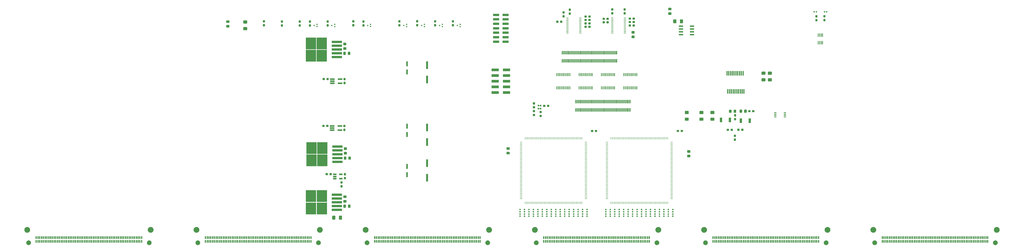
<source format=gbr>
G04 #@! TF.GenerationSoftware,KiCad,Pcbnew,5.1.10-88a1d61d58~88~ubuntu18.04.1*
G04 #@! TF.CreationDate,2021-08-13T15:16:03-04:00*
G04 #@! TF.ProjectId,readout_trenz,72656164-6f75-4745-9f74-72656e7a2e6b,rev?*
G04 #@! TF.SameCoordinates,Original*
G04 #@! TF.FileFunction,Paste,Top*
G04 #@! TF.FilePolarity,Positive*
%FSLAX46Y46*%
G04 Gerber Fmt 4.6, Leading zero omitted, Abs format (unit mm)*
G04 Created by KiCad (PCBNEW 5.1.10-88a1d61d58~88~ubuntu18.04.1) date 2021-08-13 15:16:03*
%MOMM*%
%LPD*%
G01*
G04 APERTURE LIST*
%ADD10C,0.127000*%
%ADD11R,0.650000X2.200000*%
%ADD12R,0.900000X3.400000*%
%ADD13R,3.175000X1.270000*%
%ADD14R,0.650000X0.750000*%
%ADD15R,0.600000X0.500000*%
%ADD16R,1.000000X2.000000*%
%ADD17R,1.100000X0.400000*%
%ADD18R,0.500000X2.000000*%
%ADD19R,2.750000X1.000000*%
%ADD20R,0.300000X1.500000*%
%ADD21R,1.000000X0.280000*%
%ADD22R,0.280000X1.000000*%
%ADD23R,2.000000X0.650000*%
%ADD24R,0.500000X1.250000*%
%ADD25R,1.560000X0.650000*%
%ADD26R,4.600000X1.100000*%
%ADD27R,4.550000X5.250000*%
%ADD28R,1.100000X0.285000*%
%ADD29R,0.300000X1.600000*%
%ADD30R,0.450000X1.450000*%
G04 APERTURE END LIST*
D10*
G36*
X340250000Y-202805000D02*
G01*
X340186935Y-202803349D01*
X340124043Y-202798399D01*
X340061496Y-202790164D01*
X339999466Y-202778668D01*
X339938123Y-202763941D01*
X339877635Y-202746023D01*
X339818167Y-202724964D01*
X339759882Y-202700822D01*
X339702941Y-202673663D01*
X339647500Y-202643561D01*
X339593710Y-202610598D01*
X339541719Y-202574865D01*
X339491669Y-202536461D01*
X339443698Y-202495490D01*
X339397936Y-202452064D01*
X339354510Y-202406302D01*
X339313539Y-202358331D01*
X339275135Y-202308281D01*
X339239402Y-202256290D01*
X339206439Y-202202500D01*
X339176337Y-202147059D01*
X339149178Y-202090118D01*
X339125036Y-202031833D01*
X339103977Y-201972365D01*
X339086059Y-201911877D01*
X339071332Y-201850534D01*
X339059836Y-201788504D01*
X339051601Y-201725957D01*
X339046651Y-201663065D01*
X339045000Y-201600000D01*
X339046651Y-201536935D01*
X339051601Y-201474043D01*
X339059836Y-201411496D01*
X339071332Y-201349466D01*
X339086059Y-201288123D01*
X339103977Y-201227635D01*
X339125036Y-201168167D01*
X339149178Y-201109882D01*
X339176337Y-201052941D01*
X339206439Y-200997500D01*
X339239402Y-200943710D01*
X339275135Y-200891719D01*
X339313539Y-200841669D01*
X339354510Y-200793698D01*
X339397936Y-200747936D01*
X339443698Y-200704510D01*
X339491669Y-200663539D01*
X339541719Y-200625135D01*
X339593710Y-200589402D01*
X339647500Y-200556439D01*
X339702941Y-200526337D01*
X339759882Y-200499178D01*
X339818167Y-200475036D01*
X339877635Y-200453977D01*
X339938123Y-200436059D01*
X339999466Y-200421332D01*
X340061496Y-200409836D01*
X340124043Y-200401601D01*
X340186935Y-200396651D01*
X340250000Y-200395000D01*
X340313065Y-200396651D01*
X340375957Y-200401601D01*
X340438504Y-200409836D01*
X340500534Y-200421332D01*
X340561877Y-200436059D01*
X340622365Y-200453977D01*
X340681833Y-200475036D01*
X340740118Y-200499178D01*
X340797059Y-200526337D01*
X340852500Y-200556439D01*
X340906290Y-200589402D01*
X340958281Y-200625135D01*
X341008331Y-200663539D01*
X341056302Y-200704510D01*
X341102064Y-200747936D01*
X341145490Y-200793698D01*
X341186461Y-200841669D01*
X341224865Y-200891719D01*
X341260598Y-200943710D01*
X341293561Y-200997500D01*
X341323663Y-201052941D01*
X341350822Y-201109882D01*
X341374964Y-201168167D01*
X341396023Y-201227635D01*
X341413941Y-201288123D01*
X341428668Y-201349466D01*
X341440164Y-201411496D01*
X341448399Y-201474043D01*
X341453349Y-201536935D01*
X341455000Y-201600000D01*
X341453349Y-201663065D01*
X341448399Y-201725957D01*
X341440164Y-201788504D01*
X341428668Y-201850534D01*
X341413941Y-201911877D01*
X341396023Y-201972365D01*
X341374964Y-202031833D01*
X341350822Y-202090118D01*
X341323663Y-202147059D01*
X341293561Y-202202500D01*
X341260598Y-202256290D01*
X341224865Y-202308281D01*
X341186461Y-202358331D01*
X341145490Y-202406302D01*
X341102064Y-202452064D01*
X341056302Y-202495490D01*
X341008331Y-202536461D01*
X340958281Y-202574865D01*
X340906290Y-202610598D01*
X340852500Y-202643561D01*
X340797059Y-202673663D01*
X340740118Y-202700822D01*
X340681833Y-202724964D01*
X340622365Y-202746023D01*
X340561877Y-202763941D01*
X340500534Y-202778668D01*
X340438504Y-202790164D01*
X340375957Y-202798399D01*
X340313065Y-202803349D01*
X340250000Y-202805000D01*
G37*
X340250000Y-202805000D02*
X340186935Y-202803349D01*
X340124043Y-202798399D01*
X340061496Y-202790164D01*
X339999466Y-202778668D01*
X339938123Y-202763941D01*
X339877635Y-202746023D01*
X339818167Y-202724964D01*
X339759882Y-202700822D01*
X339702941Y-202673663D01*
X339647500Y-202643561D01*
X339593710Y-202610598D01*
X339541719Y-202574865D01*
X339491669Y-202536461D01*
X339443698Y-202495490D01*
X339397936Y-202452064D01*
X339354510Y-202406302D01*
X339313539Y-202358331D01*
X339275135Y-202308281D01*
X339239402Y-202256290D01*
X339206439Y-202202500D01*
X339176337Y-202147059D01*
X339149178Y-202090118D01*
X339125036Y-202031833D01*
X339103977Y-201972365D01*
X339086059Y-201911877D01*
X339071332Y-201850534D01*
X339059836Y-201788504D01*
X339051601Y-201725957D01*
X339046651Y-201663065D01*
X339045000Y-201600000D01*
X339046651Y-201536935D01*
X339051601Y-201474043D01*
X339059836Y-201411496D01*
X339071332Y-201349466D01*
X339086059Y-201288123D01*
X339103977Y-201227635D01*
X339125036Y-201168167D01*
X339149178Y-201109882D01*
X339176337Y-201052941D01*
X339206439Y-200997500D01*
X339239402Y-200943710D01*
X339275135Y-200891719D01*
X339313539Y-200841669D01*
X339354510Y-200793698D01*
X339397936Y-200747936D01*
X339443698Y-200704510D01*
X339491669Y-200663539D01*
X339541719Y-200625135D01*
X339593710Y-200589402D01*
X339647500Y-200556439D01*
X339702941Y-200526337D01*
X339759882Y-200499178D01*
X339818167Y-200475036D01*
X339877635Y-200453977D01*
X339938123Y-200436059D01*
X339999466Y-200421332D01*
X340061496Y-200409836D01*
X340124043Y-200401601D01*
X340186935Y-200396651D01*
X340250000Y-200395000D01*
X340313065Y-200396651D01*
X340375957Y-200401601D01*
X340438504Y-200409836D01*
X340500534Y-200421332D01*
X340561877Y-200436059D01*
X340622365Y-200453977D01*
X340681833Y-200475036D01*
X340740118Y-200499178D01*
X340797059Y-200526337D01*
X340852500Y-200556439D01*
X340906290Y-200589402D01*
X340958281Y-200625135D01*
X341008331Y-200663539D01*
X341056302Y-200704510D01*
X341102064Y-200747936D01*
X341145490Y-200793698D01*
X341186461Y-200841669D01*
X341224865Y-200891719D01*
X341260598Y-200943710D01*
X341293561Y-200997500D01*
X341323663Y-201052941D01*
X341350822Y-201109882D01*
X341374964Y-201168167D01*
X341396023Y-201227635D01*
X341413941Y-201288123D01*
X341428668Y-201349466D01*
X341440164Y-201411496D01*
X341448399Y-201474043D01*
X341453349Y-201536935D01*
X341455000Y-201600000D01*
X341453349Y-201663065D01*
X341448399Y-201725957D01*
X341440164Y-201788504D01*
X341428668Y-201850534D01*
X341413941Y-201911877D01*
X341396023Y-201972365D01*
X341374964Y-202031833D01*
X341350822Y-202090118D01*
X341323663Y-202147059D01*
X341293561Y-202202500D01*
X341260598Y-202256290D01*
X341224865Y-202308281D01*
X341186461Y-202358331D01*
X341145490Y-202406302D01*
X341102064Y-202452064D01*
X341056302Y-202495490D01*
X341008331Y-202536461D01*
X340958281Y-202574865D01*
X340906290Y-202610598D01*
X340852500Y-202643561D01*
X340797059Y-202673663D01*
X340740118Y-202700822D01*
X340681833Y-202724964D01*
X340622365Y-202746023D01*
X340561877Y-202763941D01*
X340500534Y-202778668D01*
X340438504Y-202790164D01*
X340375957Y-202798399D01*
X340313065Y-202803349D01*
X340250000Y-202805000D01*
G36*
X340875000Y-208345000D02*
G01*
X340824496Y-208343678D01*
X340774130Y-208339714D01*
X340724041Y-208333119D01*
X340674365Y-208323912D01*
X340625240Y-208312118D01*
X340576799Y-208297770D01*
X340529175Y-208280905D01*
X340482499Y-208261571D01*
X340436899Y-208239821D01*
X340392500Y-208215715D01*
X340349423Y-208189317D01*
X340307787Y-208160701D01*
X340267706Y-208129946D01*
X340229289Y-208097135D01*
X340192642Y-208062358D01*
X340157865Y-208025711D01*
X340125054Y-207987294D01*
X340094299Y-207947213D01*
X340065683Y-207905577D01*
X340039285Y-207862500D01*
X340015179Y-207818101D01*
X339993429Y-207772501D01*
X339974095Y-207725825D01*
X339957230Y-207678201D01*
X339942882Y-207629760D01*
X339931088Y-207580635D01*
X339921881Y-207530959D01*
X339915286Y-207480870D01*
X339911322Y-207430504D01*
X339910000Y-207380000D01*
X339911322Y-207329496D01*
X339915286Y-207279130D01*
X339921881Y-207229041D01*
X339931088Y-207179365D01*
X339942882Y-207130240D01*
X339957230Y-207081799D01*
X339974095Y-207034175D01*
X339993429Y-206987499D01*
X340015179Y-206941899D01*
X340039285Y-206897500D01*
X340065683Y-206854423D01*
X340094299Y-206812787D01*
X340125054Y-206772706D01*
X340157865Y-206734289D01*
X340192642Y-206697642D01*
X340229289Y-206662865D01*
X340267706Y-206630054D01*
X340307787Y-206599299D01*
X340349423Y-206570683D01*
X340392500Y-206544285D01*
X340436899Y-206520179D01*
X340482499Y-206498429D01*
X340529175Y-206479095D01*
X340576799Y-206462230D01*
X340625240Y-206447882D01*
X340674365Y-206436088D01*
X340724041Y-206426881D01*
X340774130Y-206420286D01*
X340824496Y-206416322D01*
X340875000Y-206415000D01*
X340925504Y-206416322D01*
X340975870Y-206420286D01*
X341025959Y-206426881D01*
X341075635Y-206436088D01*
X341124760Y-206447882D01*
X341173201Y-206462230D01*
X341220825Y-206479095D01*
X341267501Y-206498429D01*
X341313101Y-206520179D01*
X341357500Y-206544285D01*
X341400577Y-206570683D01*
X341442213Y-206599299D01*
X341482294Y-206630054D01*
X341520711Y-206662865D01*
X341557358Y-206697642D01*
X341592135Y-206734289D01*
X341624946Y-206772706D01*
X341655701Y-206812787D01*
X341684317Y-206854423D01*
X341710715Y-206897500D01*
X341734821Y-206941899D01*
X341756571Y-206987499D01*
X341775905Y-207034175D01*
X341792770Y-207081799D01*
X341807118Y-207130240D01*
X341818912Y-207179365D01*
X341828119Y-207229041D01*
X341834714Y-207279130D01*
X341838678Y-207329496D01*
X341840000Y-207380000D01*
X341838678Y-207430504D01*
X341834714Y-207480870D01*
X341828119Y-207530959D01*
X341818912Y-207580635D01*
X341807118Y-207629760D01*
X341792770Y-207678201D01*
X341775905Y-207725825D01*
X341756571Y-207772501D01*
X341734821Y-207818101D01*
X341710715Y-207862500D01*
X341684317Y-207905577D01*
X341655701Y-207947213D01*
X341624946Y-207987294D01*
X341592135Y-208025711D01*
X341557358Y-208062358D01*
X341520711Y-208097135D01*
X341482294Y-208129946D01*
X341442213Y-208160701D01*
X341400577Y-208189317D01*
X341357500Y-208215715D01*
X341313101Y-208239821D01*
X341267501Y-208261571D01*
X341220825Y-208280905D01*
X341173201Y-208297770D01*
X341124760Y-208312118D01*
X341075635Y-208323912D01*
X341025959Y-208333119D01*
X340975870Y-208339714D01*
X340925504Y-208343678D01*
X340875000Y-208345000D01*
G37*
X340875000Y-208345000D02*
X340824496Y-208343678D01*
X340774130Y-208339714D01*
X340724041Y-208333119D01*
X340674365Y-208323912D01*
X340625240Y-208312118D01*
X340576799Y-208297770D01*
X340529175Y-208280905D01*
X340482499Y-208261571D01*
X340436899Y-208239821D01*
X340392500Y-208215715D01*
X340349423Y-208189317D01*
X340307787Y-208160701D01*
X340267706Y-208129946D01*
X340229289Y-208097135D01*
X340192642Y-208062358D01*
X340157865Y-208025711D01*
X340125054Y-207987294D01*
X340094299Y-207947213D01*
X340065683Y-207905577D01*
X340039285Y-207862500D01*
X340015179Y-207818101D01*
X339993429Y-207772501D01*
X339974095Y-207725825D01*
X339957230Y-207678201D01*
X339942882Y-207629760D01*
X339931088Y-207580635D01*
X339921881Y-207530959D01*
X339915286Y-207480870D01*
X339911322Y-207430504D01*
X339910000Y-207380000D01*
X339911322Y-207329496D01*
X339915286Y-207279130D01*
X339921881Y-207229041D01*
X339931088Y-207179365D01*
X339942882Y-207130240D01*
X339957230Y-207081799D01*
X339974095Y-207034175D01*
X339993429Y-206987499D01*
X340015179Y-206941899D01*
X340039285Y-206897500D01*
X340065683Y-206854423D01*
X340094299Y-206812787D01*
X340125054Y-206772706D01*
X340157865Y-206734289D01*
X340192642Y-206697642D01*
X340229289Y-206662865D01*
X340267706Y-206630054D01*
X340307787Y-206599299D01*
X340349423Y-206570683D01*
X340392500Y-206544285D01*
X340436899Y-206520179D01*
X340482499Y-206498429D01*
X340529175Y-206479095D01*
X340576799Y-206462230D01*
X340625240Y-206447882D01*
X340674365Y-206436088D01*
X340724041Y-206426881D01*
X340774130Y-206420286D01*
X340824496Y-206416322D01*
X340875000Y-206415000D01*
X340925504Y-206416322D01*
X340975870Y-206420286D01*
X341025959Y-206426881D01*
X341075635Y-206436088D01*
X341124760Y-206447882D01*
X341173201Y-206462230D01*
X341220825Y-206479095D01*
X341267501Y-206498429D01*
X341313101Y-206520179D01*
X341357500Y-206544285D01*
X341400577Y-206570683D01*
X341442213Y-206599299D01*
X341482294Y-206630054D01*
X341520711Y-206662865D01*
X341557358Y-206697642D01*
X341592135Y-206734289D01*
X341624946Y-206772706D01*
X341655701Y-206812787D01*
X341684317Y-206854423D01*
X341710715Y-206897500D01*
X341734821Y-206941899D01*
X341756571Y-206987499D01*
X341775905Y-207034175D01*
X341792770Y-207081799D01*
X341807118Y-207130240D01*
X341818912Y-207179365D01*
X341828119Y-207229041D01*
X341834714Y-207279130D01*
X341838678Y-207329496D01*
X341840000Y-207380000D01*
X341838678Y-207430504D01*
X341834714Y-207480870D01*
X341828119Y-207530959D01*
X341818912Y-207580635D01*
X341807118Y-207629760D01*
X341792770Y-207678201D01*
X341775905Y-207725825D01*
X341756571Y-207772501D01*
X341734821Y-207818101D01*
X341710715Y-207862500D01*
X341684317Y-207905577D01*
X341655701Y-207947213D01*
X341624946Y-207987294D01*
X341592135Y-208025711D01*
X341557358Y-208062358D01*
X341520711Y-208097135D01*
X341482294Y-208129946D01*
X341442213Y-208160701D01*
X341400577Y-208189317D01*
X341357500Y-208215715D01*
X341313101Y-208239821D01*
X341267501Y-208261571D01*
X341220825Y-208280905D01*
X341173201Y-208297770D01*
X341124760Y-208312118D01*
X341075635Y-208323912D01*
X341025959Y-208333119D01*
X340975870Y-208339714D01*
X340925504Y-208343678D01*
X340875000Y-208345000D01*
G36*
X395500000Y-202805000D02*
G01*
X395436935Y-202803349D01*
X395374043Y-202798399D01*
X395311496Y-202790164D01*
X395249466Y-202778668D01*
X395188123Y-202763941D01*
X395127635Y-202746023D01*
X395068167Y-202724964D01*
X395009882Y-202700822D01*
X394952941Y-202673663D01*
X394897500Y-202643561D01*
X394843710Y-202610598D01*
X394791719Y-202574865D01*
X394741669Y-202536461D01*
X394693698Y-202495490D01*
X394647936Y-202452064D01*
X394604510Y-202406302D01*
X394563539Y-202358331D01*
X394525135Y-202308281D01*
X394489402Y-202256290D01*
X394456439Y-202202500D01*
X394426337Y-202147059D01*
X394399178Y-202090118D01*
X394375036Y-202031833D01*
X394353977Y-201972365D01*
X394336059Y-201911877D01*
X394321332Y-201850534D01*
X394309836Y-201788504D01*
X394301601Y-201725957D01*
X394296651Y-201663065D01*
X394295000Y-201600000D01*
X394296651Y-201536935D01*
X394301601Y-201474043D01*
X394309836Y-201411496D01*
X394321332Y-201349466D01*
X394336059Y-201288123D01*
X394353977Y-201227635D01*
X394375036Y-201168167D01*
X394399178Y-201109882D01*
X394426337Y-201052941D01*
X394456439Y-200997500D01*
X394489402Y-200943710D01*
X394525135Y-200891719D01*
X394563539Y-200841669D01*
X394604510Y-200793698D01*
X394647936Y-200747936D01*
X394693698Y-200704510D01*
X394741669Y-200663539D01*
X394791719Y-200625135D01*
X394843710Y-200589402D01*
X394897500Y-200556439D01*
X394952941Y-200526337D01*
X395009882Y-200499178D01*
X395068167Y-200475036D01*
X395127635Y-200453977D01*
X395188123Y-200436059D01*
X395249466Y-200421332D01*
X395311496Y-200409836D01*
X395374043Y-200401601D01*
X395436935Y-200396651D01*
X395500000Y-200395000D01*
X395563065Y-200396651D01*
X395625957Y-200401601D01*
X395688504Y-200409836D01*
X395750534Y-200421332D01*
X395811877Y-200436059D01*
X395872365Y-200453977D01*
X395931833Y-200475036D01*
X395990118Y-200499178D01*
X396047059Y-200526337D01*
X396102500Y-200556439D01*
X396156290Y-200589402D01*
X396208281Y-200625135D01*
X396258331Y-200663539D01*
X396306302Y-200704510D01*
X396352064Y-200747936D01*
X396395490Y-200793698D01*
X396436461Y-200841669D01*
X396474865Y-200891719D01*
X396510598Y-200943710D01*
X396543561Y-200997500D01*
X396573663Y-201052941D01*
X396600822Y-201109882D01*
X396624964Y-201168167D01*
X396646023Y-201227635D01*
X396663941Y-201288123D01*
X396678668Y-201349466D01*
X396690164Y-201411496D01*
X396698399Y-201474043D01*
X396703349Y-201536935D01*
X396705000Y-201600000D01*
X396703349Y-201663065D01*
X396698399Y-201725957D01*
X396690164Y-201788504D01*
X396678668Y-201850534D01*
X396663941Y-201911877D01*
X396646023Y-201972365D01*
X396624964Y-202031833D01*
X396600822Y-202090118D01*
X396573663Y-202147059D01*
X396543561Y-202202500D01*
X396510598Y-202256290D01*
X396474865Y-202308281D01*
X396436461Y-202358331D01*
X396395490Y-202406302D01*
X396352064Y-202452064D01*
X396306302Y-202495490D01*
X396258331Y-202536461D01*
X396208281Y-202574865D01*
X396156290Y-202610598D01*
X396102500Y-202643561D01*
X396047059Y-202673663D01*
X395990118Y-202700822D01*
X395931833Y-202724964D01*
X395872365Y-202746023D01*
X395811877Y-202763941D01*
X395750534Y-202778668D01*
X395688504Y-202790164D01*
X395625957Y-202798399D01*
X395563065Y-202803349D01*
X395500000Y-202805000D01*
G37*
X395500000Y-202805000D02*
X395436935Y-202803349D01*
X395374043Y-202798399D01*
X395311496Y-202790164D01*
X395249466Y-202778668D01*
X395188123Y-202763941D01*
X395127635Y-202746023D01*
X395068167Y-202724964D01*
X395009882Y-202700822D01*
X394952941Y-202673663D01*
X394897500Y-202643561D01*
X394843710Y-202610598D01*
X394791719Y-202574865D01*
X394741669Y-202536461D01*
X394693698Y-202495490D01*
X394647936Y-202452064D01*
X394604510Y-202406302D01*
X394563539Y-202358331D01*
X394525135Y-202308281D01*
X394489402Y-202256290D01*
X394456439Y-202202500D01*
X394426337Y-202147059D01*
X394399178Y-202090118D01*
X394375036Y-202031833D01*
X394353977Y-201972365D01*
X394336059Y-201911877D01*
X394321332Y-201850534D01*
X394309836Y-201788504D01*
X394301601Y-201725957D01*
X394296651Y-201663065D01*
X394295000Y-201600000D01*
X394296651Y-201536935D01*
X394301601Y-201474043D01*
X394309836Y-201411496D01*
X394321332Y-201349466D01*
X394336059Y-201288123D01*
X394353977Y-201227635D01*
X394375036Y-201168167D01*
X394399178Y-201109882D01*
X394426337Y-201052941D01*
X394456439Y-200997500D01*
X394489402Y-200943710D01*
X394525135Y-200891719D01*
X394563539Y-200841669D01*
X394604510Y-200793698D01*
X394647936Y-200747936D01*
X394693698Y-200704510D01*
X394741669Y-200663539D01*
X394791719Y-200625135D01*
X394843710Y-200589402D01*
X394897500Y-200556439D01*
X394952941Y-200526337D01*
X395009882Y-200499178D01*
X395068167Y-200475036D01*
X395127635Y-200453977D01*
X395188123Y-200436059D01*
X395249466Y-200421332D01*
X395311496Y-200409836D01*
X395374043Y-200401601D01*
X395436935Y-200396651D01*
X395500000Y-200395000D01*
X395563065Y-200396651D01*
X395625957Y-200401601D01*
X395688504Y-200409836D01*
X395750534Y-200421332D01*
X395811877Y-200436059D01*
X395872365Y-200453977D01*
X395931833Y-200475036D01*
X395990118Y-200499178D01*
X396047059Y-200526337D01*
X396102500Y-200556439D01*
X396156290Y-200589402D01*
X396208281Y-200625135D01*
X396258331Y-200663539D01*
X396306302Y-200704510D01*
X396352064Y-200747936D01*
X396395490Y-200793698D01*
X396436461Y-200841669D01*
X396474865Y-200891719D01*
X396510598Y-200943710D01*
X396543561Y-200997500D01*
X396573663Y-201052941D01*
X396600822Y-201109882D01*
X396624964Y-201168167D01*
X396646023Y-201227635D01*
X396663941Y-201288123D01*
X396678668Y-201349466D01*
X396690164Y-201411496D01*
X396698399Y-201474043D01*
X396703349Y-201536935D01*
X396705000Y-201600000D01*
X396703349Y-201663065D01*
X396698399Y-201725957D01*
X396690164Y-201788504D01*
X396678668Y-201850534D01*
X396663941Y-201911877D01*
X396646023Y-201972365D01*
X396624964Y-202031833D01*
X396600822Y-202090118D01*
X396573663Y-202147059D01*
X396543561Y-202202500D01*
X396510598Y-202256290D01*
X396474865Y-202308281D01*
X396436461Y-202358331D01*
X396395490Y-202406302D01*
X396352064Y-202452064D01*
X396306302Y-202495490D01*
X396258331Y-202536461D01*
X396208281Y-202574865D01*
X396156290Y-202610598D01*
X396102500Y-202643561D01*
X396047059Y-202673663D01*
X395990118Y-202700822D01*
X395931833Y-202724964D01*
X395872365Y-202746023D01*
X395811877Y-202763941D01*
X395750534Y-202778668D01*
X395688504Y-202790164D01*
X395625957Y-202798399D01*
X395563065Y-202803349D01*
X395500000Y-202805000D01*
G36*
X394875000Y-208345000D02*
G01*
X394824496Y-208343678D01*
X394774130Y-208339714D01*
X394724041Y-208333119D01*
X394674365Y-208323912D01*
X394625240Y-208312118D01*
X394576799Y-208297770D01*
X394529175Y-208280905D01*
X394482499Y-208261571D01*
X394436899Y-208239821D01*
X394392500Y-208215715D01*
X394349423Y-208189317D01*
X394307787Y-208160701D01*
X394267706Y-208129946D01*
X394229289Y-208097135D01*
X394192642Y-208062358D01*
X394157865Y-208025711D01*
X394125054Y-207987294D01*
X394094299Y-207947213D01*
X394065683Y-207905577D01*
X394039285Y-207862500D01*
X394015179Y-207818101D01*
X393993429Y-207772501D01*
X393974095Y-207725825D01*
X393957230Y-207678201D01*
X393942882Y-207629760D01*
X393931088Y-207580635D01*
X393921881Y-207530959D01*
X393915286Y-207480870D01*
X393911322Y-207430504D01*
X393910000Y-207380000D01*
X393911322Y-207329496D01*
X393915286Y-207279130D01*
X393921881Y-207229041D01*
X393931088Y-207179365D01*
X393942882Y-207130240D01*
X393957230Y-207081799D01*
X393974095Y-207034175D01*
X393993429Y-206987499D01*
X394015179Y-206941899D01*
X394039285Y-206897500D01*
X394065683Y-206854423D01*
X394094299Y-206812787D01*
X394125054Y-206772706D01*
X394157865Y-206734289D01*
X394192642Y-206697642D01*
X394229289Y-206662865D01*
X394267706Y-206630054D01*
X394307787Y-206599299D01*
X394349423Y-206570683D01*
X394392500Y-206544285D01*
X394436899Y-206520179D01*
X394482499Y-206498429D01*
X394529175Y-206479095D01*
X394576799Y-206462230D01*
X394625240Y-206447882D01*
X394674365Y-206436088D01*
X394724041Y-206426881D01*
X394774130Y-206420286D01*
X394824496Y-206416322D01*
X394875000Y-206415000D01*
X394925504Y-206416322D01*
X394975870Y-206420286D01*
X395025959Y-206426881D01*
X395075635Y-206436088D01*
X395124760Y-206447882D01*
X395173201Y-206462230D01*
X395220825Y-206479095D01*
X395267501Y-206498429D01*
X395313101Y-206520179D01*
X395357500Y-206544285D01*
X395400577Y-206570683D01*
X395442213Y-206599299D01*
X395482294Y-206630054D01*
X395520711Y-206662865D01*
X395557358Y-206697642D01*
X395592135Y-206734289D01*
X395624946Y-206772706D01*
X395655701Y-206812787D01*
X395684317Y-206854423D01*
X395710715Y-206897500D01*
X395734821Y-206941899D01*
X395756571Y-206987499D01*
X395775905Y-207034175D01*
X395792770Y-207081799D01*
X395807118Y-207130240D01*
X395818912Y-207179365D01*
X395828119Y-207229041D01*
X395834714Y-207279130D01*
X395838678Y-207329496D01*
X395840000Y-207380000D01*
X395838678Y-207430504D01*
X395834714Y-207480870D01*
X395828119Y-207530959D01*
X395818912Y-207580635D01*
X395807118Y-207629760D01*
X395792770Y-207678201D01*
X395775905Y-207725825D01*
X395756571Y-207772501D01*
X395734821Y-207818101D01*
X395710715Y-207862500D01*
X395684317Y-207905577D01*
X395655701Y-207947213D01*
X395624946Y-207987294D01*
X395592135Y-208025711D01*
X395557358Y-208062358D01*
X395520711Y-208097135D01*
X395482294Y-208129946D01*
X395442213Y-208160701D01*
X395400577Y-208189317D01*
X395357500Y-208215715D01*
X395313101Y-208239821D01*
X395267501Y-208261571D01*
X395220825Y-208280905D01*
X395173201Y-208297770D01*
X395124760Y-208312118D01*
X395075635Y-208323912D01*
X395025959Y-208333119D01*
X394975870Y-208339714D01*
X394925504Y-208343678D01*
X394875000Y-208345000D01*
G37*
X394875000Y-208345000D02*
X394824496Y-208343678D01*
X394774130Y-208339714D01*
X394724041Y-208333119D01*
X394674365Y-208323912D01*
X394625240Y-208312118D01*
X394576799Y-208297770D01*
X394529175Y-208280905D01*
X394482499Y-208261571D01*
X394436899Y-208239821D01*
X394392500Y-208215715D01*
X394349423Y-208189317D01*
X394307787Y-208160701D01*
X394267706Y-208129946D01*
X394229289Y-208097135D01*
X394192642Y-208062358D01*
X394157865Y-208025711D01*
X394125054Y-207987294D01*
X394094299Y-207947213D01*
X394065683Y-207905577D01*
X394039285Y-207862500D01*
X394015179Y-207818101D01*
X393993429Y-207772501D01*
X393974095Y-207725825D01*
X393957230Y-207678201D01*
X393942882Y-207629760D01*
X393931088Y-207580635D01*
X393921881Y-207530959D01*
X393915286Y-207480870D01*
X393911322Y-207430504D01*
X393910000Y-207380000D01*
X393911322Y-207329496D01*
X393915286Y-207279130D01*
X393921881Y-207229041D01*
X393931088Y-207179365D01*
X393942882Y-207130240D01*
X393957230Y-207081799D01*
X393974095Y-207034175D01*
X393993429Y-206987499D01*
X394015179Y-206941899D01*
X394039285Y-206897500D01*
X394065683Y-206854423D01*
X394094299Y-206812787D01*
X394125054Y-206772706D01*
X394157865Y-206734289D01*
X394192642Y-206697642D01*
X394229289Y-206662865D01*
X394267706Y-206630054D01*
X394307787Y-206599299D01*
X394349423Y-206570683D01*
X394392500Y-206544285D01*
X394436899Y-206520179D01*
X394482499Y-206498429D01*
X394529175Y-206479095D01*
X394576799Y-206462230D01*
X394625240Y-206447882D01*
X394674365Y-206436088D01*
X394724041Y-206426881D01*
X394774130Y-206420286D01*
X394824496Y-206416322D01*
X394875000Y-206415000D01*
X394925504Y-206416322D01*
X394975870Y-206420286D01*
X395025959Y-206426881D01*
X395075635Y-206436088D01*
X395124760Y-206447882D01*
X395173201Y-206462230D01*
X395220825Y-206479095D01*
X395267501Y-206498429D01*
X395313101Y-206520179D01*
X395357500Y-206544285D01*
X395400577Y-206570683D01*
X395442213Y-206599299D01*
X395482294Y-206630054D01*
X395520711Y-206662865D01*
X395557358Y-206697642D01*
X395592135Y-206734289D01*
X395624946Y-206772706D01*
X395655701Y-206812787D01*
X395684317Y-206854423D01*
X395710715Y-206897500D01*
X395734821Y-206941899D01*
X395756571Y-206987499D01*
X395775905Y-207034175D01*
X395792770Y-207081799D01*
X395807118Y-207130240D01*
X395818912Y-207179365D01*
X395828119Y-207229041D01*
X395834714Y-207279130D01*
X395838678Y-207329496D01*
X395840000Y-207380000D01*
X395838678Y-207430504D01*
X395834714Y-207480870D01*
X395828119Y-207530959D01*
X395818912Y-207580635D01*
X395807118Y-207629760D01*
X395792770Y-207678201D01*
X395775905Y-207725825D01*
X395756571Y-207772501D01*
X395734821Y-207818101D01*
X395710715Y-207862500D01*
X395684317Y-207905577D01*
X395655701Y-207947213D01*
X395624946Y-207987294D01*
X395592135Y-208025711D01*
X395557358Y-208062358D01*
X395520711Y-208097135D01*
X395482294Y-208129946D01*
X395442213Y-208160701D01*
X395400577Y-208189317D01*
X395357500Y-208215715D01*
X395313101Y-208239821D01*
X395267501Y-208261571D01*
X395220825Y-208280905D01*
X395173201Y-208297770D01*
X395124760Y-208312118D01*
X395075635Y-208323912D01*
X395025959Y-208333119D01*
X394975870Y-208339714D01*
X394925504Y-208343678D01*
X394875000Y-208345000D01*
G36*
X491750000Y-202805000D02*
G01*
X491686935Y-202803349D01*
X491624043Y-202798399D01*
X491561496Y-202790164D01*
X491499466Y-202778668D01*
X491438123Y-202763941D01*
X491377635Y-202746023D01*
X491318167Y-202724964D01*
X491259882Y-202700822D01*
X491202941Y-202673663D01*
X491147500Y-202643561D01*
X491093710Y-202610598D01*
X491041719Y-202574865D01*
X490991669Y-202536461D01*
X490943698Y-202495490D01*
X490897936Y-202452064D01*
X490854510Y-202406302D01*
X490813539Y-202358331D01*
X490775135Y-202308281D01*
X490739402Y-202256290D01*
X490706439Y-202202500D01*
X490676337Y-202147059D01*
X490649178Y-202090118D01*
X490625036Y-202031833D01*
X490603977Y-201972365D01*
X490586059Y-201911877D01*
X490571332Y-201850534D01*
X490559836Y-201788504D01*
X490551601Y-201725957D01*
X490546651Y-201663065D01*
X490545000Y-201600000D01*
X490546651Y-201536935D01*
X490551601Y-201474043D01*
X490559836Y-201411496D01*
X490571332Y-201349466D01*
X490586059Y-201288123D01*
X490603977Y-201227635D01*
X490625036Y-201168167D01*
X490649178Y-201109882D01*
X490676337Y-201052941D01*
X490706439Y-200997500D01*
X490739402Y-200943710D01*
X490775135Y-200891719D01*
X490813539Y-200841669D01*
X490854510Y-200793698D01*
X490897936Y-200747936D01*
X490943698Y-200704510D01*
X490991669Y-200663539D01*
X491041719Y-200625135D01*
X491093710Y-200589402D01*
X491147500Y-200556439D01*
X491202941Y-200526337D01*
X491259882Y-200499178D01*
X491318167Y-200475036D01*
X491377635Y-200453977D01*
X491438123Y-200436059D01*
X491499466Y-200421332D01*
X491561496Y-200409836D01*
X491624043Y-200401601D01*
X491686935Y-200396651D01*
X491750000Y-200395000D01*
X491813065Y-200396651D01*
X491875957Y-200401601D01*
X491938504Y-200409836D01*
X492000534Y-200421332D01*
X492061877Y-200436059D01*
X492122365Y-200453977D01*
X492181833Y-200475036D01*
X492240118Y-200499178D01*
X492297059Y-200526337D01*
X492352500Y-200556439D01*
X492406290Y-200589402D01*
X492458281Y-200625135D01*
X492508331Y-200663539D01*
X492556302Y-200704510D01*
X492602064Y-200747936D01*
X492645490Y-200793698D01*
X492686461Y-200841669D01*
X492724865Y-200891719D01*
X492760598Y-200943710D01*
X492793561Y-200997500D01*
X492823663Y-201052941D01*
X492850822Y-201109882D01*
X492874964Y-201168167D01*
X492896023Y-201227635D01*
X492913941Y-201288123D01*
X492928668Y-201349466D01*
X492940164Y-201411496D01*
X492948399Y-201474043D01*
X492953349Y-201536935D01*
X492955000Y-201600000D01*
X492953349Y-201663065D01*
X492948399Y-201725957D01*
X492940164Y-201788504D01*
X492928668Y-201850534D01*
X492913941Y-201911877D01*
X492896023Y-201972365D01*
X492874964Y-202031833D01*
X492850822Y-202090118D01*
X492823663Y-202147059D01*
X492793561Y-202202500D01*
X492760598Y-202256290D01*
X492724865Y-202308281D01*
X492686461Y-202358331D01*
X492645490Y-202406302D01*
X492602064Y-202452064D01*
X492556302Y-202495490D01*
X492508331Y-202536461D01*
X492458281Y-202574865D01*
X492406290Y-202610598D01*
X492352500Y-202643561D01*
X492297059Y-202673663D01*
X492240118Y-202700822D01*
X492181833Y-202724964D01*
X492122365Y-202746023D01*
X492061877Y-202763941D01*
X492000534Y-202778668D01*
X491938504Y-202790164D01*
X491875957Y-202798399D01*
X491813065Y-202803349D01*
X491750000Y-202805000D01*
G37*
X491750000Y-202805000D02*
X491686935Y-202803349D01*
X491624043Y-202798399D01*
X491561496Y-202790164D01*
X491499466Y-202778668D01*
X491438123Y-202763941D01*
X491377635Y-202746023D01*
X491318167Y-202724964D01*
X491259882Y-202700822D01*
X491202941Y-202673663D01*
X491147500Y-202643561D01*
X491093710Y-202610598D01*
X491041719Y-202574865D01*
X490991669Y-202536461D01*
X490943698Y-202495490D01*
X490897936Y-202452064D01*
X490854510Y-202406302D01*
X490813539Y-202358331D01*
X490775135Y-202308281D01*
X490739402Y-202256290D01*
X490706439Y-202202500D01*
X490676337Y-202147059D01*
X490649178Y-202090118D01*
X490625036Y-202031833D01*
X490603977Y-201972365D01*
X490586059Y-201911877D01*
X490571332Y-201850534D01*
X490559836Y-201788504D01*
X490551601Y-201725957D01*
X490546651Y-201663065D01*
X490545000Y-201600000D01*
X490546651Y-201536935D01*
X490551601Y-201474043D01*
X490559836Y-201411496D01*
X490571332Y-201349466D01*
X490586059Y-201288123D01*
X490603977Y-201227635D01*
X490625036Y-201168167D01*
X490649178Y-201109882D01*
X490676337Y-201052941D01*
X490706439Y-200997500D01*
X490739402Y-200943710D01*
X490775135Y-200891719D01*
X490813539Y-200841669D01*
X490854510Y-200793698D01*
X490897936Y-200747936D01*
X490943698Y-200704510D01*
X490991669Y-200663539D01*
X491041719Y-200625135D01*
X491093710Y-200589402D01*
X491147500Y-200556439D01*
X491202941Y-200526337D01*
X491259882Y-200499178D01*
X491318167Y-200475036D01*
X491377635Y-200453977D01*
X491438123Y-200436059D01*
X491499466Y-200421332D01*
X491561496Y-200409836D01*
X491624043Y-200401601D01*
X491686935Y-200396651D01*
X491750000Y-200395000D01*
X491813065Y-200396651D01*
X491875957Y-200401601D01*
X491938504Y-200409836D01*
X492000534Y-200421332D01*
X492061877Y-200436059D01*
X492122365Y-200453977D01*
X492181833Y-200475036D01*
X492240118Y-200499178D01*
X492297059Y-200526337D01*
X492352500Y-200556439D01*
X492406290Y-200589402D01*
X492458281Y-200625135D01*
X492508331Y-200663539D01*
X492556302Y-200704510D01*
X492602064Y-200747936D01*
X492645490Y-200793698D01*
X492686461Y-200841669D01*
X492724865Y-200891719D01*
X492760598Y-200943710D01*
X492793561Y-200997500D01*
X492823663Y-201052941D01*
X492850822Y-201109882D01*
X492874964Y-201168167D01*
X492896023Y-201227635D01*
X492913941Y-201288123D01*
X492928668Y-201349466D01*
X492940164Y-201411496D01*
X492948399Y-201474043D01*
X492953349Y-201536935D01*
X492955000Y-201600000D01*
X492953349Y-201663065D01*
X492948399Y-201725957D01*
X492940164Y-201788504D01*
X492928668Y-201850534D01*
X492913941Y-201911877D01*
X492896023Y-201972365D01*
X492874964Y-202031833D01*
X492850822Y-202090118D01*
X492823663Y-202147059D01*
X492793561Y-202202500D01*
X492760598Y-202256290D01*
X492724865Y-202308281D01*
X492686461Y-202358331D01*
X492645490Y-202406302D01*
X492602064Y-202452064D01*
X492556302Y-202495490D01*
X492508331Y-202536461D01*
X492458281Y-202574865D01*
X492406290Y-202610598D01*
X492352500Y-202643561D01*
X492297059Y-202673663D01*
X492240118Y-202700822D01*
X492181833Y-202724964D01*
X492122365Y-202746023D01*
X492061877Y-202763941D01*
X492000534Y-202778668D01*
X491938504Y-202790164D01*
X491875957Y-202798399D01*
X491813065Y-202803349D01*
X491750000Y-202805000D01*
G36*
X492375000Y-208345000D02*
G01*
X492324496Y-208343678D01*
X492274130Y-208339714D01*
X492224041Y-208333119D01*
X492174365Y-208323912D01*
X492125240Y-208312118D01*
X492076799Y-208297770D01*
X492029175Y-208280905D01*
X491982499Y-208261571D01*
X491936899Y-208239821D01*
X491892500Y-208215715D01*
X491849423Y-208189317D01*
X491807787Y-208160701D01*
X491767706Y-208129946D01*
X491729289Y-208097135D01*
X491692642Y-208062358D01*
X491657865Y-208025711D01*
X491625054Y-207987294D01*
X491594299Y-207947213D01*
X491565683Y-207905577D01*
X491539285Y-207862500D01*
X491515179Y-207818101D01*
X491493429Y-207772501D01*
X491474095Y-207725825D01*
X491457230Y-207678201D01*
X491442882Y-207629760D01*
X491431088Y-207580635D01*
X491421881Y-207530959D01*
X491415286Y-207480870D01*
X491411322Y-207430504D01*
X491410000Y-207380000D01*
X491411322Y-207329496D01*
X491415286Y-207279130D01*
X491421881Y-207229041D01*
X491431088Y-207179365D01*
X491442882Y-207130240D01*
X491457230Y-207081799D01*
X491474095Y-207034175D01*
X491493429Y-206987499D01*
X491515179Y-206941899D01*
X491539285Y-206897500D01*
X491565683Y-206854423D01*
X491594299Y-206812787D01*
X491625054Y-206772706D01*
X491657865Y-206734289D01*
X491692642Y-206697642D01*
X491729289Y-206662865D01*
X491767706Y-206630054D01*
X491807787Y-206599299D01*
X491849423Y-206570683D01*
X491892500Y-206544285D01*
X491936899Y-206520179D01*
X491982499Y-206498429D01*
X492029175Y-206479095D01*
X492076799Y-206462230D01*
X492125240Y-206447882D01*
X492174365Y-206436088D01*
X492224041Y-206426881D01*
X492274130Y-206420286D01*
X492324496Y-206416322D01*
X492375000Y-206415000D01*
X492425504Y-206416322D01*
X492475870Y-206420286D01*
X492525959Y-206426881D01*
X492575635Y-206436088D01*
X492624760Y-206447882D01*
X492673201Y-206462230D01*
X492720825Y-206479095D01*
X492767501Y-206498429D01*
X492813101Y-206520179D01*
X492857500Y-206544285D01*
X492900577Y-206570683D01*
X492942213Y-206599299D01*
X492982294Y-206630054D01*
X493020711Y-206662865D01*
X493057358Y-206697642D01*
X493092135Y-206734289D01*
X493124946Y-206772706D01*
X493155701Y-206812787D01*
X493184317Y-206854423D01*
X493210715Y-206897500D01*
X493234821Y-206941899D01*
X493256571Y-206987499D01*
X493275905Y-207034175D01*
X493292770Y-207081799D01*
X493307118Y-207130240D01*
X493318912Y-207179365D01*
X493328119Y-207229041D01*
X493334714Y-207279130D01*
X493338678Y-207329496D01*
X493340000Y-207380000D01*
X493338678Y-207430504D01*
X493334714Y-207480870D01*
X493328119Y-207530959D01*
X493318912Y-207580635D01*
X493307118Y-207629760D01*
X493292770Y-207678201D01*
X493275905Y-207725825D01*
X493256571Y-207772501D01*
X493234821Y-207818101D01*
X493210715Y-207862500D01*
X493184317Y-207905577D01*
X493155701Y-207947213D01*
X493124946Y-207987294D01*
X493092135Y-208025711D01*
X493057358Y-208062358D01*
X493020711Y-208097135D01*
X492982294Y-208129946D01*
X492942213Y-208160701D01*
X492900577Y-208189317D01*
X492857500Y-208215715D01*
X492813101Y-208239821D01*
X492767501Y-208261571D01*
X492720825Y-208280905D01*
X492673201Y-208297770D01*
X492624760Y-208312118D01*
X492575635Y-208323912D01*
X492525959Y-208333119D01*
X492475870Y-208339714D01*
X492425504Y-208343678D01*
X492375000Y-208345000D01*
G37*
X492375000Y-208345000D02*
X492324496Y-208343678D01*
X492274130Y-208339714D01*
X492224041Y-208333119D01*
X492174365Y-208323912D01*
X492125240Y-208312118D01*
X492076799Y-208297770D01*
X492029175Y-208280905D01*
X491982499Y-208261571D01*
X491936899Y-208239821D01*
X491892500Y-208215715D01*
X491849423Y-208189317D01*
X491807787Y-208160701D01*
X491767706Y-208129946D01*
X491729289Y-208097135D01*
X491692642Y-208062358D01*
X491657865Y-208025711D01*
X491625054Y-207987294D01*
X491594299Y-207947213D01*
X491565683Y-207905577D01*
X491539285Y-207862500D01*
X491515179Y-207818101D01*
X491493429Y-207772501D01*
X491474095Y-207725825D01*
X491457230Y-207678201D01*
X491442882Y-207629760D01*
X491431088Y-207580635D01*
X491421881Y-207530959D01*
X491415286Y-207480870D01*
X491411322Y-207430504D01*
X491410000Y-207380000D01*
X491411322Y-207329496D01*
X491415286Y-207279130D01*
X491421881Y-207229041D01*
X491431088Y-207179365D01*
X491442882Y-207130240D01*
X491457230Y-207081799D01*
X491474095Y-207034175D01*
X491493429Y-206987499D01*
X491515179Y-206941899D01*
X491539285Y-206897500D01*
X491565683Y-206854423D01*
X491594299Y-206812787D01*
X491625054Y-206772706D01*
X491657865Y-206734289D01*
X491692642Y-206697642D01*
X491729289Y-206662865D01*
X491767706Y-206630054D01*
X491807787Y-206599299D01*
X491849423Y-206570683D01*
X491892500Y-206544285D01*
X491936899Y-206520179D01*
X491982499Y-206498429D01*
X492029175Y-206479095D01*
X492076799Y-206462230D01*
X492125240Y-206447882D01*
X492174365Y-206436088D01*
X492224041Y-206426881D01*
X492274130Y-206420286D01*
X492324496Y-206416322D01*
X492375000Y-206415000D01*
X492425504Y-206416322D01*
X492475870Y-206420286D01*
X492525959Y-206426881D01*
X492575635Y-206436088D01*
X492624760Y-206447882D01*
X492673201Y-206462230D01*
X492720825Y-206479095D01*
X492767501Y-206498429D01*
X492813101Y-206520179D01*
X492857500Y-206544285D01*
X492900577Y-206570683D01*
X492942213Y-206599299D01*
X492982294Y-206630054D01*
X493020711Y-206662865D01*
X493057358Y-206697642D01*
X493092135Y-206734289D01*
X493124946Y-206772706D01*
X493155701Y-206812787D01*
X493184317Y-206854423D01*
X493210715Y-206897500D01*
X493234821Y-206941899D01*
X493256571Y-206987499D01*
X493275905Y-207034175D01*
X493292770Y-207081799D01*
X493307118Y-207130240D01*
X493318912Y-207179365D01*
X493328119Y-207229041D01*
X493334714Y-207279130D01*
X493338678Y-207329496D01*
X493340000Y-207380000D01*
X493338678Y-207430504D01*
X493334714Y-207480870D01*
X493328119Y-207530959D01*
X493318912Y-207580635D01*
X493307118Y-207629760D01*
X493292770Y-207678201D01*
X493275905Y-207725825D01*
X493256571Y-207772501D01*
X493234821Y-207818101D01*
X493210715Y-207862500D01*
X493184317Y-207905577D01*
X493155701Y-207947213D01*
X493124946Y-207987294D01*
X493092135Y-208025711D01*
X493057358Y-208062358D01*
X493020711Y-208097135D01*
X492982294Y-208129946D01*
X492942213Y-208160701D01*
X492900577Y-208189317D01*
X492857500Y-208215715D01*
X492813101Y-208239821D01*
X492767501Y-208261571D01*
X492720825Y-208280905D01*
X492673201Y-208297770D01*
X492624760Y-208312118D01*
X492575635Y-208323912D01*
X492525959Y-208333119D01*
X492475870Y-208339714D01*
X492425504Y-208343678D01*
X492375000Y-208345000D01*
G36*
X547000000Y-202805000D02*
G01*
X546936935Y-202803349D01*
X546874043Y-202798399D01*
X546811496Y-202790164D01*
X546749466Y-202778668D01*
X546688123Y-202763941D01*
X546627635Y-202746023D01*
X546568167Y-202724964D01*
X546509882Y-202700822D01*
X546452941Y-202673663D01*
X546397500Y-202643561D01*
X546343710Y-202610598D01*
X546291719Y-202574865D01*
X546241669Y-202536461D01*
X546193698Y-202495490D01*
X546147936Y-202452064D01*
X546104510Y-202406302D01*
X546063539Y-202358331D01*
X546025135Y-202308281D01*
X545989402Y-202256290D01*
X545956439Y-202202500D01*
X545926337Y-202147059D01*
X545899178Y-202090118D01*
X545875036Y-202031833D01*
X545853977Y-201972365D01*
X545836059Y-201911877D01*
X545821332Y-201850534D01*
X545809836Y-201788504D01*
X545801601Y-201725957D01*
X545796651Y-201663065D01*
X545795000Y-201600000D01*
X545796651Y-201536935D01*
X545801601Y-201474043D01*
X545809836Y-201411496D01*
X545821332Y-201349466D01*
X545836059Y-201288123D01*
X545853977Y-201227635D01*
X545875036Y-201168167D01*
X545899178Y-201109882D01*
X545926337Y-201052941D01*
X545956439Y-200997500D01*
X545989402Y-200943710D01*
X546025135Y-200891719D01*
X546063539Y-200841669D01*
X546104510Y-200793698D01*
X546147936Y-200747936D01*
X546193698Y-200704510D01*
X546241669Y-200663539D01*
X546291719Y-200625135D01*
X546343710Y-200589402D01*
X546397500Y-200556439D01*
X546452941Y-200526337D01*
X546509882Y-200499178D01*
X546568167Y-200475036D01*
X546627635Y-200453977D01*
X546688123Y-200436059D01*
X546749466Y-200421332D01*
X546811496Y-200409836D01*
X546874043Y-200401601D01*
X546936935Y-200396651D01*
X547000000Y-200395000D01*
X547063065Y-200396651D01*
X547125957Y-200401601D01*
X547188504Y-200409836D01*
X547250534Y-200421332D01*
X547311877Y-200436059D01*
X547372365Y-200453977D01*
X547431833Y-200475036D01*
X547490118Y-200499178D01*
X547547059Y-200526337D01*
X547602500Y-200556439D01*
X547656290Y-200589402D01*
X547708281Y-200625135D01*
X547758331Y-200663539D01*
X547806302Y-200704510D01*
X547852064Y-200747936D01*
X547895490Y-200793698D01*
X547936461Y-200841669D01*
X547974865Y-200891719D01*
X548010598Y-200943710D01*
X548043561Y-200997500D01*
X548073663Y-201052941D01*
X548100822Y-201109882D01*
X548124964Y-201168167D01*
X548146023Y-201227635D01*
X548163941Y-201288123D01*
X548178668Y-201349466D01*
X548190164Y-201411496D01*
X548198399Y-201474043D01*
X548203349Y-201536935D01*
X548205000Y-201600000D01*
X548203349Y-201663065D01*
X548198399Y-201725957D01*
X548190164Y-201788504D01*
X548178668Y-201850534D01*
X548163941Y-201911877D01*
X548146023Y-201972365D01*
X548124964Y-202031833D01*
X548100822Y-202090118D01*
X548073663Y-202147059D01*
X548043561Y-202202500D01*
X548010598Y-202256290D01*
X547974865Y-202308281D01*
X547936461Y-202358331D01*
X547895490Y-202406302D01*
X547852064Y-202452064D01*
X547806302Y-202495490D01*
X547758331Y-202536461D01*
X547708281Y-202574865D01*
X547656290Y-202610598D01*
X547602500Y-202643561D01*
X547547059Y-202673663D01*
X547490118Y-202700822D01*
X547431833Y-202724964D01*
X547372365Y-202746023D01*
X547311877Y-202763941D01*
X547250534Y-202778668D01*
X547188504Y-202790164D01*
X547125957Y-202798399D01*
X547063065Y-202803349D01*
X547000000Y-202805000D01*
G37*
X547000000Y-202805000D02*
X546936935Y-202803349D01*
X546874043Y-202798399D01*
X546811496Y-202790164D01*
X546749466Y-202778668D01*
X546688123Y-202763941D01*
X546627635Y-202746023D01*
X546568167Y-202724964D01*
X546509882Y-202700822D01*
X546452941Y-202673663D01*
X546397500Y-202643561D01*
X546343710Y-202610598D01*
X546291719Y-202574865D01*
X546241669Y-202536461D01*
X546193698Y-202495490D01*
X546147936Y-202452064D01*
X546104510Y-202406302D01*
X546063539Y-202358331D01*
X546025135Y-202308281D01*
X545989402Y-202256290D01*
X545956439Y-202202500D01*
X545926337Y-202147059D01*
X545899178Y-202090118D01*
X545875036Y-202031833D01*
X545853977Y-201972365D01*
X545836059Y-201911877D01*
X545821332Y-201850534D01*
X545809836Y-201788504D01*
X545801601Y-201725957D01*
X545796651Y-201663065D01*
X545795000Y-201600000D01*
X545796651Y-201536935D01*
X545801601Y-201474043D01*
X545809836Y-201411496D01*
X545821332Y-201349466D01*
X545836059Y-201288123D01*
X545853977Y-201227635D01*
X545875036Y-201168167D01*
X545899178Y-201109882D01*
X545926337Y-201052941D01*
X545956439Y-200997500D01*
X545989402Y-200943710D01*
X546025135Y-200891719D01*
X546063539Y-200841669D01*
X546104510Y-200793698D01*
X546147936Y-200747936D01*
X546193698Y-200704510D01*
X546241669Y-200663539D01*
X546291719Y-200625135D01*
X546343710Y-200589402D01*
X546397500Y-200556439D01*
X546452941Y-200526337D01*
X546509882Y-200499178D01*
X546568167Y-200475036D01*
X546627635Y-200453977D01*
X546688123Y-200436059D01*
X546749466Y-200421332D01*
X546811496Y-200409836D01*
X546874043Y-200401601D01*
X546936935Y-200396651D01*
X547000000Y-200395000D01*
X547063065Y-200396651D01*
X547125957Y-200401601D01*
X547188504Y-200409836D01*
X547250534Y-200421332D01*
X547311877Y-200436059D01*
X547372365Y-200453977D01*
X547431833Y-200475036D01*
X547490118Y-200499178D01*
X547547059Y-200526337D01*
X547602500Y-200556439D01*
X547656290Y-200589402D01*
X547708281Y-200625135D01*
X547758331Y-200663539D01*
X547806302Y-200704510D01*
X547852064Y-200747936D01*
X547895490Y-200793698D01*
X547936461Y-200841669D01*
X547974865Y-200891719D01*
X548010598Y-200943710D01*
X548043561Y-200997500D01*
X548073663Y-201052941D01*
X548100822Y-201109882D01*
X548124964Y-201168167D01*
X548146023Y-201227635D01*
X548163941Y-201288123D01*
X548178668Y-201349466D01*
X548190164Y-201411496D01*
X548198399Y-201474043D01*
X548203349Y-201536935D01*
X548205000Y-201600000D01*
X548203349Y-201663065D01*
X548198399Y-201725957D01*
X548190164Y-201788504D01*
X548178668Y-201850534D01*
X548163941Y-201911877D01*
X548146023Y-201972365D01*
X548124964Y-202031833D01*
X548100822Y-202090118D01*
X548073663Y-202147059D01*
X548043561Y-202202500D01*
X548010598Y-202256290D01*
X547974865Y-202308281D01*
X547936461Y-202358331D01*
X547895490Y-202406302D01*
X547852064Y-202452064D01*
X547806302Y-202495490D01*
X547758331Y-202536461D01*
X547708281Y-202574865D01*
X547656290Y-202610598D01*
X547602500Y-202643561D01*
X547547059Y-202673663D01*
X547490118Y-202700822D01*
X547431833Y-202724964D01*
X547372365Y-202746023D01*
X547311877Y-202763941D01*
X547250534Y-202778668D01*
X547188504Y-202790164D01*
X547125957Y-202798399D01*
X547063065Y-202803349D01*
X547000000Y-202805000D01*
G36*
X546375000Y-208345000D02*
G01*
X546324496Y-208343678D01*
X546274130Y-208339714D01*
X546224041Y-208333119D01*
X546174365Y-208323912D01*
X546125240Y-208312118D01*
X546076799Y-208297770D01*
X546029175Y-208280905D01*
X545982499Y-208261571D01*
X545936899Y-208239821D01*
X545892500Y-208215715D01*
X545849423Y-208189317D01*
X545807787Y-208160701D01*
X545767706Y-208129946D01*
X545729289Y-208097135D01*
X545692642Y-208062358D01*
X545657865Y-208025711D01*
X545625054Y-207987294D01*
X545594299Y-207947213D01*
X545565683Y-207905577D01*
X545539285Y-207862500D01*
X545515179Y-207818101D01*
X545493429Y-207772501D01*
X545474095Y-207725825D01*
X545457230Y-207678201D01*
X545442882Y-207629760D01*
X545431088Y-207580635D01*
X545421881Y-207530959D01*
X545415286Y-207480870D01*
X545411322Y-207430504D01*
X545410000Y-207380000D01*
X545411322Y-207329496D01*
X545415286Y-207279130D01*
X545421881Y-207229041D01*
X545431088Y-207179365D01*
X545442882Y-207130240D01*
X545457230Y-207081799D01*
X545474095Y-207034175D01*
X545493429Y-206987499D01*
X545515179Y-206941899D01*
X545539285Y-206897500D01*
X545565683Y-206854423D01*
X545594299Y-206812787D01*
X545625054Y-206772706D01*
X545657865Y-206734289D01*
X545692642Y-206697642D01*
X545729289Y-206662865D01*
X545767706Y-206630054D01*
X545807787Y-206599299D01*
X545849423Y-206570683D01*
X545892500Y-206544285D01*
X545936899Y-206520179D01*
X545982499Y-206498429D01*
X546029175Y-206479095D01*
X546076799Y-206462230D01*
X546125240Y-206447882D01*
X546174365Y-206436088D01*
X546224041Y-206426881D01*
X546274130Y-206420286D01*
X546324496Y-206416322D01*
X546375000Y-206415000D01*
X546425504Y-206416322D01*
X546475870Y-206420286D01*
X546525959Y-206426881D01*
X546575635Y-206436088D01*
X546624760Y-206447882D01*
X546673201Y-206462230D01*
X546720825Y-206479095D01*
X546767501Y-206498429D01*
X546813101Y-206520179D01*
X546857500Y-206544285D01*
X546900577Y-206570683D01*
X546942213Y-206599299D01*
X546982294Y-206630054D01*
X547020711Y-206662865D01*
X547057358Y-206697642D01*
X547092135Y-206734289D01*
X547124946Y-206772706D01*
X547155701Y-206812787D01*
X547184317Y-206854423D01*
X547210715Y-206897500D01*
X547234821Y-206941899D01*
X547256571Y-206987499D01*
X547275905Y-207034175D01*
X547292770Y-207081799D01*
X547307118Y-207130240D01*
X547318912Y-207179365D01*
X547328119Y-207229041D01*
X547334714Y-207279130D01*
X547338678Y-207329496D01*
X547340000Y-207380000D01*
X547338678Y-207430504D01*
X547334714Y-207480870D01*
X547328119Y-207530959D01*
X547318912Y-207580635D01*
X547307118Y-207629760D01*
X547292770Y-207678201D01*
X547275905Y-207725825D01*
X547256571Y-207772501D01*
X547234821Y-207818101D01*
X547210715Y-207862500D01*
X547184317Y-207905577D01*
X547155701Y-207947213D01*
X547124946Y-207987294D01*
X547092135Y-208025711D01*
X547057358Y-208062358D01*
X547020711Y-208097135D01*
X546982294Y-208129946D01*
X546942213Y-208160701D01*
X546900577Y-208189317D01*
X546857500Y-208215715D01*
X546813101Y-208239821D01*
X546767501Y-208261571D01*
X546720825Y-208280905D01*
X546673201Y-208297770D01*
X546624760Y-208312118D01*
X546575635Y-208323912D01*
X546525959Y-208333119D01*
X546475870Y-208339714D01*
X546425504Y-208343678D01*
X546375000Y-208345000D01*
G37*
X546375000Y-208345000D02*
X546324496Y-208343678D01*
X546274130Y-208339714D01*
X546224041Y-208333119D01*
X546174365Y-208323912D01*
X546125240Y-208312118D01*
X546076799Y-208297770D01*
X546029175Y-208280905D01*
X545982499Y-208261571D01*
X545936899Y-208239821D01*
X545892500Y-208215715D01*
X545849423Y-208189317D01*
X545807787Y-208160701D01*
X545767706Y-208129946D01*
X545729289Y-208097135D01*
X545692642Y-208062358D01*
X545657865Y-208025711D01*
X545625054Y-207987294D01*
X545594299Y-207947213D01*
X545565683Y-207905577D01*
X545539285Y-207862500D01*
X545515179Y-207818101D01*
X545493429Y-207772501D01*
X545474095Y-207725825D01*
X545457230Y-207678201D01*
X545442882Y-207629760D01*
X545431088Y-207580635D01*
X545421881Y-207530959D01*
X545415286Y-207480870D01*
X545411322Y-207430504D01*
X545410000Y-207380000D01*
X545411322Y-207329496D01*
X545415286Y-207279130D01*
X545421881Y-207229041D01*
X545431088Y-207179365D01*
X545442882Y-207130240D01*
X545457230Y-207081799D01*
X545474095Y-207034175D01*
X545493429Y-206987499D01*
X545515179Y-206941899D01*
X545539285Y-206897500D01*
X545565683Y-206854423D01*
X545594299Y-206812787D01*
X545625054Y-206772706D01*
X545657865Y-206734289D01*
X545692642Y-206697642D01*
X545729289Y-206662865D01*
X545767706Y-206630054D01*
X545807787Y-206599299D01*
X545849423Y-206570683D01*
X545892500Y-206544285D01*
X545936899Y-206520179D01*
X545982499Y-206498429D01*
X546029175Y-206479095D01*
X546076799Y-206462230D01*
X546125240Y-206447882D01*
X546174365Y-206436088D01*
X546224041Y-206426881D01*
X546274130Y-206420286D01*
X546324496Y-206416322D01*
X546375000Y-206415000D01*
X546425504Y-206416322D01*
X546475870Y-206420286D01*
X546525959Y-206426881D01*
X546575635Y-206436088D01*
X546624760Y-206447882D01*
X546673201Y-206462230D01*
X546720825Y-206479095D01*
X546767501Y-206498429D01*
X546813101Y-206520179D01*
X546857500Y-206544285D01*
X546900577Y-206570683D01*
X546942213Y-206599299D01*
X546982294Y-206630054D01*
X547020711Y-206662865D01*
X547057358Y-206697642D01*
X547092135Y-206734289D01*
X547124946Y-206772706D01*
X547155701Y-206812787D01*
X547184317Y-206854423D01*
X547210715Y-206897500D01*
X547234821Y-206941899D01*
X547256571Y-206987499D01*
X547275905Y-207034175D01*
X547292770Y-207081799D01*
X547307118Y-207130240D01*
X547318912Y-207179365D01*
X547328119Y-207229041D01*
X547334714Y-207279130D01*
X547338678Y-207329496D01*
X547340000Y-207380000D01*
X547338678Y-207430504D01*
X547334714Y-207480870D01*
X547328119Y-207530959D01*
X547318912Y-207580635D01*
X547307118Y-207629760D01*
X547292770Y-207678201D01*
X547275905Y-207725825D01*
X547256571Y-207772501D01*
X547234821Y-207818101D01*
X547210715Y-207862500D01*
X547184317Y-207905577D01*
X547155701Y-207947213D01*
X547124946Y-207987294D01*
X547092135Y-208025711D01*
X547057358Y-208062358D01*
X547020711Y-208097135D01*
X546982294Y-208129946D01*
X546942213Y-208160701D01*
X546900577Y-208189317D01*
X546857500Y-208215715D01*
X546813101Y-208239821D01*
X546767501Y-208261571D01*
X546720825Y-208280905D01*
X546673201Y-208297770D01*
X546624760Y-208312118D01*
X546575635Y-208323912D01*
X546525959Y-208333119D01*
X546475870Y-208339714D01*
X546425504Y-208343678D01*
X546375000Y-208345000D01*
G36*
X416000000Y-202805000D02*
G01*
X415936935Y-202803349D01*
X415874043Y-202798399D01*
X415811496Y-202790164D01*
X415749466Y-202778668D01*
X415688123Y-202763941D01*
X415627635Y-202746023D01*
X415568167Y-202724964D01*
X415509882Y-202700822D01*
X415452941Y-202673663D01*
X415397500Y-202643561D01*
X415343710Y-202610598D01*
X415291719Y-202574865D01*
X415241669Y-202536461D01*
X415193698Y-202495490D01*
X415147936Y-202452064D01*
X415104510Y-202406302D01*
X415063539Y-202358331D01*
X415025135Y-202308281D01*
X414989402Y-202256290D01*
X414956439Y-202202500D01*
X414926337Y-202147059D01*
X414899178Y-202090118D01*
X414875036Y-202031833D01*
X414853977Y-201972365D01*
X414836059Y-201911877D01*
X414821332Y-201850534D01*
X414809836Y-201788504D01*
X414801601Y-201725957D01*
X414796651Y-201663065D01*
X414795000Y-201600000D01*
X414796651Y-201536935D01*
X414801601Y-201474043D01*
X414809836Y-201411496D01*
X414821332Y-201349466D01*
X414836059Y-201288123D01*
X414853977Y-201227635D01*
X414875036Y-201168167D01*
X414899178Y-201109882D01*
X414926337Y-201052941D01*
X414956439Y-200997500D01*
X414989402Y-200943710D01*
X415025135Y-200891719D01*
X415063539Y-200841669D01*
X415104510Y-200793698D01*
X415147936Y-200747936D01*
X415193698Y-200704510D01*
X415241669Y-200663539D01*
X415291719Y-200625135D01*
X415343710Y-200589402D01*
X415397500Y-200556439D01*
X415452941Y-200526337D01*
X415509882Y-200499178D01*
X415568167Y-200475036D01*
X415627635Y-200453977D01*
X415688123Y-200436059D01*
X415749466Y-200421332D01*
X415811496Y-200409836D01*
X415874043Y-200401601D01*
X415936935Y-200396651D01*
X416000000Y-200395000D01*
X416063065Y-200396651D01*
X416125957Y-200401601D01*
X416188504Y-200409836D01*
X416250534Y-200421332D01*
X416311877Y-200436059D01*
X416372365Y-200453977D01*
X416431833Y-200475036D01*
X416490118Y-200499178D01*
X416547059Y-200526337D01*
X416602500Y-200556439D01*
X416656290Y-200589402D01*
X416708281Y-200625135D01*
X416758331Y-200663539D01*
X416806302Y-200704510D01*
X416852064Y-200747936D01*
X416895490Y-200793698D01*
X416936461Y-200841669D01*
X416974865Y-200891719D01*
X417010598Y-200943710D01*
X417043561Y-200997500D01*
X417073663Y-201052941D01*
X417100822Y-201109882D01*
X417124964Y-201168167D01*
X417146023Y-201227635D01*
X417163941Y-201288123D01*
X417178668Y-201349466D01*
X417190164Y-201411496D01*
X417198399Y-201474043D01*
X417203349Y-201536935D01*
X417205000Y-201600000D01*
X417203349Y-201663065D01*
X417198399Y-201725957D01*
X417190164Y-201788504D01*
X417178668Y-201850534D01*
X417163941Y-201911877D01*
X417146023Y-201972365D01*
X417124964Y-202031833D01*
X417100822Y-202090118D01*
X417073663Y-202147059D01*
X417043561Y-202202500D01*
X417010598Y-202256290D01*
X416974865Y-202308281D01*
X416936461Y-202358331D01*
X416895490Y-202406302D01*
X416852064Y-202452064D01*
X416806302Y-202495490D01*
X416758331Y-202536461D01*
X416708281Y-202574865D01*
X416656290Y-202610598D01*
X416602500Y-202643561D01*
X416547059Y-202673663D01*
X416490118Y-202700822D01*
X416431833Y-202724964D01*
X416372365Y-202746023D01*
X416311877Y-202763941D01*
X416250534Y-202778668D01*
X416188504Y-202790164D01*
X416125957Y-202798399D01*
X416063065Y-202803349D01*
X416000000Y-202805000D01*
G37*
X416000000Y-202805000D02*
X415936935Y-202803349D01*
X415874043Y-202798399D01*
X415811496Y-202790164D01*
X415749466Y-202778668D01*
X415688123Y-202763941D01*
X415627635Y-202746023D01*
X415568167Y-202724964D01*
X415509882Y-202700822D01*
X415452941Y-202673663D01*
X415397500Y-202643561D01*
X415343710Y-202610598D01*
X415291719Y-202574865D01*
X415241669Y-202536461D01*
X415193698Y-202495490D01*
X415147936Y-202452064D01*
X415104510Y-202406302D01*
X415063539Y-202358331D01*
X415025135Y-202308281D01*
X414989402Y-202256290D01*
X414956439Y-202202500D01*
X414926337Y-202147059D01*
X414899178Y-202090118D01*
X414875036Y-202031833D01*
X414853977Y-201972365D01*
X414836059Y-201911877D01*
X414821332Y-201850534D01*
X414809836Y-201788504D01*
X414801601Y-201725957D01*
X414796651Y-201663065D01*
X414795000Y-201600000D01*
X414796651Y-201536935D01*
X414801601Y-201474043D01*
X414809836Y-201411496D01*
X414821332Y-201349466D01*
X414836059Y-201288123D01*
X414853977Y-201227635D01*
X414875036Y-201168167D01*
X414899178Y-201109882D01*
X414926337Y-201052941D01*
X414956439Y-200997500D01*
X414989402Y-200943710D01*
X415025135Y-200891719D01*
X415063539Y-200841669D01*
X415104510Y-200793698D01*
X415147936Y-200747936D01*
X415193698Y-200704510D01*
X415241669Y-200663539D01*
X415291719Y-200625135D01*
X415343710Y-200589402D01*
X415397500Y-200556439D01*
X415452941Y-200526337D01*
X415509882Y-200499178D01*
X415568167Y-200475036D01*
X415627635Y-200453977D01*
X415688123Y-200436059D01*
X415749466Y-200421332D01*
X415811496Y-200409836D01*
X415874043Y-200401601D01*
X415936935Y-200396651D01*
X416000000Y-200395000D01*
X416063065Y-200396651D01*
X416125957Y-200401601D01*
X416188504Y-200409836D01*
X416250534Y-200421332D01*
X416311877Y-200436059D01*
X416372365Y-200453977D01*
X416431833Y-200475036D01*
X416490118Y-200499178D01*
X416547059Y-200526337D01*
X416602500Y-200556439D01*
X416656290Y-200589402D01*
X416708281Y-200625135D01*
X416758331Y-200663539D01*
X416806302Y-200704510D01*
X416852064Y-200747936D01*
X416895490Y-200793698D01*
X416936461Y-200841669D01*
X416974865Y-200891719D01*
X417010598Y-200943710D01*
X417043561Y-200997500D01*
X417073663Y-201052941D01*
X417100822Y-201109882D01*
X417124964Y-201168167D01*
X417146023Y-201227635D01*
X417163941Y-201288123D01*
X417178668Y-201349466D01*
X417190164Y-201411496D01*
X417198399Y-201474043D01*
X417203349Y-201536935D01*
X417205000Y-201600000D01*
X417203349Y-201663065D01*
X417198399Y-201725957D01*
X417190164Y-201788504D01*
X417178668Y-201850534D01*
X417163941Y-201911877D01*
X417146023Y-201972365D01*
X417124964Y-202031833D01*
X417100822Y-202090118D01*
X417073663Y-202147059D01*
X417043561Y-202202500D01*
X417010598Y-202256290D01*
X416974865Y-202308281D01*
X416936461Y-202358331D01*
X416895490Y-202406302D01*
X416852064Y-202452064D01*
X416806302Y-202495490D01*
X416758331Y-202536461D01*
X416708281Y-202574865D01*
X416656290Y-202610598D01*
X416602500Y-202643561D01*
X416547059Y-202673663D01*
X416490118Y-202700822D01*
X416431833Y-202724964D01*
X416372365Y-202746023D01*
X416311877Y-202763941D01*
X416250534Y-202778668D01*
X416188504Y-202790164D01*
X416125957Y-202798399D01*
X416063065Y-202803349D01*
X416000000Y-202805000D01*
G36*
X416625000Y-208345000D02*
G01*
X416574496Y-208343678D01*
X416524130Y-208339714D01*
X416474041Y-208333119D01*
X416424365Y-208323912D01*
X416375240Y-208312118D01*
X416326799Y-208297770D01*
X416279175Y-208280905D01*
X416232499Y-208261571D01*
X416186899Y-208239821D01*
X416142500Y-208215715D01*
X416099423Y-208189317D01*
X416057787Y-208160701D01*
X416017706Y-208129946D01*
X415979289Y-208097135D01*
X415942642Y-208062358D01*
X415907865Y-208025711D01*
X415875054Y-207987294D01*
X415844299Y-207947213D01*
X415815683Y-207905577D01*
X415789285Y-207862500D01*
X415765179Y-207818101D01*
X415743429Y-207772501D01*
X415724095Y-207725825D01*
X415707230Y-207678201D01*
X415692882Y-207629760D01*
X415681088Y-207580635D01*
X415671881Y-207530959D01*
X415665286Y-207480870D01*
X415661322Y-207430504D01*
X415660000Y-207380000D01*
X415661322Y-207329496D01*
X415665286Y-207279130D01*
X415671881Y-207229041D01*
X415681088Y-207179365D01*
X415692882Y-207130240D01*
X415707230Y-207081799D01*
X415724095Y-207034175D01*
X415743429Y-206987499D01*
X415765179Y-206941899D01*
X415789285Y-206897500D01*
X415815683Y-206854423D01*
X415844299Y-206812787D01*
X415875054Y-206772706D01*
X415907865Y-206734289D01*
X415942642Y-206697642D01*
X415979289Y-206662865D01*
X416017706Y-206630054D01*
X416057787Y-206599299D01*
X416099423Y-206570683D01*
X416142500Y-206544285D01*
X416186899Y-206520179D01*
X416232499Y-206498429D01*
X416279175Y-206479095D01*
X416326799Y-206462230D01*
X416375240Y-206447882D01*
X416424365Y-206436088D01*
X416474041Y-206426881D01*
X416524130Y-206420286D01*
X416574496Y-206416322D01*
X416625000Y-206415000D01*
X416675504Y-206416322D01*
X416725870Y-206420286D01*
X416775959Y-206426881D01*
X416825635Y-206436088D01*
X416874760Y-206447882D01*
X416923201Y-206462230D01*
X416970825Y-206479095D01*
X417017501Y-206498429D01*
X417063101Y-206520179D01*
X417107500Y-206544285D01*
X417150577Y-206570683D01*
X417192213Y-206599299D01*
X417232294Y-206630054D01*
X417270711Y-206662865D01*
X417307358Y-206697642D01*
X417342135Y-206734289D01*
X417374946Y-206772706D01*
X417405701Y-206812787D01*
X417434317Y-206854423D01*
X417460715Y-206897500D01*
X417484821Y-206941899D01*
X417506571Y-206987499D01*
X417525905Y-207034175D01*
X417542770Y-207081799D01*
X417557118Y-207130240D01*
X417568912Y-207179365D01*
X417578119Y-207229041D01*
X417584714Y-207279130D01*
X417588678Y-207329496D01*
X417590000Y-207380000D01*
X417588678Y-207430504D01*
X417584714Y-207480870D01*
X417578119Y-207530959D01*
X417568912Y-207580635D01*
X417557118Y-207629760D01*
X417542770Y-207678201D01*
X417525905Y-207725825D01*
X417506571Y-207772501D01*
X417484821Y-207818101D01*
X417460715Y-207862500D01*
X417434317Y-207905577D01*
X417405701Y-207947213D01*
X417374946Y-207987294D01*
X417342135Y-208025711D01*
X417307358Y-208062358D01*
X417270711Y-208097135D01*
X417232294Y-208129946D01*
X417192213Y-208160701D01*
X417150577Y-208189317D01*
X417107500Y-208215715D01*
X417063101Y-208239821D01*
X417017501Y-208261571D01*
X416970825Y-208280905D01*
X416923201Y-208297770D01*
X416874760Y-208312118D01*
X416825635Y-208323912D01*
X416775959Y-208333119D01*
X416725870Y-208339714D01*
X416675504Y-208343678D01*
X416625000Y-208345000D01*
G37*
X416625000Y-208345000D02*
X416574496Y-208343678D01*
X416524130Y-208339714D01*
X416474041Y-208333119D01*
X416424365Y-208323912D01*
X416375240Y-208312118D01*
X416326799Y-208297770D01*
X416279175Y-208280905D01*
X416232499Y-208261571D01*
X416186899Y-208239821D01*
X416142500Y-208215715D01*
X416099423Y-208189317D01*
X416057787Y-208160701D01*
X416017706Y-208129946D01*
X415979289Y-208097135D01*
X415942642Y-208062358D01*
X415907865Y-208025711D01*
X415875054Y-207987294D01*
X415844299Y-207947213D01*
X415815683Y-207905577D01*
X415789285Y-207862500D01*
X415765179Y-207818101D01*
X415743429Y-207772501D01*
X415724095Y-207725825D01*
X415707230Y-207678201D01*
X415692882Y-207629760D01*
X415681088Y-207580635D01*
X415671881Y-207530959D01*
X415665286Y-207480870D01*
X415661322Y-207430504D01*
X415660000Y-207380000D01*
X415661322Y-207329496D01*
X415665286Y-207279130D01*
X415671881Y-207229041D01*
X415681088Y-207179365D01*
X415692882Y-207130240D01*
X415707230Y-207081799D01*
X415724095Y-207034175D01*
X415743429Y-206987499D01*
X415765179Y-206941899D01*
X415789285Y-206897500D01*
X415815683Y-206854423D01*
X415844299Y-206812787D01*
X415875054Y-206772706D01*
X415907865Y-206734289D01*
X415942642Y-206697642D01*
X415979289Y-206662865D01*
X416017706Y-206630054D01*
X416057787Y-206599299D01*
X416099423Y-206570683D01*
X416142500Y-206544285D01*
X416186899Y-206520179D01*
X416232499Y-206498429D01*
X416279175Y-206479095D01*
X416326799Y-206462230D01*
X416375240Y-206447882D01*
X416424365Y-206436088D01*
X416474041Y-206426881D01*
X416524130Y-206420286D01*
X416574496Y-206416322D01*
X416625000Y-206415000D01*
X416675504Y-206416322D01*
X416725870Y-206420286D01*
X416775959Y-206426881D01*
X416825635Y-206436088D01*
X416874760Y-206447882D01*
X416923201Y-206462230D01*
X416970825Y-206479095D01*
X417017501Y-206498429D01*
X417063101Y-206520179D01*
X417107500Y-206544285D01*
X417150577Y-206570683D01*
X417192213Y-206599299D01*
X417232294Y-206630054D01*
X417270711Y-206662865D01*
X417307358Y-206697642D01*
X417342135Y-206734289D01*
X417374946Y-206772706D01*
X417405701Y-206812787D01*
X417434317Y-206854423D01*
X417460715Y-206897500D01*
X417484821Y-206941899D01*
X417506571Y-206987499D01*
X417525905Y-207034175D01*
X417542770Y-207081799D01*
X417557118Y-207130240D01*
X417568912Y-207179365D01*
X417578119Y-207229041D01*
X417584714Y-207279130D01*
X417588678Y-207329496D01*
X417590000Y-207380000D01*
X417588678Y-207430504D01*
X417584714Y-207480870D01*
X417578119Y-207530959D01*
X417568912Y-207580635D01*
X417557118Y-207629760D01*
X417542770Y-207678201D01*
X417525905Y-207725825D01*
X417506571Y-207772501D01*
X417484821Y-207818101D01*
X417460715Y-207862500D01*
X417434317Y-207905577D01*
X417405701Y-207947213D01*
X417374946Y-207987294D01*
X417342135Y-208025711D01*
X417307358Y-208062358D01*
X417270711Y-208097135D01*
X417232294Y-208129946D01*
X417192213Y-208160701D01*
X417150577Y-208189317D01*
X417107500Y-208215715D01*
X417063101Y-208239821D01*
X417017501Y-208261571D01*
X416970825Y-208280905D01*
X416923201Y-208297770D01*
X416874760Y-208312118D01*
X416825635Y-208323912D01*
X416775959Y-208333119D01*
X416725870Y-208339714D01*
X416675504Y-208343678D01*
X416625000Y-208345000D01*
G36*
X471250000Y-202805000D02*
G01*
X471186935Y-202803349D01*
X471124043Y-202798399D01*
X471061496Y-202790164D01*
X470999466Y-202778668D01*
X470938123Y-202763941D01*
X470877635Y-202746023D01*
X470818167Y-202724964D01*
X470759882Y-202700822D01*
X470702941Y-202673663D01*
X470647500Y-202643561D01*
X470593710Y-202610598D01*
X470541719Y-202574865D01*
X470491669Y-202536461D01*
X470443698Y-202495490D01*
X470397936Y-202452064D01*
X470354510Y-202406302D01*
X470313539Y-202358331D01*
X470275135Y-202308281D01*
X470239402Y-202256290D01*
X470206439Y-202202500D01*
X470176337Y-202147059D01*
X470149178Y-202090118D01*
X470125036Y-202031833D01*
X470103977Y-201972365D01*
X470086059Y-201911877D01*
X470071332Y-201850534D01*
X470059836Y-201788504D01*
X470051601Y-201725957D01*
X470046651Y-201663065D01*
X470045000Y-201600000D01*
X470046651Y-201536935D01*
X470051601Y-201474043D01*
X470059836Y-201411496D01*
X470071332Y-201349466D01*
X470086059Y-201288123D01*
X470103977Y-201227635D01*
X470125036Y-201168167D01*
X470149178Y-201109882D01*
X470176337Y-201052941D01*
X470206439Y-200997500D01*
X470239402Y-200943710D01*
X470275135Y-200891719D01*
X470313539Y-200841669D01*
X470354510Y-200793698D01*
X470397936Y-200747936D01*
X470443698Y-200704510D01*
X470491669Y-200663539D01*
X470541719Y-200625135D01*
X470593710Y-200589402D01*
X470647500Y-200556439D01*
X470702941Y-200526337D01*
X470759882Y-200499178D01*
X470818167Y-200475036D01*
X470877635Y-200453977D01*
X470938123Y-200436059D01*
X470999466Y-200421332D01*
X471061496Y-200409836D01*
X471124043Y-200401601D01*
X471186935Y-200396651D01*
X471250000Y-200395000D01*
X471313065Y-200396651D01*
X471375957Y-200401601D01*
X471438504Y-200409836D01*
X471500534Y-200421332D01*
X471561877Y-200436059D01*
X471622365Y-200453977D01*
X471681833Y-200475036D01*
X471740118Y-200499178D01*
X471797059Y-200526337D01*
X471852500Y-200556439D01*
X471906290Y-200589402D01*
X471958281Y-200625135D01*
X472008331Y-200663539D01*
X472056302Y-200704510D01*
X472102064Y-200747936D01*
X472145490Y-200793698D01*
X472186461Y-200841669D01*
X472224865Y-200891719D01*
X472260598Y-200943710D01*
X472293561Y-200997500D01*
X472323663Y-201052941D01*
X472350822Y-201109882D01*
X472374964Y-201168167D01*
X472396023Y-201227635D01*
X472413941Y-201288123D01*
X472428668Y-201349466D01*
X472440164Y-201411496D01*
X472448399Y-201474043D01*
X472453349Y-201536935D01*
X472455000Y-201600000D01*
X472453349Y-201663065D01*
X472448399Y-201725957D01*
X472440164Y-201788504D01*
X472428668Y-201850534D01*
X472413941Y-201911877D01*
X472396023Y-201972365D01*
X472374964Y-202031833D01*
X472350822Y-202090118D01*
X472323663Y-202147059D01*
X472293561Y-202202500D01*
X472260598Y-202256290D01*
X472224865Y-202308281D01*
X472186461Y-202358331D01*
X472145490Y-202406302D01*
X472102064Y-202452064D01*
X472056302Y-202495490D01*
X472008331Y-202536461D01*
X471958281Y-202574865D01*
X471906290Y-202610598D01*
X471852500Y-202643561D01*
X471797059Y-202673663D01*
X471740118Y-202700822D01*
X471681833Y-202724964D01*
X471622365Y-202746023D01*
X471561877Y-202763941D01*
X471500534Y-202778668D01*
X471438504Y-202790164D01*
X471375957Y-202798399D01*
X471313065Y-202803349D01*
X471250000Y-202805000D01*
G37*
X471250000Y-202805000D02*
X471186935Y-202803349D01*
X471124043Y-202798399D01*
X471061496Y-202790164D01*
X470999466Y-202778668D01*
X470938123Y-202763941D01*
X470877635Y-202746023D01*
X470818167Y-202724964D01*
X470759882Y-202700822D01*
X470702941Y-202673663D01*
X470647500Y-202643561D01*
X470593710Y-202610598D01*
X470541719Y-202574865D01*
X470491669Y-202536461D01*
X470443698Y-202495490D01*
X470397936Y-202452064D01*
X470354510Y-202406302D01*
X470313539Y-202358331D01*
X470275135Y-202308281D01*
X470239402Y-202256290D01*
X470206439Y-202202500D01*
X470176337Y-202147059D01*
X470149178Y-202090118D01*
X470125036Y-202031833D01*
X470103977Y-201972365D01*
X470086059Y-201911877D01*
X470071332Y-201850534D01*
X470059836Y-201788504D01*
X470051601Y-201725957D01*
X470046651Y-201663065D01*
X470045000Y-201600000D01*
X470046651Y-201536935D01*
X470051601Y-201474043D01*
X470059836Y-201411496D01*
X470071332Y-201349466D01*
X470086059Y-201288123D01*
X470103977Y-201227635D01*
X470125036Y-201168167D01*
X470149178Y-201109882D01*
X470176337Y-201052941D01*
X470206439Y-200997500D01*
X470239402Y-200943710D01*
X470275135Y-200891719D01*
X470313539Y-200841669D01*
X470354510Y-200793698D01*
X470397936Y-200747936D01*
X470443698Y-200704510D01*
X470491669Y-200663539D01*
X470541719Y-200625135D01*
X470593710Y-200589402D01*
X470647500Y-200556439D01*
X470702941Y-200526337D01*
X470759882Y-200499178D01*
X470818167Y-200475036D01*
X470877635Y-200453977D01*
X470938123Y-200436059D01*
X470999466Y-200421332D01*
X471061496Y-200409836D01*
X471124043Y-200401601D01*
X471186935Y-200396651D01*
X471250000Y-200395000D01*
X471313065Y-200396651D01*
X471375957Y-200401601D01*
X471438504Y-200409836D01*
X471500534Y-200421332D01*
X471561877Y-200436059D01*
X471622365Y-200453977D01*
X471681833Y-200475036D01*
X471740118Y-200499178D01*
X471797059Y-200526337D01*
X471852500Y-200556439D01*
X471906290Y-200589402D01*
X471958281Y-200625135D01*
X472008331Y-200663539D01*
X472056302Y-200704510D01*
X472102064Y-200747936D01*
X472145490Y-200793698D01*
X472186461Y-200841669D01*
X472224865Y-200891719D01*
X472260598Y-200943710D01*
X472293561Y-200997500D01*
X472323663Y-201052941D01*
X472350822Y-201109882D01*
X472374964Y-201168167D01*
X472396023Y-201227635D01*
X472413941Y-201288123D01*
X472428668Y-201349466D01*
X472440164Y-201411496D01*
X472448399Y-201474043D01*
X472453349Y-201536935D01*
X472455000Y-201600000D01*
X472453349Y-201663065D01*
X472448399Y-201725957D01*
X472440164Y-201788504D01*
X472428668Y-201850534D01*
X472413941Y-201911877D01*
X472396023Y-201972365D01*
X472374964Y-202031833D01*
X472350822Y-202090118D01*
X472323663Y-202147059D01*
X472293561Y-202202500D01*
X472260598Y-202256290D01*
X472224865Y-202308281D01*
X472186461Y-202358331D01*
X472145490Y-202406302D01*
X472102064Y-202452064D01*
X472056302Y-202495490D01*
X472008331Y-202536461D01*
X471958281Y-202574865D01*
X471906290Y-202610598D01*
X471852500Y-202643561D01*
X471797059Y-202673663D01*
X471740118Y-202700822D01*
X471681833Y-202724964D01*
X471622365Y-202746023D01*
X471561877Y-202763941D01*
X471500534Y-202778668D01*
X471438504Y-202790164D01*
X471375957Y-202798399D01*
X471313065Y-202803349D01*
X471250000Y-202805000D01*
G36*
X470625000Y-208345000D02*
G01*
X470574496Y-208343678D01*
X470524130Y-208339714D01*
X470474041Y-208333119D01*
X470424365Y-208323912D01*
X470375240Y-208312118D01*
X470326799Y-208297770D01*
X470279175Y-208280905D01*
X470232499Y-208261571D01*
X470186899Y-208239821D01*
X470142500Y-208215715D01*
X470099423Y-208189317D01*
X470057787Y-208160701D01*
X470017706Y-208129946D01*
X469979289Y-208097135D01*
X469942642Y-208062358D01*
X469907865Y-208025711D01*
X469875054Y-207987294D01*
X469844299Y-207947213D01*
X469815683Y-207905577D01*
X469789285Y-207862500D01*
X469765179Y-207818101D01*
X469743429Y-207772501D01*
X469724095Y-207725825D01*
X469707230Y-207678201D01*
X469692882Y-207629760D01*
X469681088Y-207580635D01*
X469671881Y-207530959D01*
X469665286Y-207480870D01*
X469661322Y-207430504D01*
X469660000Y-207380000D01*
X469661322Y-207329496D01*
X469665286Y-207279130D01*
X469671881Y-207229041D01*
X469681088Y-207179365D01*
X469692882Y-207130240D01*
X469707230Y-207081799D01*
X469724095Y-207034175D01*
X469743429Y-206987499D01*
X469765179Y-206941899D01*
X469789285Y-206897500D01*
X469815683Y-206854423D01*
X469844299Y-206812787D01*
X469875054Y-206772706D01*
X469907865Y-206734289D01*
X469942642Y-206697642D01*
X469979289Y-206662865D01*
X470017706Y-206630054D01*
X470057787Y-206599299D01*
X470099423Y-206570683D01*
X470142500Y-206544285D01*
X470186899Y-206520179D01*
X470232499Y-206498429D01*
X470279175Y-206479095D01*
X470326799Y-206462230D01*
X470375240Y-206447882D01*
X470424365Y-206436088D01*
X470474041Y-206426881D01*
X470524130Y-206420286D01*
X470574496Y-206416322D01*
X470625000Y-206415000D01*
X470675504Y-206416322D01*
X470725870Y-206420286D01*
X470775959Y-206426881D01*
X470825635Y-206436088D01*
X470874760Y-206447882D01*
X470923201Y-206462230D01*
X470970825Y-206479095D01*
X471017501Y-206498429D01*
X471063101Y-206520179D01*
X471107500Y-206544285D01*
X471150577Y-206570683D01*
X471192213Y-206599299D01*
X471232294Y-206630054D01*
X471270711Y-206662865D01*
X471307358Y-206697642D01*
X471342135Y-206734289D01*
X471374946Y-206772706D01*
X471405701Y-206812787D01*
X471434317Y-206854423D01*
X471460715Y-206897500D01*
X471484821Y-206941899D01*
X471506571Y-206987499D01*
X471525905Y-207034175D01*
X471542770Y-207081799D01*
X471557118Y-207130240D01*
X471568912Y-207179365D01*
X471578119Y-207229041D01*
X471584714Y-207279130D01*
X471588678Y-207329496D01*
X471590000Y-207380000D01*
X471588678Y-207430504D01*
X471584714Y-207480870D01*
X471578119Y-207530959D01*
X471568912Y-207580635D01*
X471557118Y-207629760D01*
X471542770Y-207678201D01*
X471525905Y-207725825D01*
X471506571Y-207772501D01*
X471484821Y-207818101D01*
X471460715Y-207862500D01*
X471434317Y-207905577D01*
X471405701Y-207947213D01*
X471374946Y-207987294D01*
X471342135Y-208025711D01*
X471307358Y-208062358D01*
X471270711Y-208097135D01*
X471232294Y-208129946D01*
X471192213Y-208160701D01*
X471150577Y-208189317D01*
X471107500Y-208215715D01*
X471063101Y-208239821D01*
X471017501Y-208261571D01*
X470970825Y-208280905D01*
X470923201Y-208297770D01*
X470874760Y-208312118D01*
X470825635Y-208323912D01*
X470775959Y-208333119D01*
X470725870Y-208339714D01*
X470675504Y-208343678D01*
X470625000Y-208345000D01*
G37*
X470625000Y-208345000D02*
X470574496Y-208343678D01*
X470524130Y-208339714D01*
X470474041Y-208333119D01*
X470424365Y-208323912D01*
X470375240Y-208312118D01*
X470326799Y-208297770D01*
X470279175Y-208280905D01*
X470232499Y-208261571D01*
X470186899Y-208239821D01*
X470142500Y-208215715D01*
X470099423Y-208189317D01*
X470057787Y-208160701D01*
X470017706Y-208129946D01*
X469979289Y-208097135D01*
X469942642Y-208062358D01*
X469907865Y-208025711D01*
X469875054Y-207987294D01*
X469844299Y-207947213D01*
X469815683Y-207905577D01*
X469789285Y-207862500D01*
X469765179Y-207818101D01*
X469743429Y-207772501D01*
X469724095Y-207725825D01*
X469707230Y-207678201D01*
X469692882Y-207629760D01*
X469681088Y-207580635D01*
X469671881Y-207530959D01*
X469665286Y-207480870D01*
X469661322Y-207430504D01*
X469660000Y-207380000D01*
X469661322Y-207329496D01*
X469665286Y-207279130D01*
X469671881Y-207229041D01*
X469681088Y-207179365D01*
X469692882Y-207130240D01*
X469707230Y-207081799D01*
X469724095Y-207034175D01*
X469743429Y-206987499D01*
X469765179Y-206941899D01*
X469789285Y-206897500D01*
X469815683Y-206854423D01*
X469844299Y-206812787D01*
X469875054Y-206772706D01*
X469907865Y-206734289D01*
X469942642Y-206697642D01*
X469979289Y-206662865D01*
X470017706Y-206630054D01*
X470057787Y-206599299D01*
X470099423Y-206570683D01*
X470142500Y-206544285D01*
X470186899Y-206520179D01*
X470232499Y-206498429D01*
X470279175Y-206479095D01*
X470326799Y-206462230D01*
X470375240Y-206447882D01*
X470424365Y-206436088D01*
X470474041Y-206426881D01*
X470524130Y-206420286D01*
X470574496Y-206416322D01*
X470625000Y-206415000D01*
X470675504Y-206416322D01*
X470725870Y-206420286D01*
X470775959Y-206426881D01*
X470825635Y-206436088D01*
X470874760Y-206447882D01*
X470923201Y-206462230D01*
X470970825Y-206479095D01*
X471017501Y-206498429D01*
X471063101Y-206520179D01*
X471107500Y-206544285D01*
X471150577Y-206570683D01*
X471192213Y-206599299D01*
X471232294Y-206630054D01*
X471270711Y-206662865D01*
X471307358Y-206697642D01*
X471342135Y-206734289D01*
X471374946Y-206772706D01*
X471405701Y-206812787D01*
X471434317Y-206854423D01*
X471460715Y-206897500D01*
X471484821Y-206941899D01*
X471506571Y-206987499D01*
X471525905Y-207034175D01*
X471542770Y-207081799D01*
X471557118Y-207130240D01*
X471568912Y-207179365D01*
X471578119Y-207229041D01*
X471584714Y-207279130D01*
X471588678Y-207329496D01*
X471590000Y-207380000D01*
X471588678Y-207430504D01*
X471584714Y-207480870D01*
X471578119Y-207530959D01*
X471568912Y-207580635D01*
X471557118Y-207629760D01*
X471542770Y-207678201D01*
X471525905Y-207725825D01*
X471506571Y-207772501D01*
X471484821Y-207818101D01*
X471460715Y-207862500D01*
X471434317Y-207905577D01*
X471405701Y-207947213D01*
X471374946Y-207987294D01*
X471342135Y-208025711D01*
X471307358Y-208062358D01*
X471270711Y-208097135D01*
X471232294Y-208129946D01*
X471192213Y-208160701D01*
X471150577Y-208189317D01*
X471107500Y-208215715D01*
X471063101Y-208239821D01*
X471017501Y-208261571D01*
X470970825Y-208280905D01*
X470923201Y-208297770D01*
X470874760Y-208312118D01*
X470825635Y-208323912D01*
X470775959Y-208333119D01*
X470725870Y-208339714D01*
X470675504Y-208343678D01*
X470625000Y-208345000D01*
G36*
X319125000Y-208345000D02*
G01*
X319074496Y-208343678D01*
X319024130Y-208339714D01*
X318974041Y-208333119D01*
X318924365Y-208323912D01*
X318875240Y-208312118D01*
X318826799Y-208297770D01*
X318779175Y-208280905D01*
X318732499Y-208261571D01*
X318686899Y-208239821D01*
X318642500Y-208215715D01*
X318599423Y-208189317D01*
X318557787Y-208160701D01*
X318517706Y-208129946D01*
X318479289Y-208097135D01*
X318442642Y-208062358D01*
X318407865Y-208025711D01*
X318375054Y-207987294D01*
X318344299Y-207947213D01*
X318315683Y-207905577D01*
X318289285Y-207862500D01*
X318265179Y-207818101D01*
X318243429Y-207772501D01*
X318224095Y-207725825D01*
X318207230Y-207678201D01*
X318192882Y-207629760D01*
X318181088Y-207580635D01*
X318171881Y-207530959D01*
X318165286Y-207480870D01*
X318161322Y-207430504D01*
X318160000Y-207380000D01*
X318161322Y-207329496D01*
X318165286Y-207279130D01*
X318171881Y-207229041D01*
X318181088Y-207179365D01*
X318192882Y-207130240D01*
X318207230Y-207081799D01*
X318224095Y-207034175D01*
X318243429Y-206987499D01*
X318265179Y-206941899D01*
X318289285Y-206897500D01*
X318315683Y-206854423D01*
X318344299Y-206812787D01*
X318375054Y-206772706D01*
X318407865Y-206734289D01*
X318442642Y-206697642D01*
X318479289Y-206662865D01*
X318517706Y-206630054D01*
X318557787Y-206599299D01*
X318599423Y-206570683D01*
X318642500Y-206544285D01*
X318686899Y-206520179D01*
X318732499Y-206498429D01*
X318779175Y-206479095D01*
X318826799Y-206462230D01*
X318875240Y-206447882D01*
X318924365Y-206436088D01*
X318974041Y-206426881D01*
X319024130Y-206420286D01*
X319074496Y-206416322D01*
X319125000Y-206415000D01*
X319175504Y-206416322D01*
X319225870Y-206420286D01*
X319275959Y-206426881D01*
X319325635Y-206436088D01*
X319374760Y-206447882D01*
X319423201Y-206462230D01*
X319470825Y-206479095D01*
X319517501Y-206498429D01*
X319563101Y-206520179D01*
X319607500Y-206544285D01*
X319650577Y-206570683D01*
X319692213Y-206599299D01*
X319732294Y-206630054D01*
X319770711Y-206662865D01*
X319807358Y-206697642D01*
X319842135Y-206734289D01*
X319874946Y-206772706D01*
X319905701Y-206812787D01*
X319934317Y-206854423D01*
X319960715Y-206897500D01*
X319984821Y-206941899D01*
X320006571Y-206987499D01*
X320025905Y-207034175D01*
X320042770Y-207081799D01*
X320057118Y-207130240D01*
X320068912Y-207179365D01*
X320078119Y-207229041D01*
X320084714Y-207279130D01*
X320088678Y-207329496D01*
X320090000Y-207380000D01*
X320088678Y-207430504D01*
X320084714Y-207480870D01*
X320078119Y-207530959D01*
X320068912Y-207580635D01*
X320057118Y-207629760D01*
X320042770Y-207678201D01*
X320025905Y-207725825D01*
X320006571Y-207772501D01*
X319984821Y-207818101D01*
X319960715Y-207862500D01*
X319934317Y-207905577D01*
X319905701Y-207947213D01*
X319874946Y-207987294D01*
X319842135Y-208025711D01*
X319807358Y-208062358D01*
X319770711Y-208097135D01*
X319732294Y-208129946D01*
X319692213Y-208160701D01*
X319650577Y-208189317D01*
X319607500Y-208215715D01*
X319563101Y-208239821D01*
X319517501Y-208261571D01*
X319470825Y-208280905D01*
X319423201Y-208297770D01*
X319374760Y-208312118D01*
X319325635Y-208323912D01*
X319275959Y-208333119D01*
X319225870Y-208339714D01*
X319175504Y-208343678D01*
X319125000Y-208345000D01*
G37*
X319125000Y-208345000D02*
X319074496Y-208343678D01*
X319024130Y-208339714D01*
X318974041Y-208333119D01*
X318924365Y-208323912D01*
X318875240Y-208312118D01*
X318826799Y-208297770D01*
X318779175Y-208280905D01*
X318732499Y-208261571D01*
X318686899Y-208239821D01*
X318642500Y-208215715D01*
X318599423Y-208189317D01*
X318557787Y-208160701D01*
X318517706Y-208129946D01*
X318479289Y-208097135D01*
X318442642Y-208062358D01*
X318407865Y-208025711D01*
X318375054Y-207987294D01*
X318344299Y-207947213D01*
X318315683Y-207905577D01*
X318289285Y-207862500D01*
X318265179Y-207818101D01*
X318243429Y-207772501D01*
X318224095Y-207725825D01*
X318207230Y-207678201D01*
X318192882Y-207629760D01*
X318181088Y-207580635D01*
X318171881Y-207530959D01*
X318165286Y-207480870D01*
X318161322Y-207430504D01*
X318160000Y-207380000D01*
X318161322Y-207329496D01*
X318165286Y-207279130D01*
X318171881Y-207229041D01*
X318181088Y-207179365D01*
X318192882Y-207130240D01*
X318207230Y-207081799D01*
X318224095Y-207034175D01*
X318243429Y-206987499D01*
X318265179Y-206941899D01*
X318289285Y-206897500D01*
X318315683Y-206854423D01*
X318344299Y-206812787D01*
X318375054Y-206772706D01*
X318407865Y-206734289D01*
X318442642Y-206697642D01*
X318479289Y-206662865D01*
X318517706Y-206630054D01*
X318557787Y-206599299D01*
X318599423Y-206570683D01*
X318642500Y-206544285D01*
X318686899Y-206520179D01*
X318732499Y-206498429D01*
X318779175Y-206479095D01*
X318826799Y-206462230D01*
X318875240Y-206447882D01*
X318924365Y-206436088D01*
X318974041Y-206426881D01*
X319024130Y-206420286D01*
X319074496Y-206416322D01*
X319125000Y-206415000D01*
X319175504Y-206416322D01*
X319225870Y-206420286D01*
X319275959Y-206426881D01*
X319325635Y-206436088D01*
X319374760Y-206447882D01*
X319423201Y-206462230D01*
X319470825Y-206479095D01*
X319517501Y-206498429D01*
X319563101Y-206520179D01*
X319607500Y-206544285D01*
X319650577Y-206570683D01*
X319692213Y-206599299D01*
X319732294Y-206630054D01*
X319770711Y-206662865D01*
X319807358Y-206697642D01*
X319842135Y-206734289D01*
X319874946Y-206772706D01*
X319905701Y-206812787D01*
X319934317Y-206854423D01*
X319960715Y-206897500D01*
X319984821Y-206941899D01*
X320006571Y-206987499D01*
X320025905Y-207034175D01*
X320042770Y-207081799D01*
X320057118Y-207130240D01*
X320068912Y-207179365D01*
X320078119Y-207229041D01*
X320084714Y-207279130D01*
X320088678Y-207329496D01*
X320090000Y-207380000D01*
X320088678Y-207430504D01*
X320084714Y-207480870D01*
X320078119Y-207530959D01*
X320068912Y-207580635D01*
X320057118Y-207629760D01*
X320042770Y-207678201D01*
X320025905Y-207725825D01*
X320006571Y-207772501D01*
X319984821Y-207818101D01*
X319960715Y-207862500D01*
X319934317Y-207905577D01*
X319905701Y-207947213D01*
X319874946Y-207987294D01*
X319842135Y-208025711D01*
X319807358Y-208062358D01*
X319770711Y-208097135D01*
X319732294Y-208129946D01*
X319692213Y-208160701D01*
X319650577Y-208189317D01*
X319607500Y-208215715D01*
X319563101Y-208239821D01*
X319517501Y-208261571D01*
X319470825Y-208280905D01*
X319423201Y-208297770D01*
X319374760Y-208312118D01*
X319325635Y-208323912D01*
X319275959Y-208333119D01*
X319225870Y-208339714D01*
X319175504Y-208343678D01*
X319125000Y-208345000D01*
G36*
X319750000Y-202805000D02*
G01*
X319686935Y-202803349D01*
X319624043Y-202798399D01*
X319561496Y-202790164D01*
X319499466Y-202778668D01*
X319438123Y-202763941D01*
X319377635Y-202746023D01*
X319318167Y-202724964D01*
X319259882Y-202700822D01*
X319202941Y-202673663D01*
X319147500Y-202643561D01*
X319093710Y-202610598D01*
X319041719Y-202574865D01*
X318991669Y-202536461D01*
X318943698Y-202495490D01*
X318897936Y-202452064D01*
X318854510Y-202406302D01*
X318813539Y-202358331D01*
X318775135Y-202308281D01*
X318739402Y-202256290D01*
X318706439Y-202202500D01*
X318676337Y-202147059D01*
X318649178Y-202090118D01*
X318625036Y-202031833D01*
X318603977Y-201972365D01*
X318586059Y-201911877D01*
X318571332Y-201850534D01*
X318559836Y-201788504D01*
X318551601Y-201725957D01*
X318546651Y-201663065D01*
X318545000Y-201600000D01*
X318546651Y-201536935D01*
X318551601Y-201474043D01*
X318559836Y-201411496D01*
X318571332Y-201349466D01*
X318586059Y-201288123D01*
X318603977Y-201227635D01*
X318625036Y-201168167D01*
X318649178Y-201109882D01*
X318676337Y-201052941D01*
X318706439Y-200997500D01*
X318739402Y-200943710D01*
X318775135Y-200891719D01*
X318813539Y-200841669D01*
X318854510Y-200793698D01*
X318897936Y-200747936D01*
X318943698Y-200704510D01*
X318991669Y-200663539D01*
X319041719Y-200625135D01*
X319093710Y-200589402D01*
X319147500Y-200556439D01*
X319202941Y-200526337D01*
X319259882Y-200499178D01*
X319318167Y-200475036D01*
X319377635Y-200453977D01*
X319438123Y-200436059D01*
X319499466Y-200421332D01*
X319561496Y-200409836D01*
X319624043Y-200401601D01*
X319686935Y-200396651D01*
X319750000Y-200395000D01*
X319813065Y-200396651D01*
X319875957Y-200401601D01*
X319938504Y-200409836D01*
X320000534Y-200421332D01*
X320061877Y-200436059D01*
X320122365Y-200453977D01*
X320181833Y-200475036D01*
X320240118Y-200499178D01*
X320297059Y-200526337D01*
X320352500Y-200556439D01*
X320406290Y-200589402D01*
X320458281Y-200625135D01*
X320508331Y-200663539D01*
X320556302Y-200704510D01*
X320602064Y-200747936D01*
X320645490Y-200793698D01*
X320686461Y-200841669D01*
X320724865Y-200891719D01*
X320760598Y-200943710D01*
X320793561Y-200997500D01*
X320823663Y-201052941D01*
X320850822Y-201109882D01*
X320874964Y-201168167D01*
X320896023Y-201227635D01*
X320913941Y-201288123D01*
X320928668Y-201349466D01*
X320940164Y-201411496D01*
X320948399Y-201474043D01*
X320953349Y-201536935D01*
X320955000Y-201600000D01*
X320953349Y-201663065D01*
X320948399Y-201725957D01*
X320940164Y-201788504D01*
X320928668Y-201850534D01*
X320913941Y-201911877D01*
X320896023Y-201972365D01*
X320874964Y-202031833D01*
X320850822Y-202090118D01*
X320823663Y-202147059D01*
X320793561Y-202202500D01*
X320760598Y-202256290D01*
X320724865Y-202308281D01*
X320686461Y-202358331D01*
X320645490Y-202406302D01*
X320602064Y-202452064D01*
X320556302Y-202495490D01*
X320508331Y-202536461D01*
X320458281Y-202574865D01*
X320406290Y-202610598D01*
X320352500Y-202643561D01*
X320297059Y-202673663D01*
X320240118Y-202700822D01*
X320181833Y-202724964D01*
X320122365Y-202746023D01*
X320061877Y-202763941D01*
X320000534Y-202778668D01*
X319938504Y-202790164D01*
X319875957Y-202798399D01*
X319813065Y-202803349D01*
X319750000Y-202805000D01*
G37*
X319750000Y-202805000D02*
X319686935Y-202803349D01*
X319624043Y-202798399D01*
X319561496Y-202790164D01*
X319499466Y-202778668D01*
X319438123Y-202763941D01*
X319377635Y-202746023D01*
X319318167Y-202724964D01*
X319259882Y-202700822D01*
X319202941Y-202673663D01*
X319147500Y-202643561D01*
X319093710Y-202610598D01*
X319041719Y-202574865D01*
X318991669Y-202536461D01*
X318943698Y-202495490D01*
X318897936Y-202452064D01*
X318854510Y-202406302D01*
X318813539Y-202358331D01*
X318775135Y-202308281D01*
X318739402Y-202256290D01*
X318706439Y-202202500D01*
X318676337Y-202147059D01*
X318649178Y-202090118D01*
X318625036Y-202031833D01*
X318603977Y-201972365D01*
X318586059Y-201911877D01*
X318571332Y-201850534D01*
X318559836Y-201788504D01*
X318551601Y-201725957D01*
X318546651Y-201663065D01*
X318545000Y-201600000D01*
X318546651Y-201536935D01*
X318551601Y-201474043D01*
X318559836Y-201411496D01*
X318571332Y-201349466D01*
X318586059Y-201288123D01*
X318603977Y-201227635D01*
X318625036Y-201168167D01*
X318649178Y-201109882D01*
X318676337Y-201052941D01*
X318706439Y-200997500D01*
X318739402Y-200943710D01*
X318775135Y-200891719D01*
X318813539Y-200841669D01*
X318854510Y-200793698D01*
X318897936Y-200747936D01*
X318943698Y-200704510D01*
X318991669Y-200663539D01*
X319041719Y-200625135D01*
X319093710Y-200589402D01*
X319147500Y-200556439D01*
X319202941Y-200526337D01*
X319259882Y-200499178D01*
X319318167Y-200475036D01*
X319377635Y-200453977D01*
X319438123Y-200436059D01*
X319499466Y-200421332D01*
X319561496Y-200409836D01*
X319624043Y-200401601D01*
X319686935Y-200396651D01*
X319750000Y-200395000D01*
X319813065Y-200396651D01*
X319875957Y-200401601D01*
X319938504Y-200409836D01*
X320000534Y-200421332D01*
X320061877Y-200436059D01*
X320122365Y-200453977D01*
X320181833Y-200475036D01*
X320240118Y-200499178D01*
X320297059Y-200526337D01*
X320352500Y-200556439D01*
X320406290Y-200589402D01*
X320458281Y-200625135D01*
X320508331Y-200663539D01*
X320556302Y-200704510D01*
X320602064Y-200747936D01*
X320645490Y-200793698D01*
X320686461Y-200841669D01*
X320724865Y-200891719D01*
X320760598Y-200943710D01*
X320793561Y-200997500D01*
X320823663Y-201052941D01*
X320850822Y-201109882D01*
X320874964Y-201168167D01*
X320896023Y-201227635D01*
X320913941Y-201288123D01*
X320928668Y-201349466D01*
X320940164Y-201411496D01*
X320948399Y-201474043D01*
X320953349Y-201536935D01*
X320955000Y-201600000D01*
X320953349Y-201663065D01*
X320948399Y-201725957D01*
X320940164Y-201788504D01*
X320928668Y-201850534D01*
X320913941Y-201911877D01*
X320896023Y-201972365D01*
X320874964Y-202031833D01*
X320850822Y-202090118D01*
X320823663Y-202147059D01*
X320793561Y-202202500D01*
X320760598Y-202256290D01*
X320724865Y-202308281D01*
X320686461Y-202358331D01*
X320645490Y-202406302D01*
X320602064Y-202452064D01*
X320556302Y-202495490D01*
X320508331Y-202536461D01*
X320458281Y-202574865D01*
X320406290Y-202610598D01*
X320352500Y-202643561D01*
X320297059Y-202673663D01*
X320240118Y-202700822D01*
X320181833Y-202724964D01*
X320122365Y-202746023D01*
X320061877Y-202763941D01*
X320000534Y-202778668D01*
X319938504Y-202790164D01*
X319875957Y-202798399D01*
X319813065Y-202803349D01*
X319750000Y-202805000D01*
G36*
X265125000Y-208345000D02*
G01*
X265074496Y-208343678D01*
X265024130Y-208339714D01*
X264974041Y-208333119D01*
X264924365Y-208323912D01*
X264875240Y-208312118D01*
X264826799Y-208297770D01*
X264779175Y-208280905D01*
X264732499Y-208261571D01*
X264686899Y-208239821D01*
X264642500Y-208215715D01*
X264599423Y-208189317D01*
X264557787Y-208160701D01*
X264517706Y-208129946D01*
X264479289Y-208097135D01*
X264442642Y-208062358D01*
X264407865Y-208025711D01*
X264375054Y-207987294D01*
X264344299Y-207947213D01*
X264315683Y-207905577D01*
X264289285Y-207862500D01*
X264265179Y-207818101D01*
X264243429Y-207772501D01*
X264224095Y-207725825D01*
X264207230Y-207678201D01*
X264192882Y-207629760D01*
X264181088Y-207580635D01*
X264171881Y-207530959D01*
X264165286Y-207480870D01*
X264161322Y-207430504D01*
X264160000Y-207380000D01*
X264161322Y-207329496D01*
X264165286Y-207279130D01*
X264171881Y-207229041D01*
X264181088Y-207179365D01*
X264192882Y-207130240D01*
X264207230Y-207081799D01*
X264224095Y-207034175D01*
X264243429Y-206987499D01*
X264265179Y-206941899D01*
X264289285Y-206897500D01*
X264315683Y-206854423D01*
X264344299Y-206812787D01*
X264375054Y-206772706D01*
X264407865Y-206734289D01*
X264442642Y-206697642D01*
X264479289Y-206662865D01*
X264517706Y-206630054D01*
X264557787Y-206599299D01*
X264599423Y-206570683D01*
X264642500Y-206544285D01*
X264686899Y-206520179D01*
X264732499Y-206498429D01*
X264779175Y-206479095D01*
X264826799Y-206462230D01*
X264875240Y-206447882D01*
X264924365Y-206436088D01*
X264974041Y-206426881D01*
X265024130Y-206420286D01*
X265074496Y-206416322D01*
X265125000Y-206415000D01*
X265175504Y-206416322D01*
X265225870Y-206420286D01*
X265275959Y-206426881D01*
X265325635Y-206436088D01*
X265374760Y-206447882D01*
X265423201Y-206462230D01*
X265470825Y-206479095D01*
X265517501Y-206498429D01*
X265563101Y-206520179D01*
X265607500Y-206544285D01*
X265650577Y-206570683D01*
X265692213Y-206599299D01*
X265732294Y-206630054D01*
X265770711Y-206662865D01*
X265807358Y-206697642D01*
X265842135Y-206734289D01*
X265874946Y-206772706D01*
X265905701Y-206812787D01*
X265934317Y-206854423D01*
X265960715Y-206897500D01*
X265984821Y-206941899D01*
X266006571Y-206987499D01*
X266025905Y-207034175D01*
X266042770Y-207081799D01*
X266057118Y-207130240D01*
X266068912Y-207179365D01*
X266078119Y-207229041D01*
X266084714Y-207279130D01*
X266088678Y-207329496D01*
X266090000Y-207380000D01*
X266088678Y-207430504D01*
X266084714Y-207480870D01*
X266078119Y-207530959D01*
X266068912Y-207580635D01*
X266057118Y-207629760D01*
X266042770Y-207678201D01*
X266025905Y-207725825D01*
X266006571Y-207772501D01*
X265984821Y-207818101D01*
X265960715Y-207862500D01*
X265934317Y-207905577D01*
X265905701Y-207947213D01*
X265874946Y-207987294D01*
X265842135Y-208025711D01*
X265807358Y-208062358D01*
X265770711Y-208097135D01*
X265732294Y-208129946D01*
X265692213Y-208160701D01*
X265650577Y-208189317D01*
X265607500Y-208215715D01*
X265563101Y-208239821D01*
X265517501Y-208261571D01*
X265470825Y-208280905D01*
X265423201Y-208297770D01*
X265374760Y-208312118D01*
X265325635Y-208323912D01*
X265275959Y-208333119D01*
X265225870Y-208339714D01*
X265175504Y-208343678D01*
X265125000Y-208345000D01*
G37*
X265125000Y-208345000D02*
X265074496Y-208343678D01*
X265024130Y-208339714D01*
X264974041Y-208333119D01*
X264924365Y-208323912D01*
X264875240Y-208312118D01*
X264826799Y-208297770D01*
X264779175Y-208280905D01*
X264732499Y-208261571D01*
X264686899Y-208239821D01*
X264642500Y-208215715D01*
X264599423Y-208189317D01*
X264557787Y-208160701D01*
X264517706Y-208129946D01*
X264479289Y-208097135D01*
X264442642Y-208062358D01*
X264407865Y-208025711D01*
X264375054Y-207987294D01*
X264344299Y-207947213D01*
X264315683Y-207905577D01*
X264289285Y-207862500D01*
X264265179Y-207818101D01*
X264243429Y-207772501D01*
X264224095Y-207725825D01*
X264207230Y-207678201D01*
X264192882Y-207629760D01*
X264181088Y-207580635D01*
X264171881Y-207530959D01*
X264165286Y-207480870D01*
X264161322Y-207430504D01*
X264160000Y-207380000D01*
X264161322Y-207329496D01*
X264165286Y-207279130D01*
X264171881Y-207229041D01*
X264181088Y-207179365D01*
X264192882Y-207130240D01*
X264207230Y-207081799D01*
X264224095Y-207034175D01*
X264243429Y-206987499D01*
X264265179Y-206941899D01*
X264289285Y-206897500D01*
X264315683Y-206854423D01*
X264344299Y-206812787D01*
X264375054Y-206772706D01*
X264407865Y-206734289D01*
X264442642Y-206697642D01*
X264479289Y-206662865D01*
X264517706Y-206630054D01*
X264557787Y-206599299D01*
X264599423Y-206570683D01*
X264642500Y-206544285D01*
X264686899Y-206520179D01*
X264732499Y-206498429D01*
X264779175Y-206479095D01*
X264826799Y-206462230D01*
X264875240Y-206447882D01*
X264924365Y-206436088D01*
X264974041Y-206426881D01*
X265024130Y-206420286D01*
X265074496Y-206416322D01*
X265125000Y-206415000D01*
X265175504Y-206416322D01*
X265225870Y-206420286D01*
X265275959Y-206426881D01*
X265325635Y-206436088D01*
X265374760Y-206447882D01*
X265423201Y-206462230D01*
X265470825Y-206479095D01*
X265517501Y-206498429D01*
X265563101Y-206520179D01*
X265607500Y-206544285D01*
X265650577Y-206570683D01*
X265692213Y-206599299D01*
X265732294Y-206630054D01*
X265770711Y-206662865D01*
X265807358Y-206697642D01*
X265842135Y-206734289D01*
X265874946Y-206772706D01*
X265905701Y-206812787D01*
X265934317Y-206854423D01*
X265960715Y-206897500D01*
X265984821Y-206941899D01*
X266006571Y-206987499D01*
X266025905Y-207034175D01*
X266042770Y-207081799D01*
X266057118Y-207130240D01*
X266068912Y-207179365D01*
X266078119Y-207229041D01*
X266084714Y-207279130D01*
X266088678Y-207329496D01*
X266090000Y-207380000D01*
X266088678Y-207430504D01*
X266084714Y-207480870D01*
X266078119Y-207530959D01*
X266068912Y-207580635D01*
X266057118Y-207629760D01*
X266042770Y-207678201D01*
X266025905Y-207725825D01*
X266006571Y-207772501D01*
X265984821Y-207818101D01*
X265960715Y-207862500D01*
X265934317Y-207905577D01*
X265905701Y-207947213D01*
X265874946Y-207987294D01*
X265842135Y-208025711D01*
X265807358Y-208062358D01*
X265770711Y-208097135D01*
X265732294Y-208129946D01*
X265692213Y-208160701D01*
X265650577Y-208189317D01*
X265607500Y-208215715D01*
X265563101Y-208239821D01*
X265517501Y-208261571D01*
X265470825Y-208280905D01*
X265423201Y-208297770D01*
X265374760Y-208312118D01*
X265325635Y-208323912D01*
X265275959Y-208333119D01*
X265225870Y-208339714D01*
X265175504Y-208343678D01*
X265125000Y-208345000D01*
G36*
X264500000Y-202805000D02*
G01*
X264436935Y-202803349D01*
X264374043Y-202798399D01*
X264311496Y-202790164D01*
X264249466Y-202778668D01*
X264188123Y-202763941D01*
X264127635Y-202746023D01*
X264068167Y-202724964D01*
X264009882Y-202700822D01*
X263952941Y-202673663D01*
X263897500Y-202643561D01*
X263843710Y-202610598D01*
X263791719Y-202574865D01*
X263741669Y-202536461D01*
X263693698Y-202495490D01*
X263647936Y-202452064D01*
X263604510Y-202406302D01*
X263563539Y-202358331D01*
X263525135Y-202308281D01*
X263489402Y-202256290D01*
X263456439Y-202202500D01*
X263426337Y-202147059D01*
X263399178Y-202090118D01*
X263375036Y-202031833D01*
X263353977Y-201972365D01*
X263336059Y-201911877D01*
X263321332Y-201850534D01*
X263309836Y-201788504D01*
X263301601Y-201725957D01*
X263296651Y-201663065D01*
X263295000Y-201600000D01*
X263296651Y-201536935D01*
X263301601Y-201474043D01*
X263309836Y-201411496D01*
X263321332Y-201349466D01*
X263336059Y-201288123D01*
X263353977Y-201227635D01*
X263375036Y-201168167D01*
X263399178Y-201109882D01*
X263426337Y-201052941D01*
X263456439Y-200997500D01*
X263489402Y-200943710D01*
X263525135Y-200891719D01*
X263563539Y-200841669D01*
X263604510Y-200793698D01*
X263647936Y-200747936D01*
X263693698Y-200704510D01*
X263741669Y-200663539D01*
X263791719Y-200625135D01*
X263843710Y-200589402D01*
X263897500Y-200556439D01*
X263952941Y-200526337D01*
X264009882Y-200499178D01*
X264068167Y-200475036D01*
X264127635Y-200453977D01*
X264188123Y-200436059D01*
X264249466Y-200421332D01*
X264311496Y-200409836D01*
X264374043Y-200401601D01*
X264436935Y-200396651D01*
X264500000Y-200395000D01*
X264563065Y-200396651D01*
X264625957Y-200401601D01*
X264688504Y-200409836D01*
X264750534Y-200421332D01*
X264811877Y-200436059D01*
X264872365Y-200453977D01*
X264931833Y-200475036D01*
X264990118Y-200499178D01*
X265047059Y-200526337D01*
X265102500Y-200556439D01*
X265156290Y-200589402D01*
X265208281Y-200625135D01*
X265258331Y-200663539D01*
X265306302Y-200704510D01*
X265352064Y-200747936D01*
X265395490Y-200793698D01*
X265436461Y-200841669D01*
X265474865Y-200891719D01*
X265510598Y-200943710D01*
X265543561Y-200997500D01*
X265573663Y-201052941D01*
X265600822Y-201109882D01*
X265624964Y-201168167D01*
X265646023Y-201227635D01*
X265663941Y-201288123D01*
X265678668Y-201349466D01*
X265690164Y-201411496D01*
X265698399Y-201474043D01*
X265703349Y-201536935D01*
X265705000Y-201600000D01*
X265703349Y-201663065D01*
X265698399Y-201725957D01*
X265690164Y-201788504D01*
X265678668Y-201850534D01*
X265663941Y-201911877D01*
X265646023Y-201972365D01*
X265624964Y-202031833D01*
X265600822Y-202090118D01*
X265573663Y-202147059D01*
X265543561Y-202202500D01*
X265510598Y-202256290D01*
X265474865Y-202308281D01*
X265436461Y-202358331D01*
X265395490Y-202406302D01*
X265352064Y-202452064D01*
X265306302Y-202495490D01*
X265258331Y-202536461D01*
X265208281Y-202574865D01*
X265156290Y-202610598D01*
X265102500Y-202643561D01*
X265047059Y-202673663D01*
X264990118Y-202700822D01*
X264931833Y-202724964D01*
X264872365Y-202746023D01*
X264811877Y-202763941D01*
X264750534Y-202778668D01*
X264688504Y-202790164D01*
X264625957Y-202798399D01*
X264563065Y-202803349D01*
X264500000Y-202805000D01*
G37*
X264500000Y-202805000D02*
X264436935Y-202803349D01*
X264374043Y-202798399D01*
X264311496Y-202790164D01*
X264249466Y-202778668D01*
X264188123Y-202763941D01*
X264127635Y-202746023D01*
X264068167Y-202724964D01*
X264009882Y-202700822D01*
X263952941Y-202673663D01*
X263897500Y-202643561D01*
X263843710Y-202610598D01*
X263791719Y-202574865D01*
X263741669Y-202536461D01*
X263693698Y-202495490D01*
X263647936Y-202452064D01*
X263604510Y-202406302D01*
X263563539Y-202358331D01*
X263525135Y-202308281D01*
X263489402Y-202256290D01*
X263456439Y-202202500D01*
X263426337Y-202147059D01*
X263399178Y-202090118D01*
X263375036Y-202031833D01*
X263353977Y-201972365D01*
X263336059Y-201911877D01*
X263321332Y-201850534D01*
X263309836Y-201788504D01*
X263301601Y-201725957D01*
X263296651Y-201663065D01*
X263295000Y-201600000D01*
X263296651Y-201536935D01*
X263301601Y-201474043D01*
X263309836Y-201411496D01*
X263321332Y-201349466D01*
X263336059Y-201288123D01*
X263353977Y-201227635D01*
X263375036Y-201168167D01*
X263399178Y-201109882D01*
X263426337Y-201052941D01*
X263456439Y-200997500D01*
X263489402Y-200943710D01*
X263525135Y-200891719D01*
X263563539Y-200841669D01*
X263604510Y-200793698D01*
X263647936Y-200747936D01*
X263693698Y-200704510D01*
X263741669Y-200663539D01*
X263791719Y-200625135D01*
X263843710Y-200589402D01*
X263897500Y-200556439D01*
X263952941Y-200526337D01*
X264009882Y-200499178D01*
X264068167Y-200475036D01*
X264127635Y-200453977D01*
X264188123Y-200436059D01*
X264249466Y-200421332D01*
X264311496Y-200409836D01*
X264374043Y-200401601D01*
X264436935Y-200396651D01*
X264500000Y-200395000D01*
X264563065Y-200396651D01*
X264625957Y-200401601D01*
X264688504Y-200409836D01*
X264750534Y-200421332D01*
X264811877Y-200436059D01*
X264872365Y-200453977D01*
X264931833Y-200475036D01*
X264990118Y-200499178D01*
X265047059Y-200526337D01*
X265102500Y-200556439D01*
X265156290Y-200589402D01*
X265208281Y-200625135D01*
X265258331Y-200663539D01*
X265306302Y-200704510D01*
X265352064Y-200747936D01*
X265395490Y-200793698D01*
X265436461Y-200841669D01*
X265474865Y-200891719D01*
X265510598Y-200943710D01*
X265543561Y-200997500D01*
X265573663Y-201052941D01*
X265600822Y-201109882D01*
X265624964Y-201168167D01*
X265646023Y-201227635D01*
X265663941Y-201288123D01*
X265678668Y-201349466D01*
X265690164Y-201411496D01*
X265698399Y-201474043D01*
X265703349Y-201536935D01*
X265705000Y-201600000D01*
X265703349Y-201663065D01*
X265698399Y-201725957D01*
X265690164Y-201788504D01*
X265678668Y-201850534D01*
X265663941Y-201911877D01*
X265646023Y-201972365D01*
X265624964Y-202031833D01*
X265600822Y-202090118D01*
X265573663Y-202147059D01*
X265543561Y-202202500D01*
X265510598Y-202256290D01*
X265474865Y-202308281D01*
X265436461Y-202358331D01*
X265395490Y-202406302D01*
X265352064Y-202452064D01*
X265306302Y-202495490D01*
X265258331Y-202536461D01*
X265208281Y-202574865D01*
X265156290Y-202610598D01*
X265102500Y-202643561D01*
X265047059Y-202673663D01*
X264990118Y-202700822D01*
X264931833Y-202724964D01*
X264872365Y-202746023D01*
X264811877Y-202763941D01*
X264750534Y-202778668D01*
X264688504Y-202790164D01*
X264625957Y-202798399D01*
X264563065Y-202803349D01*
X264500000Y-202805000D01*
G36*
X188750000Y-202805000D02*
G01*
X188686935Y-202803349D01*
X188624043Y-202798399D01*
X188561496Y-202790164D01*
X188499466Y-202778668D01*
X188438123Y-202763941D01*
X188377635Y-202746023D01*
X188318167Y-202724964D01*
X188259882Y-202700822D01*
X188202941Y-202673663D01*
X188147500Y-202643561D01*
X188093710Y-202610598D01*
X188041719Y-202574865D01*
X187991669Y-202536461D01*
X187943698Y-202495490D01*
X187897936Y-202452064D01*
X187854510Y-202406302D01*
X187813539Y-202358331D01*
X187775135Y-202308281D01*
X187739402Y-202256290D01*
X187706439Y-202202500D01*
X187676337Y-202147059D01*
X187649178Y-202090118D01*
X187625036Y-202031833D01*
X187603977Y-201972365D01*
X187586059Y-201911877D01*
X187571332Y-201850534D01*
X187559836Y-201788504D01*
X187551601Y-201725957D01*
X187546651Y-201663065D01*
X187545000Y-201600000D01*
X187546651Y-201536935D01*
X187551601Y-201474043D01*
X187559836Y-201411496D01*
X187571332Y-201349466D01*
X187586059Y-201288123D01*
X187603977Y-201227635D01*
X187625036Y-201168167D01*
X187649178Y-201109882D01*
X187676337Y-201052941D01*
X187706439Y-200997500D01*
X187739402Y-200943710D01*
X187775135Y-200891719D01*
X187813539Y-200841669D01*
X187854510Y-200793698D01*
X187897936Y-200747936D01*
X187943698Y-200704510D01*
X187991669Y-200663539D01*
X188041719Y-200625135D01*
X188093710Y-200589402D01*
X188147500Y-200556439D01*
X188202941Y-200526337D01*
X188259882Y-200499178D01*
X188318167Y-200475036D01*
X188377635Y-200453977D01*
X188438123Y-200436059D01*
X188499466Y-200421332D01*
X188561496Y-200409836D01*
X188624043Y-200401601D01*
X188686935Y-200396651D01*
X188750000Y-200395000D01*
X188813065Y-200396651D01*
X188875957Y-200401601D01*
X188938504Y-200409836D01*
X189000534Y-200421332D01*
X189061877Y-200436059D01*
X189122365Y-200453977D01*
X189181833Y-200475036D01*
X189240118Y-200499178D01*
X189297059Y-200526337D01*
X189352500Y-200556439D01*
X189406290Y-200589402D01*
X189458281Y-200625135D01*
X189508331Y-200663539D01*
X189556302Y-200704510D01*
X189602064Y-200747936D01*
X189645490Y-200793698D01*
X189686461Y-200841669D01*
X189724865Y-200891719D01*
X189760598Y-200943710D01*
X189793561Y-200997500D01*
X189823663Y-201052941D01*
X189850822Y-201109882D01*
X189874964Y-201168167D01*
X189896023Y-201227635D01*
X189913941Y-201288123D01*
X189928668Y-201349466D01*
X189940164Y-201411496D01*
X189948399Y-201474043D01*
X189953349Y-201536935D01*
X189955000Y-201600000D01*
X189953349Y-201663065D01*
X189948399Y-201725957D01*
X189940164Y-201788504D01*
X189928668Y-201850534D01*
X189913941Y-201911877D01*
X189896023Y-201972365D01*
X189874964Y-202031833D01*
X189850822Y-202090118D01*
X189823663Y-202147059D01*
X189793561Y-202202500D01*
X189760598Y-202256290D01*
X189724865Y-202308281D01*
X189686461Y-202358331D01*
X189645490Y-202406302D01*
X189602064Y-202452064D01*
X189556302Y-202495490D01*
X189508331Y-202536461D01*
X189458281Y-202574865D01*
X189406290Y-202610598D01*
X189352500Y-202643561D01*
X189297059Y-202673663D01*
X189240118Y-202700822D01*
X189181833Y-202724964D01*
X189122365Y-202746023D01*
X189061877Y-202763941D01*
X189000534Y-202778668D01*
X188938504Y-202790164D01*
X188875957Y-202798399D01*
X188813065Y-202803349D01*
X188750000Y-202805000D01*
G37*
X188750000Y-202805000D02*
X188686935Y-202803349D01*
X188624043Y-202798399D01*
X188561496Y-202790164D01*
X188499466Y-202778668D01*
X188438123Y-202763941D01*
X188377635Y-202746023D01*
X188318167Y-202724964D01*
X188259882Y-202700822D01*
X188202941Y-202673663D01*
X188147500Y-202643561D01*
X188093710Y-202610598D01*
X188041719Y-202574865D01*
X187991669Y-202536461D01*
X187943698Y-202495490D01*
X187897936Y-202452064D01*
X187854510Y-202406302D01*
X187813539Y-202358331D01*
X187775135Y-202308281D01*
X187739402Y-202256290D01*
X187706439Y-202202500D01*
X187676337Y-202147059D01*
X187649178Y-202090118D01*
X187625036Y-202031833D01*
X187603977Y-201972365D01*
X187586059Y-201911877D01*
X187571332Y-201850534D01*
X187559836Y-201788504D01*
X187551601Y-201725957D01*
X187546651Y-201663065D01*
X187545000Y-201600000D01*
X187546651Y-201536935D01*
X187551601Y-201474043D01*
X187559836Y-201411496D01*
X187571332Y-201349466D01*
X187586059Y-201288123D01*
X187603977Y-201227635D01*
X187625036Y-201168167D01*
X187649178Y-201109882D01*
X187676337Y-201052941D01*
X187706439Y-200997500D01*
X187739402Y-200943710D01*
X187775135Y-200891719D01*
X187813539Y-200841669D01*
X187854510Y-200793698D01*
X187897936Y-200747936D01*
X187943698Y-200704510D01*
X187991669Y-200663539D01*
X188041719Y-200625135D01*
X188093710Y-200589402D01*
X188147500Y-200556439D01*
X188202941Y-200526337D01*
X188259882Y-200499178D01*
X188318167Y-200475036D01*
X188377635Y-200453977D01*
X188438123Y-200436059D01*
X188499466Y-200421332D01*
X188561496Y-200409836D01*
X188624043Y-200401601D01*
X188686935Y-200396651D01*
X188750000Y-200395000D01*
X188813065Y-200396651D01*
X188875957Y-200401601D01*
X188938504Y-200409836D01*
X189000534Y-200421332D01*
X189061877Y-200436059D01*
X189122365Y-200453977D01*
X189181833Y-200475036D01*
X189240118Y-200499178D01*
X189297059Y-200526337D01*
X189352500Y-200556439D01*
X189406290Y-200589402D01*
X189458281Y-200625135D01*
X189508331Y-200663539D01*
X189556302Y-200704510D01*
X189602064Y-200747936D01*
X189645490Y-200793698D01*
X189686461Y-200841669D01*
X189724865Y-200891719D01*
X189760598Y-200943710D01*
X189793561Y-200997500D01*
X189823663Y-201052941D01*
X189850822Y-201109882D01*
X189874964Y-201168167D01*
X189896023Y-201227635D01*
X189913941Y-201288123D01*
X189928668Y-201349466D01*
X189940164Y-201411496D01*
X189948399Y-201474043D01*
X189953349Y-201536935D01*
X189955000Y-201600000D01*
X189953349Y-201663065D01*
X189948399Y-201725957D01*
X189940164Y-201788504D01*
X189928668Y-201850534D01*
X189913941Y-201911877D01*
X189896023Y-201972365D01*
X189874964Y-202031833D01*
X189850822Y-202090118D01*
X189823663Y-202147059D01*
X189793561Y-202202500D01*
X189760598Y-202256290D01*
X189724865Y-202308281D01*
X189686461Y-202358331D01*
X189645490Y-202406302D01*
X189602064Y-202452064D01*
X189556302Y-202495490D01*
X189508331Y-202536461D01*
X189458281Y-202574865D01*
X189406290Y-202610598D01*
X189352500Y-202643561D01*
X189297059Y-202673663D01*
X189240118Y-202700822D01*
X189181833Y-202724964D01*
X189122365Y-202746023D01*
X189061877Y-202763941D01*
X189000534Y-202778668D01*
X188938504Y-202790164D01*
X188875957Y-202798399D01*
X188813065Y-202803349D01*
X188750000Y-202805000D01*
G36*
X189375000Y-208345000D02*
G01*
X189324496Y-208343678D01*
X189274130Y-208339714D01*
X189224041Y-208333119D01*
X189174365Y-208323912D01*
X189125240Y-208312118D01*
X189076799Y-208297770D01*
X189029175Y-208280905D01*
X188982499Y-208261571D01*
X188936899Y-208239821D01*
X188892500Y-208215715D01*
X188849423Y-208189317D01*
X188807787Y-208160701D01*
X188767706Y-208129946D01*
X188729289Y-208097135D01*
X188692642Y-208062358D01*
X188657865Y-208025711D01*
X188625054Y-207987294D01*
X188594299Y-207947213D01*
X188565683Y-207905577D01*
X188539285Y-207862500D01*
X188515179Y-207818101D01*
X188493429Y-207772501D01*
X188474095Y-207725825D01*
X188457230Y-207678201D01*
X188442882Y-207629760D01*
X188431088Y-207580635D01*
X188421881Y-207530959D01*
X188415286Y-207480870D01*
X188411322Y-207430504D01*
X188410000Y-207380000D01*
X188411322Y-207329496D01*
X188415286Y-207279130D01*
X188421881Y-207229041D01*
X188431088Y-207179365D01*
X188442882Y-207130240D01*
X188457230Y-207081799D01*
X188474095Y-207034175D01*
X188493429Y-206987499D01*
X188515179Y-206941899D01*
X188539285Y-206897500D01*
X188565683Y-206854423D01*
X188594299Y-206812787D01*
X188625054Y-206772706D01*
X188657865Y-206734289D01*
X188692642Y-206697642D01*
X188729289Y-206662865D01*
X188767706Y-206630054D01*
X188807787Y-206599299D01*
X188849423Y-206570683D01*
X188892500Y-206544285D01*
X188936899Y-206520179D01*
X188982499Y-206498429D01*
X189029175Y-206479095D01*
X189076799Y-206462230D01*
X189125240Y-206447882D01*
X189174365Y-206436088D01*
X189224041Y-206426881D01*
X189274130Y-206420286D01*
X189324496Y-206416322D01*
X189375000Y-206415000D01*
X189425504Y-206416322D01*
X189475870Y-206420286D01*
X189525959Y-206426881D01*
X189575635Y-206436088D01*
X189624760Y-206447882D01*
X189673201Y-206462230D01*
X189720825Y-206479095D01*
X189767501Y-206498429D01*
X189813101Y-206520179D01*
X189857500Y-206544285D01*
X189900577Y-206570683D01*
X189942213Y-206599299D01*
X189982294Y-206630054D01*
X190020711Y-206662865D01*
X190057358Y-206697642D01*
X190092135Y-206734289D01*
X190124946Y-206772706D01*
X190155701Y-206812787D01*
X190184317Y-206854423D01*
X190210715Y-206897500D01*
X190234821Y-206941899D01*
X190256571Y-206987499D01*
X190275905Y-207034175D01*
X190292770Y-207081799D01*
X190307118Y-207130240D01*
X190318912Y-207179365D01*
X190328119Y-207229041D01*
X190334714Y-207279130D01*
X190338678Y-207329496D01*
X190340000Y-207380000D01*
X190338678Y-207430504D01*
X190334714Y-207480870D01*
X190328119Y-207530959D01*
X190318912Y-207580635D01*
X190307118Y-207629760D01*
X190292770Y-207678201D01*
X190275905Y-207725825D01*
X190256571Y-207772501D01*
X190234821Y-207818101D01*
X190210715Y-207862500D01*
X190184317Y-207905577D01*
X190155701Y-207947213D01*
X190124946Y-207987294D01*
X190092135Y-208025711D01*
X190057358Y-208062358D01*
X190020711Y-208097135D01*
X189982294Y-208129946D01*
X189942213Y-208160701D01*
X189900577Y-208189317D01*
X189857500Y-208215715D01*
X189813101Y-208239821D01*
X189767501Y-208261571D01*
X189720825Y-208280905D01*
X189673201Y-208297770D01*
X189624760Y-208312118D01*
X189575635Y-208323912D01*
X189525959Y-208333119D01*
X189475870Y-208339714D01*
X189425504Y-208343678D01*
X189375000Y-208345000D01*
G37*
X189375000Y-208345000D02*
X189324496Y-208343678D01*
X189274130Y-208339714D01*
X189224041Y-208333119D01*
X189174365Y-208323912D01*
X189125240Y-208312118D01*
X189076799Y-208297770D01*
X189029175Y-208280905D01*
X188982499Y-208261571D01*
X188936899Y-208239821D01*
X188892500Y-208215715D01*
X188849423Y-208189317D01*
X188807787Y-208160701D01*
X188767706Y-208129946D01*
X188729289Y-208097135D01*
X188692642Y-208062358D01*
X188657865Y-208025711D01*
X188625054Y-207987294D01*
X188594299Y-207947213D01*
X188565683Y-207905577D01*
X188539285Y-207862500D01*
X188515179Y-207818101D01*
X188493429Y-207772501D01*
X188474095Y-207725825D01*
X188457230Y-207678201D01*
X188442882Y-207629760D01*
X188431088Y-207580635D01*
X188421881Y-207530959D01*
X188415286Y-207480870D01*
X188411322Y-207430504D01*
X188410000Y-207380000D01*
X188411322Y-207329496D01*
X188415286Y-207279130D01*
X188421881Y-207229041D01*
X188431088Y-207179365D01*
X188442882Y-207130240D01*
X188457230Y-207081799D01*
X188474095Y-207034175D01*
X188493429Y-206987499D01*
X188515179Y-206941899D01*
X188539285Y-206897500D01*
X188565683Y-206854423D01*
X188594299Y-206812787D01*
X188625054Y-206772706D01*
X188657865Y-206734289D01*
X188692642Y-206697642D01*
X188729289Y-206662865D01*
X188767706Y-206630054D01*
X188807787Y-206599299D01*
X188849423Y-206570683D01*
X188892500Y-206544285D01*
X188936899Y-206520179D01*
X188982499Y-206498429D01*
X189029175Y-206479095D01*
X189076799Y-206462230D01*
X189125240Y-206447882D01*
X189174365Y-206436088D01*
X189224041Y-206426881D01*
X189274130Y-206420286D01*
X189324496Y-206416322D01*
X189375000Y-206415000D01*
X189425504Y-206416322D01*
X189475870Y-206420286D01*
X189525959Y-206426881D01*
X189575635Y-206436088D01*
X189624760Y-206447882D01*
X189673201Y-206462230D01*
X189720825Y-206479095D01*
X189767501Y-206498429D01*
X189813101Y-206520179D01*
X189857500Y-206544285D01*
X189900577Y-206570683D01*
X189942213Y-206599299D01*
X189982294Y-206630054D01*
X190020711Y-206662865D01*
X190057358Y-206697642D01*
X190092135Y-206734289D01*
X190124946Y-206772706D01*
X190155701Y-206812787D01*
X190184317Y-206854423D01*
X190210715Y-206897500D01*
X190234821Y-206941899D01*
X190256571Y-206987499D01*
X190275905Y-207034175D01*
X190292770Y-207081799D01*
X190307118Y-207130240D01*
X190318912Y-207179365D01*
X190328119Y-207229041D01*
X190334714Y-207279130D01*
X190338678Y-207329496D01*
X190340000Y-207380000D01*
X190338678Y-207430504D01*
X190334714Y-207480870D01*
X190328119Y-207530959D01*
X190318912Y-207580635D01*
X190307118Y-207629760D01*
X190292770Y-207678201D01*
X190275905Y-207725825D01*
X190256571Y-207772501D01*
X190234821Y-207818101D01*
X190210715Y-207862500D01*
X190184317Y-207905577D01*
X190155701Y-207947213D01*
X190124946Y-207987294D01*
X190092135Y-208025711D01*
X190057358Y-208062358D01*
X190020711Y-208097135D01*
X189982294Y-208129946D01*
X189942213Y-208160701D01*
X189900577Y-208189317D01*
X189857500Y-208215715D01*
X189813101Y-208239821D01*
X189767501Y-208261571D01*
X189720825Y-208280905D01*
X189673201Y-208297770D01*
X189624760Y-208312118D01*
X189575635Y-208323912D01*
X189525959Y-208333119D01*
X189475870Y-208339714D01*
X189425504Y-208343678D01*
X189375000Y-208345000D01*
G36*
X244000000Y-202805000D02*
G01*
X243936935Y-202803349D01*
X243874043Y-202798399D01*
X243811496Y-202790164D01*
X243749466Y-202778668D01*
X243688123Y-202763941D01*
X243627635Y-202746023D01*
X243568167Y-202724964D01*
X243509882Y-202700822D01*
X243452941Y-202673663D01*
X243397500Y-202643561D01*
X243343710Y-202610598D01*
X243291719Y-202574865D01*
X243241669Y-202536461D01*
X243193698Y-202495490D01*
X243147936Y-202452064D01*
X243104510Y-202406302D01*
X243063539Y-202358331D01*
X243025135Y-202308281D01*
X242989402Y-202256290D01*
X242956439Y-202202500D01*
X242926337Y-202147059D01*
X242899178Y-202090118D01*
X242875036Y-202031833D01*
X242853977Y-201972365D01*
X242836059Y-201911877D01*
X242821332Y-201850534D01*
X242809836Y-201788504D01*
X242801601Y-201725957D01*
X242796651Y-201663065D01*
X242795000Y-201600000D01*
X242796651Y-201536935D01*
X242801601Y-201474043D01*
X242809836Y-201411496D01*
X242821332Y-201349466D01*
X242836059Y-201288123D01*
X242853977Y-201227635D01*
X242875036Y-201168167D01*
X242899178Y-201109882D01*
X242926337Y-201052941D01*
X242956439Y-200997500D01*
X242989402Y-200943710D01*
X243025135Y-200891719D01*
X243063539Y-200841669D01*
X243104510Y-200793698D01*
X243147936Y-200747936D01*
X243193698Y-200704510D01*
X243241669Y-200663539D01*
X243291719Y-200625135D01*
X243343710Y-200589402D01*
X243397500Y-200556439D01*
X243452941Y-200526337D01*
X243509882Y-200499178D01*
X243568167Y-200475036D01*
X243627635Y-200453977D01*
X243688123Y-200436059D01*
X243749466Y-200421332D01*
X243811496Y-200409836D01*
X243874043Y-200401601D01*
X243936935Y-200396651D01*
X244000000Y-200395000D01*
X244063065Y-200396651D01*
X244125957Y-200401601D01*
X244188504Y-200409836D01*
X244250534Y-200421332D01*
X244311877Y-200436059D01*
X244372365Y-200453977D01*
X244431833Y-200475036D01*
X244490118Y-200499178D01*
X244547059Y-200526337D01*
X244602500Y-200556439D01*
X244656290Y-200589402D01*
X244708281Y-200625135D01*
X244758331Y-200663539D01*
X244806302Y-200704510D01*
X244852064Y-200747936D01*
X244895490Y-200793698D01*
X244936461Y-200841669D01*
X244974865Y-200891719D01*
X245010598Y-200943710D01*
X245043561Y-200997500D01*
X245073663Y-201052941D01*
X245100822Y-201109882D01*
X245124964Y-201168167D01*
X245146023Y-201227635D01*
X245163941Y-201288123D01*
X245178668Y-201349466D01*
X245190164Y-201411496D01*
X245198399Y-201474043D01*
X245203349Y-201536935D01*
X245205000Y-201600000D01*
X245203349Y-201663065D01*
X245198399Y-201725957D01*
X245190164Y-201788504D01*
X245178668Y-201850534D01*
X245163941Y-201911877D01*
X245146023Y-201972365D01*
X245124964Y-202031833D01*
X245100822Y-202090118D01*
X245073663Y-202147059D01*
X245043561Y-202202500D01*
X245010598Y-202256290D01*
X244974865Y-202308281D01*
X244936461Y-202358331D01*
X244895490Y-202406302D01*
X244852064Y-202452064D01*
X244806302Y-202495490D01*
X244758331Y-202536461D01*
X244708281Y-202574865D01*
X244656290Y-202610598D01*
X244602500Y-202643561D01*
X244547059Y-202673663D01*
X244490118Y-202700822D01*
X244431833Y-202724964D01*
X244372365Y-202746023D01*
X244311877Y-202763941D01*
X244250534Y-202778668D01*
X244188504Y-202790164D01*
X244125957Y-202798399D01*
X244063065Y-202803349D01*
X244000000Y-202805000D01*
G37*
X244000000Y-202805000D02*
X243936935Y-202803349D01*
X243874043Y-202798399D01*
X243811496Y-202790164D01*
X243749466Y-202778668D01*
X243688123Y-202763941D01*
X243627635Y-202746023D01*
X243568167Y-202724964D01*
X243509882Y-202700822D01*
X243452941Y-202673663D01*
X243397500Y-202643561D01*
X243343710Y-202610598D01*
X243291719Y-202574865D01*
X243241669Y-202536461D01*
X243193698Y-202495490D01*
X243147936Y-202452064D01*
X243104510Y-202406302D01*
X243063539Y-202358331D01*
X243025135Y-202308281D01*
X242989402Y-202256290D01*
X242956439Y-202202500D01*
X242926337Y-202147059D01*
X242899178Y-202090118D01*
X242875036Y-202031833D01*
X242853977Y-201972365D01*
X242836059Y-201911877D01*
X242821332Y-201850534D01*
X242809836Y-201788504D01*
X242801601Y-201725957D01*
X242796651Y-201663065D01*
X242795000Y-201600000D01*
X242796651Y-201536935D01*
X242801601Y-201474043D01*
X242809836Y-201411496D01*
X242821332Y-201349466D01*
X242836059Y-201288123D01*
X242853977Y-201227635D01*
X242875036Y-201168167D01*
X242899178Y-201109882D01*
X242926337Y-201052941D01*
X242956439Y-200997500D01*
X242989402Y-200943710D01*
X243025135Y-200891719D01*
X243063539Y-200841669D01*
X243104510Y-200793698D01*
X243147936Y-200747936D01*
X243193698Y-200704510D01*
X243241669Y-200663539D01*
X243291719Y-200625135D01*
X243343710Y-200589402D01*
X243397500Y-200556439D01*
X243452941Y-200526337D01*
X243509882Y-200499178D01*
X243568167Y-200475036D01*
X243627635Y-200453977D01*
X243688123Y-200436059D01*
X243749466Y-200421332D01*
X243811496Y-200409836D01*
X243874043Y-200401601D01*
X243936935Y-200396651D01*
X244000000Y-200395000D01*
X244063065Y-200396651D01*
X244125957Y-200401601D01*
X244188504Y-200409836D01*
X244250534Y-200421332D01*
X244311877Y-200436059D01*
X244372365Y-200453977D01*
X244431833Y-200475036D01*
X244490118Y-200499178D01*
X244547059Y-200526337D01*
X244602500Y-200556439D01*
X244656290Y-200589402D01*
X244708281Y-200625135D01*
X244758331Y-200663539D01*
X244806302Y-200704510D01*
X244852064Y-200747936D01*
X244895490Y-200793698D01*
X244936461Y-200841669D01*
X244974865Y-200891719D01*
X245010598Y-200943710D01*
X245043561Y-200997500D01*
X245073663Y-201052941D01*
X245100822Y-201109882D01*
X245124964Y-201168167D01*
X245146023Y-201227635D01*
X245163941Y-201288123D01*
X245178668Y-201349466D01*
X245190164Y-201411496D01*
X245198399Y-201474043D01*
X245203349Y-201536935D01*
X245205000Y-201600000D01*
X245203349Y-201663065D01*
X245198399Y-201725957D01*
X245190164Y-201788504D01*
X245178668Y-201850534D01*
X245163941Y-201911877D01*
X245146023Y-201972365D01*
X245124964Y-202031833D01*
X245100822Y-202090118D01*
X245073663Y-202147059D01*
X245043561Y-202202500D01*
X245010598Y-202256290D01*
X244974865Y-202308281D01*
X244936461Y-202358331D01*
X244895490Y-202406302D01*
X244852064Y-202452064D01*
X244806302Y-202495490D01*
X244758331Y-202536461D01*
X244708281Y-202574865D01*
X244656290Y-202610598D01*
X244602500Y-202643561D01*
X244547059Y-202673663D01*
X244490118Y-202700822D01*
X244431833Y-202724964D01*
X244372365Y-202746023D01*
X244311877Y-202763941D01*
X244250534Y-202778668D01*
X244188504Y-202790164D01*
X244125957Y-202798399D01*
X244063065Y-202803349D01*
X244000000Y-202805000D01*
G36*
X243375000Y-208345000D02*
G01*
X243324496Y-208343678D01*
X243274130Y-208339714D01*
X243224041Y-208333119D01*
X243174365Y-208323912D01*
X243125240Y-208312118D01*
X243076799Y-208297770D01*
X243029175Y-208280905D01*
X242982499Y-208261571D01*
X242936899Y-208239821D01*
X242892500Y-208215715D01*
X242849423Y-208189317D01*
X242807787Y-208160701D01*
X242767706Y-208129946D01*
X242729289Y-208097135D01*
X242692642Y-208062358D01*
X242657865Y-208025711D01*
X242625054Y-207987294D01*
X242594299Y-207947213D01*
X242565683Y-207905577D01*
X242539285Y-207862500D01*
X242515179Y-207818101D01*
X242493429Y-207772501D01*
X242474095Y-207725825D01*
X242457230Y-207678201D01*
X242442882Y-207629760D01*
X242431088Y-207580635D01*
X242421881Y-207530959D01*
X242415286Y-207480870D01*
X242411322Y-207430504D01*
X242410000Y-207380000D01*
X242411322Y-207329496D01*
X242415286Y-207279130D01*
X242421881Y-207229041D01*
X242431088Y-207179365D01*
X242442882Y-207130240D01*
X242457230Y-207081799D01*
X242474095Y-207034175D01*
X242493429Y-206987499D01*
X242515179Y-206941899D01*
X242539285Y-206897500D01*
X242565683Y-206854423D01*
X242594299Y-206812787D01*
X242625054Y-206772706D01*
X242657865Y-206734289D01*
X242692642Y-206697642D01*
X242729289Y-206662865D01*
X242767706Y-206630054D01*
X242807787Y-206599299D01*
X242849423Y-206570683D01*
X242892500Y-206544285D01*
X242936899Y-206520179D01*
X242982499Y-206498429D01*
X243029175Y-206479095D01*
X243076799Y-206462230D01*
X243125240Y-206447882D01*
X243174365Y-206436088D01*
X243224041Y-206426881D01*
X243274130Y-206420286D01*
X243324496Y-206416322D01*
X243375000Y-206415000D01*
X243425504Y-206416322D01*
X243475870Y-206420286D01*
X243525959Y-206426881D01*
X243575635Y-206436088D01*
X243624760Y-206447882D01*
X243673201Y-206462230D01*
X243720825Y-206479095D01*
X243767501Y-206498429D01*
X243813101Y-206520179D01*
X243857500Y-206544285D01*
X243900577Y-206570683D01*
X243942213Y-206599299D01*
X243982294Y-206630054D01*
X244020711Y-206662865D01*
X244057358Y-206697642D01*
X244092135Y-206734289D01*
X244124946Y-206772706D01*
X244155701Y-206812787D01*
X244184317Y-206854423D01*
X244210715Y-206897500D01*
X244234821Y-206941899D01*
X244256571Y-206987499D01*
X244275905Y-207034175D01*
X244292770Y-207081799D01*
X244307118Y-207130240D01*
X244318912Y-207179365D01*
X244328119Y-207229041D01*
X244334714Y-207279130D01*
X244338678Y-207329496D01*
X244340000Y-207380000D01*
X244338678Y-207430504D01*
X244334714Y-207480870D01*
X244328119Y-207530959D01*
X244318912Y-207580635D01*
X244307118Y-207629760D01*
X244292770Y-207678201D01*
X244275905Y-207725825D01*
X244256571Y-207772501D01*
X244234821Y-207818101D01*
X244210715Y-207862500D01*
X244184317Y-207905577D01*
X244155701Y-207947213D01*
X244124946Y-207987294D01*
X244092135Y-208025711D01*
X244057358Y-208062358D01*
X244020711Y-208097135D01*
X243982294Y-208129946D01*
X243942213Y-208160701D01*
X243900577Y-208189317D01*
X243857500Y-208215715D01*
X243813101Y-208239821D01*
X243767501Y-208261571D01*
X243720825Y-208280905D01*
X243673201Y-208297770D01*
X243624760Y-208312118D01*
X243575635Y-208323912D01*
X243525959Y-208333119D01*
X243475870Y-208339714D01*
X243425504Y-208343678D01*
X243375000Y-208345000D01*
G37*
X243375000Y-208345000D02*
X243324496Y-208343678D01*
X243274130Y-208339714D01*
X243224041Y-208333119D01*
X243174365Y-208323912D01*
X243125240Y-208312118D01*
X243076799Y-208297770D01*
X243029175Y-208280905D01*
X242982499Y-208261571D01*
X242936899Y-208239821D01*
X242892500Y-208215715D01*
X242849423Y-208189317D01*
X242807787Y-208160701D01*
X242767706Y-208129946D01*
X242729289Y-208097135D01*
X242692642Y-208062358D01*
X242657865Y-208025711D01*
X242625054Y-207987294D01*
X242594299Y-207947213D01*
X242565683Y-207905577D01*
X242539285Y-207862500D01*
X242515179Y-207818101D01*
X242493429Y-207772501D01*
X242474095Y-207725825D01*
X242457230Y-207678201D01*
X242442882Y-207629760D01*
X242431088Y-207580635D01*
X242421881Y-207530959D01*
X242415286Y-207480870D01*
X242411322Y-207430504D01*
X242410000Y-207380000D01*
X242411322Y-207329496D01*
X242415286Y-207279130D01*
X242421881Y-207229041D01*
X242431088Y-207179365D01*
X242442882Y-207130240D01*
X242457230Y-207081799D01*
X242474095Y-207034175D01*
X242493429Y-206987499D01*
X242515179Y-206941899D01*
X242539285Y-206897500D01*
X242565683Y-206854423D01*
X242594299Y-206812787D01*
X242625054Y-206772706D01*
X242657865Y-206734289D01*
X242692642Y-206697642D01*
X242729289Y-206662865D01*
X242767706Y-206630054D01*
X242807787Y-206599299D01*
X242849423Y-206570683D01*
X242892500Y-206544285D01*
X242936899Y-206520179D01*
X242982499Y-206498429D01*
X243029175Y-206479095D01*
X243076799Y-206462230D01*
X243125240Y-206447882D01*
X243174365Y-206436088D01*
X243224041Y-206426881D01*
X243274130Y-206420286D01*
X243324496Y-206416322D01*
X243375000Y-206415000D01*
X243425504Y-206416322D01*
X243475870Y-206420286D01*
X243525959Y-206426881D01*
X243575635Y-206436088D01*
X243624760Y-206447882D01*
X243673201Y-206462230D01*
X243720825Y-206479095D01*
X243767501Y-206498429D01*
X243813101Y-206520179D01*
X243857500Y-206544285D01*
X243900577Y-206570683D01*
X243942213Y-206599299D01*
X243982294Y-206630054D01*
X244020711Y-206662865D01*
X244057358Y-206697642D01*
X244092135Y-206734289D01*
X244124946Y-206772706D01*
X244155701Y-206812787D01*
X244184317Y-206854423D01*
X244210715Y-206897500D01*
X244234821Y-206941899D01*
X244256571Y-206987499D01*
X244275905Y-207034175D01*
X244292770Y-207081799D01*
X244307118Y-207130240D01*
X244318912Y-207179365D01*
X244328119Y-207229041D01*
X244334714Y-207279130D01*
X244338678Y-207329496D01*
X244340000Y-207380000D01*
X244338678Y-207430504D01*
X244334714Y-207480870D01*
X244328119Y-207530959D01*
X244318912Y-207580635D01*
X244307118Y-207629760D01*
X244292770Y-207678201D01*
X244275905Y-207725825D01*
X244256571Y-207772501D01*
X244234821Y-207818101D01*
X244210715Y-207862500D01*
X244184317Y-207905577D01*
X244155701Y-207947213D01*
X244124946Y-207987294D01*
X244092135Y-208025711D01*
X244057358Y-208062358D01*
X244020711Y-208097135D01*
X243982294Y-208129946D01*
X243942213Y-208160701D01*
X243900577Y-208189317D01*
X243857500Y-208215715D01*
X243813101Y-208239821D01*
X243767501Y-208261571D01*
X243720825Y-208280905D01*
X243673201Y-208297770D01*
X243624760Y-208312118D01*
X243575635Y-208323912D01*
X243525959Y-208333119D01*
X243475870Y-208339714D01*
X243425504Y-208343678D01*
X243375000Y-208345000D01*
G36*
X167625000Y-208345000D02*
G01*
X167574496Y-208343678D01*
X167524130Y-208339714D01*
X167474041Y-208333119D01*
X167424365Y-208323912D01*
X167375240Y-208312118D01*
X167326799Y-208297770D01*
X167279175Y-208280905D01*
X167232499Y-208261571D01*
X167186899Y-208239821D01*
X167142500Y-208215715D01*
X167099423Y-208189317D01*
X167057787Y-208160701D01*
X167017706Y-208129946D01*
X166979289Y-208097135D01*
X166942642Y-208062358D01*
X166907865Y-208025711D01*
X166875054Y-207987294D01*
X166844299Y-207947213D01*
X166815683Y-207905577D01*
X166789285Y-207862500D01*
X166765179Y-207818101D01*
X166743429Y-207772501D01*
X166724095Y-207725825D01*
X166707230Y-207678201D01*
X166692882Y-207629760D01*
X166681088Y-207580635D01*
X166671881Y-207530959D01*
X166665286Y-207480870D01*
X166661322Y-207430504D01*
X166660000Y-207380000D01*
X166661322Y-207329496D01*
X166665286Y-207279130D01*
X166671881Y-207229041D01*
X166681088Y-207179365D01*
X166692882Y-207130240D01*
X166707230Y-207081799D01*
X166724095Y-207034175D01*
X166743429Y-206987499D01*
X166765179Y-206941899D01*
X166789285Y-206897500D01*
X166815683Y-206854423D01*
X166844299Y-206812787D01*
X166875054Y-206772706D01*
X166907865Y-206734289D01*
X166942642Y-206697642D01*
X166979289Y-206662865D01*
X167017706Y-206630054D01*
X167057787Y-206599299D01*
X167099423Y-206570683D01*
X167142500Y-206544285D01*
X167186899Y-206520179D01*
X167232499Y-206498429D01*
X167279175Y-206479095D01*
X167326799Y-206462230D01*
X167375240Y-206447882D01*
X167424365Y-206436088D01*
X167474041Y-206426881D01*
X167524130Y-206420286D01*
X167574496Y-206416322D01*
X167625000Y-206415000D01*
X167675504Y-206416322D01*
X167725870Y-206420286D01*
X167775959Y-206426881D01*
X167825635Y-206436088D01*
X167874760Y-206447882D01*
X167923201Y-206462230D01*
X167970825Y-206479095D01*
X168017501Y-206498429D01*
X168063101Y-206520179D01*
X168107500Y-206544285D01*
X168150577Y-206570683D01*
X168192213Y-206599299D01*
X168232294Y-206630054D01*
X168270711Y-206662865D01*
X168307358Y-206697642D01*
X168342135Y-206734289D01*
X168374946Y-206772706D01*
X168405701Y-206812787D01*
X168434317Y-206854423D01*
X168460715Y-206897500D01*
X168484821Y-206941899D01*
X168506571Y-206987499D01*
X168525905Y-207034175D01*
X168542770Y-207081799D01*
X168557118Y-207130240D01*
X168568912Y-207179365D01*
X168578119Y-207229041D01*
X168584714Y-207279130D01*
X168588678Y-207329496D01*
X168590000Y-207380000D01*
X168588678Y-207430504D01*
X168584714Y-207480870D01*
X168578119Y-207530959D01*
X168568912Y-207580635D01*
X168557118Y-207629760D01*
X168542770Y-207678201D01*
X168525905Y-207725825D01*
X168506571Y-207772501D01*
X168484821Y-207818101D01*
X168460715Y-207862500D01*
X168434317Y-207905577D01*
X168405701Y-207947213D01*
X168374946Y-207987294D01*
X168342135Y-208025711D01*
X168307358Y-208062358D01*
X168270711Y-208097135D01*
X168232294Y-208129946D01*
X168192213Y-208160701D01*
X168150577Y-208189317D01*
X168107500Y-208215715D01*
X168063101Y-208239821D01*
X168017501Y-208261571D01*
X167970825Y-208280905D01*
X167923201Y-208297770D01*
X167874760Y-208312118D01*
X167825635Y-208323912D01*
X167775959Y-208333119D01*
X167725870Y-208339714D01*
X167675504Y-208343678D01*
X167625000Y-208345000D01*
G37*
X167625000Y-208345000D02*
X167574496Y-208343678D01*
X167524130Y-208339714D01*
X167474041Y-208333119D01*
X167424365Y-208323912D01*
X167375240Y-208312118D01*
X167326799Y-208297770D01*
X167279175Y-208280905D01*
X167232499Y-208261571D01*
X167186899Y-208239821D01*
X167142500Y-208215715D01*
X167099423Y-208189317D01*
X167057787Y-208160701D01*
X167017706Y-208129946D01*
X166979289Y-208097135D01*
X166942642Y-208062358D01*
X166907865Y-208025711D01*
X166875054Y-207987294D01*
X166844299Y-207947213D01*
X166815683Y-207905577D01*
X166789285Y-207862500D01*
X166765179Y-207818101D01*
X166743429Y-207772501D01*
X166724095Y-207725825D01*
X166707230Y-207678201D01*
X166692882Y-207629760D01*
X166681088Y-207580635D01*
X166671881Y-207530959D01*
X166665286Y-207480870D01*
X166661322Y-207430504D01*
X166660000Y-207380000D01*
X166661322Y-207329496D01*
X166665286Y-207279130D01*
X166671881Y-207229041D01*
X166681088Y-207179365D01*
X166692882Y-207130240D01*
X166707230Y-207081799D01*
X166724095Y-207034175D01*
X166743429Y-206987499D01*
X166765179Y-206941899D01*
X166789285Y-206897500D01*
X166815683Y-206854423D01*
X166844299Y-206812787D01*
X166875054Y-206772706D01*
X166907865Y-206734289D01*
X166942642Y-206697642D01*
X166979289Y-206662865D01*
X167017706Y-206630054D01*
X167057787Y-206599299D01*
X167099423Y-206570683D01*
X167142500Y-206544285D01*
X167186899Y-206520179D01*
X167232499Y-206498429D01*
X167279175Y-206479095D01*
X167326799Y-206462230D01*
X167375240Y-206447882D01*
X167424365Y-206436088D01*
X167474041Y-206426881D01*
X167524130Y-206420286D01*
X167574496Y-206416322D01*
X167625000Y-206415000D01*
X167675504Y-206416322D01*
X167725870Y-206420286D01*
X167775959Y-206426881D01*
X167825635Y-206436088D01*
X167874760Y-206447882D01*
X167923201Y-206462230D01*
X167970825Y-206479095D01*
X168017501Y-206498429D01*
X168063101Y-206520179D01*
X168107500Y-206544285D01*
X168150577Y-206570683D01*
X168192213Y-206599299D01*
X168232294Y-206630054D01*
X168270711Y-206662865D01*
X168307358Y-206697642D01*
X168342135Y-206734289D01*
X168374946Y-206772706D01*
X168405701Y-206812787D01*
X168434317Y-206854423D01*
X168460715Y-206897500D01*
X168484821Y-206941899D01*
X168506571Y-206987499D01*
X168525905Y-207034175D01*
X168542770Y-207081799D01*
X168557118Y-207130240D01*
X168568912Y-207179365D01*
X168578119Y-207229041D01*
X168584714Y-207279130D01*
X168588678Y-207329496D01*
X168590000Y-207380000D01*
X168588678Y-207430504D01*
X168584714Y-207480870D01*
X168578119Y-207530959D01*
X168568912Y-207580635D01*
X168557118Y-207629760D01*
X168542770Y-207678201D01*
X168525905Y-207725825D01*
X168506571Y-207772501D01*
X168484821Y-207818101D01*
X168460715Y-207862500D01*
X168434317Y-207905577D01*
X168405701Y-207947213D01*
X168374946Y-207987294D01*
X168342135Y-208025711D01*
X168307358Y-208062358D01*
X168270711Y-208097135D01*
X168232294Y-208129946D01*
X168192213Y-208160701D01*
X168150577Y-208189317D01*
X168107500Y-208215715D01*
X168063101Y-208239821D01*
X168017501Y-208261571D01*
X167970825Y-208280905D01*
X167923201Y-208297770D01*
X167874760Y-208312118D01*
X167825635Y-208323912D01*
X167775959Y-208333119D01*
X167725870Y-208339714D01*
X167675504Y-208343678D01*
X167625000Y-208345000D01*
G36*
X168250000Y-202805000D02*
G01*
X168186935Y-202803349D01*
X168124043Y-202798399D01*
X168061496Y-202790164D01*
X167999466Y-202778668D01*
X167938123Y-202763941D01*
X167877635Y-202746023D01*
X167818167Y-202724964D01*
X167759882Y-202700822D01*
X167702941Y-202673663D01*
X167647500Y-202643561D01*
X167593710Y-202610598D01*
X167541719Y-202574865D01*
X167491669Y-202536461D01*
X167443698Y-202495490D01*
X167397936Y-202452064D01*
X167354510Y-202406302D01*
X167313539Y-202358331D01*
X167275135Y-202308281D01*
X167239402Y-202256290D01*
X167206439Y-202202500D01*
X167176337Y-202147059D01*
X167149178Y-202090118D01*
X167125036Y-202031833D01*
X167103977Y-201972365D01*
X167086059Y-201911877D01*
X167071332Y-201850534D01*
X167059836Y-201788504D01*
X167051601Y-201725957D01*
X167046651Y-201663065D01*
X167045000Y-201600000D01*
X167046651Y-201536935D01*
X167051601Y-201474043D01*
X167059836Y-201411496D01*
X167071332Y-201349466D01*
X167086059Y-201288123D01*
X167103977Y-201227635D01*
X167125036Y-201168167D01*
X167149178Y-201109882D01*
X167176337Y-201052941D01*
X167206439Y-200997500D01*
X167239402Y-200943710D01*
X167275135Y-200891719D01*
X167313539Y-200841669D01*
X167354510Y-200793698D01*
X167397936Y-200747936D01*
X167443698Y-200704510D01*
X167491669Y-200663539D01*
X167541719Y-200625135D01*
X167593710Y-200589402D01*
X167647500Y-200556439D01*
X167702941Y-200526337D01*
X167759882Y-200499178D01*
X167818167Y-200475036D01*
X167877635Y-200453977D01*
X167938123Y-200436059D01*
X167999466Y-200421332D01*
X168061496Y-200409836D01*
X168124043Y-200401601D01*
X168186935Y-200396651D01*
X168250000Y-200395000D01*
X168313065Y-200396651D01*
X168375957Y-200401601D01*
X168438504Y-200409836D01*
X168500534Y-200421332D01*
X168561877Y-200436059D01*
X168622365Y-200453977D01*
X168681833Y-200475036D01*
X168740118Y-200499178D01*
X168797059Y-200526337D01*
X168852500Y-200556439D01*
X168906290Y-200589402D01*
X168958281Y-200625135D01*
X169008331Y-200663539D01*
X169056302Y-200704510D01*
X169102064Y-200747936D01*
X169145490Y-200793698D01*
X169186461Y-200841669D01*
X169224865Y-200891719D01*
X169260598Y-200943710D01*
X169293561Y-200997500D01*
X169323663Y-201052941D01*
X169350822Y-201109882D01*
X169374964Y-201168167D01*
X169396023Y-201227635D01*
X169413941Y-201288123D01*
X169428668Y-201349466D01*
X169440164Y-201411496D01*
X169448399Y-201474043D01*
X169453349Y-201536935D01*
X169455000Y-201600000D01*
X169453349Y-201663065D01*
X169448399Y-201725957D01*
X169440164Y-201788504D01*
X169428668Y-201850534D01*
X169413941Y-201911877D01*
X169396023Y-201972365D01*
X169374964Y-202031833D01*
X169350822Y-202090118D01*
X169323663Y-202147059D01*
X169293561Y-202202500D01*
X169260598Y-202256290D01*
X169224865Y-202308281D01*
X169186461Y-202358331D01*
X169145490Y-202406302D01*
X169102064Y-202452064D01*
X169056302Y-202495490D01*
X169008331Y-202536461D01*
X168958281Y-202574865D01*
X168906290Y-202610598D01*
X168852500Y-202643561D01*
X168797059Y-202673663D01*
X168740118Y-202700822D01*
X168681833Y-202724964D01*
X168622365Y-202746023D01*
X168561877Y-202763941D01*
X168500534Y-202778668D01*
X168438504Y-202790164D01*
X168375957Y-202798399D01*
X168313065Y-202803349D01*
X168250000Y-202805000D01*
G37*
X168250000Y-202805000D02*
X168186935Y-202803349D01*
X168124043Y-202798399D01*
X168061496Y-202790164D01*
X167999466Y-202778668D01*
X167938123Y-202763941D01*
X167877635Y-202746023D01*
X167818167Y-202724964D01*
X167759882Y-202700822D01*
X167702941Y-202673663D01*
X167647500Y-202643561D01*
X167593710Y-202610598D01*
X167541719Y-202574865D01*
X167491669Y-202536461D01*
X167443698Y-202495490D01*
X167397936Y-202452064D01*
X167354510Y-202406302D01*
X167313539Y-202358331D01*
X167275135Y-202308281D01*
X167239402Y-202256290D01*
X167206439Y-202202500D01*
X167176337Y-202147059D01*
X167149178Y-202090118D01*
X167125036Y-202031833D01*
X167103977Y-201972365D01*
X167086059Y-201911877D01*
X167071332Y-201850534D01*
X167059836Y-201788504D01*
X167051601Y-201725957D01*
X167046651Y-201663065D01*
X167045000Y-201600000D01*
X167046651Y-201536935D01*
X167051601Y-201474043D01*
X167059836Y-201411496D01*
X167071332Y-201349466D01*
X167086059Y-201288123D01*
X167103977Y-201227635D01*
X167125036Y-201168167D01*
X167149178Y-201109882D01*
X167176337Y-201052941D01*
X167206439Y-200997500D01*
X167239402Y-200943710D01*
X167275135Y-200891719D01*
X167313539Y-200841669D01*
X167354510Y-200793698D01*
X167397936Y-200747936D01*
X167443698Y-200704510D01*
X167491669Y-200663539D01*
X167541719Y-200625135D01*
X167593710Y-200589402D01*
X167647500Y-200556439D01*
X167702941Y-200526337D01*
X167759882Y-200499178D01*
X167818167Y-200475036D01*
X167877635Y-200453977D01*
X167938123Y-200436059D01*
X167999466Y-200421332D01*
X168061496Y-200409836D01*
X168124043Y-200401601D01*
X168186935Y-200396651D01*
X168250000Y-200395000D01*
X168313065Y-200396651D01*
X168375957Y-200401601D01*
X168438504Y-200409836D01*
X168500534Y-200421332D01*
X168561877Y-200436059D01*
X168622365Y-200453977D01*
X168681833Y-200475036D01*
X168740118Y-200499178D01*
X168797059Y-200526337D01*
X168852500Y-200556439D01*
X168906290Y-200589402D01*
X168958281Y-200625135D01*
X169008331Y-200663539D01*
X169056302Y-200704510D01*
X169102064Y-200747936D01*
X169145490Y-200793698D01*
X169186461Y-200841669D01*
X169224865Y-200891719D01*
X169260598Y-200943710D01*
X169293561Y-200997500D01*
X169323663Y-201052941D01*
X169350822Y-201109882D01*
X169374964Y-201168167D01*
X169396023Y-201227635D01*
X169413941Y-201288123D01*
X169428668Y-201349466D01*
X169440164Y-201411496D01*
X169448399Y-201474043D01*
X169453349Y-201536935D01*
X169455000Y-201600000D01*
X169453349Y-201663065D01*
X169448399Y-201725957D01*
X169440164Y-201788504D01*
X169428668Y-201850534D01*
X169413941Y-201911877D01*
X169396023Y-201972365D01*
X169374964Y-202031833D01*
X169350822Y-202090118D01*
X169323663Y-202147059D01*
X169293561Y-202202500D01*
X169260598Y-202256290D01*
X169224865Y-202308281D01*
X169186461Y-202358331D01*
X169145490Y-202406302D01*
X169102064Y-202452064D01*
X169056302Y-202495490D01*
X169008331Y-202536461D01*
X168958281Y-202574865D01*
X168906290Y-202610598D01*
X168852500Y-202643561D01*
X168797059Y-202673663D01*
X168740118Y-202700822D01*
X168681833Y-202724964D01*
X168622365Y-202746023D01*
X168561877Y-202763941D01*
X168500534Y-202778668D01*
X168438504Y-202790164D01*
X168375957Y-202798399D01*
X168313065Y-202803349D01*
X168250000Y-202805000D01*
G36*
X113625000Y-208345000D02*
G01*
X113574496Y-208343678D01*
X113524130Y-208339714D01*
X113474041Y-208333119D01*
X113424365Y-208323912D01*
X113375240Y-208312118D01*
X113326799Y-208297770D01*
X113279175Y-208280905D01*
X113232499Y-208261571D01*
X113186899Y-208239821D01*
X113142500Y-208215715D01*
X113099423Y-208189317D01*
X113057787Y-208160701D01*
X113017706Y-208129946D01*
X112979289Y-208097135D01*
X112942642Y-208062358D01*
X112907865Y-208025711D01*
X112875054Y-207987294D01*
X112844299Y-207947213D01*
X112815683Y-207905577D01*
X112789285Y-207862500D01*
X112765179Y-207818101D01*
X112743429Y-207772501D01*
X112724095Y-207725825D01*
X112707230Y-207678201D01*
X112692882Y-207629760D01*
X112681088Y-207580635D01*
X112671881Y-207530959D01*
X112665286Y-207480870D01*
X112661322Y-207430504D01*
X112660000Y-207380000D01*
X112661322Y-207329496D01*
X112665286Y-207279130D01*
X112671881Y-207229041D01*
X112681088Y-207179365D01*
X112692882Y-207130240D01*
X112707230Y-207081799D01*
X112724095Y-207034175D01*
X112743429Y-206987499D01*
X112765179Y-206941899D01*
X112789285Y-206897500D01*
X112815683Y-206854423D01*
X112844299Y-206812787D01*
X112875054Y-206772706D01*
X112907865Y-206734289D01*
X112942642Y-206697642D01*
X112979289Y-206662865D01*
X113017706Y-206630054D01*
X113057787Y-206599299D01*
X113099423Y-206570683D01*
X113142500Y-206544285D01*
X113186899Y-206520179D01*
X113232499Y-206498429D01*
X113279175Y-206479095D01*
X113326799Y-206462230D01*
X113375240Y-206447882D01*
X113424365Y-206436088D01*
X113474041Y-206426881D01*
X113524130Y-206420286D01*
X113574496Y-206416322D01*
X113625000Y-206415000D01*
X113675504Y-206416322D01*
X113725870Y-206420286D01*
X113775959Y-206426881D01*
X113825635Y-206436088D01*
X113874760Y-206447882D01*
X113923201Y-206462230D01*
X113970825Y-206479095D01*
X114017501Y-206498429D01*
X114063101Y-206520179D01*
X114107500Y-206544285D01*
X114150577Y-206570683D01*
X114192213Y-206599299D01*
X114232294Y-206630054D01*
X114270711Y-206662865D01*
X114307358Y-206697642D01*
X114342135Y-206734289D01*
X114374946Y-206772706D01*
X114405701Y-206812787D01*
X114434317Y-206854423D01*
X114460715Y-206897500D01*
X114484821Y-206941899D01*
X114506571Y-206987499D01*
X114525905Y-207034175D01*
X114542770Y-207081799D01*
X114557118Y-207130240D01*
X114568912Y-207179365D01*
X114578119Y-207229041D01*
X114584714Y-207279130D01*
X114588678Y-207329496D01*
X114590000Y-207380000D01*
X114588678Y-207430504D01*
X114584714Y-207480870D01*
X114578119Y-207530959D01*
X114568912Y-207580635D01*
X114557118Y-207629760D01*
X114542770Y-207678201D01*
X114525905Y-207725825D01*
X114506571Y-207772501D01*
X114484821Y-207818101D01*
X114460715Y-207862500D01*
X114434317Y-207905577D01*
X114405701Y-207947213D01*
X114374946Y-207987294D01*
X114342135Y-208025711D01*
X114307358Y-208062358D01*
X114270711Y-208097135D01*
X114232294Y-208129946D01*
X114192213Y-208160701D01*
X114150577Y-208189317D01*
X114107500Y-208215715D01*
X114063101Y-208239821D01*
X114017501Y-208261571D01*
X113970825Y-208280905D01*
X113923201Y-208297770D01*
X113874760Y-208312118D01*
X113825635Y-208323912D01*
X113775959Y-208333119D01*
X113725870Y-208339714D01*
X113675504Y-208343678D01*
X113625000Y-208345000D01*
G37*
X113625000Y-208345000D02*
X113574496Y-208343678D01*
X113524130Y-208339714D01*
X113474041Y-208333119D01*
X113424365Y-208323912D01*
X113375240Y-208312118D01*
X113326799Y-208297770D01*
X113279175Y-208280905D01*
X113232499Y-208261571D01*
X113186899Y-208239821D01*
X113142500Y-208215715D01*
X113099423Y-208189317D01*
X113057787Y-208160701D01*
X113017706Y-208129946D01*
X112979289Y-208097135D01*
X112942642Y-208062358D01*
X112907865Y-208025711D01*
X112875054Y-207987294D01*
X112844299Y-207947213D01*
X112815683Y-207905577D01*
X112789285Y-207862500D01*
X112765179Y-207818101D01*
X112743429Y-207772501D01*
X112724095Y-207725825D01*
X112707230Y-207678201D01*
X112692882Y-207629760D01*
X112681088Y-207580635D01*
X112671881Y-207530959D01*
X112665286Y-207480870D01*
X112661322Y-207430504D01*
X112660000Y-207380000D01*
X112661322Y-207329496D01*
X112665286Y-207279130D01*
X112671881Y-207229041D01*
X112681088Y-207179365D01*
X112692882Y-207130240D01*
X112707230Y-207081799D01*
X112724095Y-207034175D01*
X112743429Y-206987499D01*
X112765179Y-206941899D01*
X112789285Y-206897500D01*
X112815683Y-206854423D01*
X112844299Y-206812787D01*
X112875054Y-206772706D01*
X112907865Y-206734289D01*
X112942642Y-206697642D01*
X112979289Y-206662865D01*
X113017706Y-206630054D01*
X113057787Y-206599299D01*
X113099423Y-206570683D01*
X113142500Y-206544285D01*
X113186899Y-206520179D01*
X113232499Y-206498429D01*
X113279175Y-206479095D01*
X113326799Y-206462230D01*
X113375240Y-206447882D01*
X113424365Y-206436088D01*
X113474041Y-206426881D01*
X113524130Y-206420286D01*
X113574496Y-206416322D01*
X113625000Y-206415000D01*
X113675504Y-206416322D01*
X113725870Y-206420286D01*
X113775959Y-206426881D01*
X113825635Y-206436088D01*
X113874760Y-206447882D01*
X113923201Y-206462230D01*
X113970825Y-206479095D01*
X114017501Y-206498429D01*
X114063101Y-206520179D01*
X114107500Y-206544285D01*
X114150577Y-206570683D01*
X114192213Y-206599299D01*
X114232294Y-206630054D01*
X114270711Y-206662865D01*
X114307358Y-206697642D01*
X114342135Y-206734289D01*
X114374946Y-206772706D01*
X114405701Y-206812787D01*
X114434317Y-206854423D01*
X114460715Y-206897500D01*
X114484821Y-206941899D01*
X114506571Y-206987499D01*
X114525905Y-207034175D01*
X114542770Y-207081799D01*
X114557118Y-207130240D01*
X114568912Y-207179365D01*
X114578119Y-207229041D01*
X114584714Y-207279130D01*
X114588678Y-207329496D01*
X114590000Y-207380000D01*
X114588678Y-207430504D01*
X114584714Y-207480870D01*
X114578119Y-207530959D01*
X114568912Y-207580635D01*
X114557118Y-207629760D01*
X114542770Y-207678201D01*
X114525905Y-207725825D01*
X114506571Y-207772501D01*
X114484821Y-207818101D01*
X114460715Y-207862500D01*
X114434317Y-207905577D01*
X114405701Y-207947213D01*
X114374946Y-207987294D01*
X114342135Y-208025711D01*
X114307358Y-208062358D01*
X114270711Y-208097135D01*
X114232294Y-208129946D01*
X114192213Y-208160701D01*
X114150577Y-208189317D01*
X114107500Y-208215715D01*
X114063101Y-208239821D01*
X114017501Y-208261571D01*
X113970825Y-208280905D01*
X113923201Y-208297770D01*
X113874760Y-208312118D01*
X113825635Y-208323912D01*
X113775959Y-208333119D01*
X113725870Y-208339714D01*
X113675504Y-208343678D01*
X113625000Y-208345000D01*
G36*
X113000000Y-202805000D02*
G01*
X112936935Y-202803349D01*
X112874043Y-202798399D01*
X112811496Y-202790164D01*
X112749466Y-202778668D01*
X112688123Y-202763941D01*
X112627635Y-202746023D01*
X112568167Y-202724964D01*
X112509882Y-202700822D01*
X112452941Y-202673663D01*
X112397500Y-202643561D01*
X112343710Y-202610598D01*
X112291719Y-202574865D01*
X112241669Y-202536461D01*
X112193698Y-202495490D01*
X112147936Y-202452064D01*
X112104510Y-202406302D01*
X112063539Y-202358331D01*
X112025135Y-202308281D01*
X111989402Y-202256290D01*
X111956439Y-202202500D01*
X111926337Y-202147059D01*
X111899178Y-202090118D01*
X111875036Y-202031833D01*
X111853977Y-201972365D01*
X111836059Y-201911877D01*
X111821332Y-201850534D01*
X111809836Y-201788504D01*
X111801601Y-201725957D01*
X111796651Y-201663065D01*
X111795000Y-201600000D01*
X111796651Y-201536935D01*
X111801601Y-201474043D01*
X111809836Y-201411496D01*
X111821332Y-201349466D01*
X111836059Y-201288123D01*
X111853977Y-201227635D01*
X111875036Y-201168167D01*
X111899178Y-201109882D01*
X111926337Y-201052941D01*
X111956439Y-200997500D01*
X111989402Y-200943710D01*
X112025135Y-200891719D01*
X112063539Y-200841669D01*
X112104510Y-200793698D01*
X112147936Y-200747936D01*
X112193698Y-200704510D01*
X112241669Y-200663539D01*
X112291719Y-200625135D01*
X112343710Y-200589402D01*
X112397500Y-200556439D01*
X112452941Y-200526337D01*
X112509882Y-200499178D01*
X112568167Y-200475036D01*
X112627635Y-200453977D01*
X112688123Y-200436059D01*
X112749466Y-200421332D01*
X112811496Y-200409836D01*
X112874043Y-200401601D01*
X112936935Y-200396651D01*
X113000000Y-200395000D01*
X113063065Y-200396651D01*
X113125957Y-200401601D01*
X113188504Y-200409836D01*
X113250534Y-200421332D01*
X113311877Y-200436059D01*
X113372365Y-200453977D01*
X113431833Y-200475036D01*
X113490118Y-200499178D01*
X113547059Y-200526337D01*
X113602500Y-200556439D01*
X113656290Y-200589402D01*
X113708281Y-200625135D01*
X113758331Y-200663539D01*
X113806302Y-200704510D01*
X113852064Y-200747936D01*
X113895490Y-200793698D01*
X113936461Y-200841669D01*
X113974865Y-200891719D01*
X114010598Y-200943710D01*
X114043561Y-200997500D01*
X114073663Y-201052941D01*
X114100822Y-201109882D01*
X114124964Y-201168167D01*
X114146023Y-201227635D01*
X114163941Y-201288123D01*
X114178668Y-201349466D01*
X114190164Y-201411496D01*
X114198399Y-201474043D01*
X114203349Y-201536935D01*
X114205000Y-201600000D01*
X114203349Y-201663065D01*
X114198399Y-201725957D01*
X114190164Y-201788504D01*
X114178668Y-201850534D01*
X114163941Y-201911877D01*
X114146023Y-201972365D01*
X114124964Y-202031833D01*
X114100822Y-202090118D01*
X114073663Y-202147059D01*
X114043561Y-202202500D01*
X114010598Y-202256290D01*
X113974865Y-202308281D01*
X113936461Y-202358331D01*
X113895490Y-202406302D01*
X113852064Y-202452064D01*
X113806302Y-202495490D01*
X113758331Y-202536461D01*
X113708281Y-202574865D01*
X113656290Y-202610598D01*
X113602500Y-202643561D01*
X113547059Y-202673663D01*
X113490118Y-202700822D01*
X113431833Y-202724964D01*
X113372365Y-202746023D01*
X113311877Y-202763941D01*
X113250534Y-202778668D01*
X113188504Y-202790164D01*
X113125957Y-202798399D01*
X113063065Y-202803349D01*
X113000000Y-202805000D01*
G37*
X113000000Y-202805000D02*
X112936935Y-202803349D01*
X112874043Y-202798399D01*
X112811496Y-202790164D01*
X112749466Y-202778668D01*
X112688123Y-202763941D01*
X112627635Y-202746023D01*
X112568167Y-202724964D01*
X112509882Y-202700822D01*
X112452941Y-202673663D01*
X112397500Y-202643561D01*
X112343710Y-202610598D01*
X112291719Y-202574865D01*
X112241669Y-202536461D01*
X112193698Y-202495490D01*
X112147936Y-202452064D01*
X112104510Y-202406302D01*
X112063539Y-202358331D01*
X112025135Y-202308281D01*
X111989402Y-202256290D01*
X111956439Y-202202500D01*
X111926337Y-202147059D01*
X111899178Y-202090118D01*
X111875036Y-202031833D01*
X111853977Y-201972365D01*
X111836059Y-201911877D01*
X111821332Y-201850534D01*
X111809836Y-201788504D01*
X111801601Y-201725957D01*
X111796651Y-201663065D01*
X111795000Y-201600000D01*
X111796651Y-201536935D01*
X111801601Y-201474043D01*
X111809836Y-201411496D01*
X111821332Y-201349466D01*
X111836059Y-201288123D01*
X111853977Y-201227635D01*
X111875036Y-201168167D01*
X111899178Y-201109882D01*
X111926337Y-201052941D01*
X111956439Y-200997500D01*
X111989402Y-200943710D01*
X112025135Y-200891719D01*
X112063539Y-200841669D01*
X112104510Y-200793698D01*
X112147936Y-200747936D01*
X112193698Y-200704510D01*
X112241669Y-200663539D01*
X112291719Y-200625135D01*
X112343710Y-200589402D01*
X112397500Y-200556439D01*
X112452941Y-200526337D01*
X112509882Y-200499178D01*
X112568167Y-200475036D01*
X112627635Y-200453977D01*
X112688123Y-200436059D01*
X112749466Y-200421332D01*
X112811496Y-200409836D01*
X112874043Y-200401601D01*
X112936935Y-200396651D01*
X113000000Y-200395000D01*
X113063065Y-200396651D01*
X113125957Y-200401601D01*
X113188504Y-200409836D01*
X113250534Y-200421332D01*
X113311877Y-200436059D01*
X113372365Y-200453977D01*
X113431833Y-200475036D01*
X113490118Y-200499178D01*
X113547059Y-200526337D01*
X113602500Y-200556439D01*
X113656290Y-200589402D01*
X113708281Y-200625135D01*
X113758331Y-200663539D01*
X113806302Y-200704510D01*
X113852064Y-200747936D01*
X113895490Y-200793698D01*
X113936461Y-200841669D01*
X113974865Y-200891719D01*
X114010598Y-200943710D01*
X114043561Y-200997500D01*
X114073663Y-201052941D01*
X114100822Y-201109882D01*
X114124964Y-201168167D01*
X114146023Y-201227635D01*
X114163941Y-201288123D01*
X114178668Y-201349466D01*
X114190164Y-201411496D01*
X114198399Y-201474043D01*
X114203349Y-201536935D01*
X114205000Y-201600000D01*
X114203349Y-201663065D01*
X114198399Y-201725957D01*
X114190164Y-201788504D01*
X114178668Y-201850534D01*
X114163941Y-201911877D01*
X114146023Y-201972365D01*
X114124964Y-202031833D01*
X114100822Y-202090118D01*
X114073663Y-202147059D01*
X114043561Y-202202500D01*
X114010598Y-202256290D01*
X113974865Y-202308281D01*
X113936461Y-202358331D01*
X113895490Y-202406302D01*
X113852064Y-202452064D01*
X113806302Y-202495490D01*
X113758331Y-202536461D01*
X113708281Y-202574865D01*
X113656290Y-202610598D01*
X113602500Y-202643561D01*
X113547059Y-202673663D01*
X113490118Y-202700822D01*
X113431833Y-202724964D01*
X113372365Y-202746023D01*
X113311877Y-202763941D01*
X113250534Y-202778668D01*
X113188504Y-202790164D01*
X113125957Y-202798399D01*
X113063065Y-202803349D01*
X113000000Y-202805000D01*
D11*
X283000000Y-130850000D03*
X283000000Y-127150000D03*
D12*
X292000000Y-134250000D03*
X292000000Y-127750000D03*
D11*
X283000000Y-176850000D03*
X283000000Y-173150000D03*
D12*
X292000000Y-178250000D03*
X292000000Y-171750000D03*
D11*
X283000000Y-158850000D03*
X283000000Y-155150000D03*
D12*
X292000000Y-162250000D03*
X292000000Y-155750000D03*
D13*
X322475000Y-129920000D03*
X322475000Y-132460000D03*
X327525000Y-137540000D03*
X327525000Y-135000000D03*
X327525000Y-129920000D03*
X327525000Y-132460000D03*
X327525000Y-140080000D03*
X322475000Y-140080000D03*
X322475000Y-137540000D03*
X322475000Y-135000000D03*
D14*
X342830000Y-147230000D03*
X342830000Y-145930000D03*
X341830000Y-145930000D03*
X341830000Y-147230000D03*
D15*
X281550000Y-110000000D03*
X282850000Y-109500000D03*
X282850000Y-110500000D03*
X289550000Y-110000000D03*
X290850000Y-109500000D03*
X290850000Y-110500000D03*
X297550000Y-110000000D03*
X298850000Y-109500000D03*
X298850000Y-110500000D03*
X305550000Y-110000000D03*
X306850000Y-109500000D03*
X306850000Y-110500000D03*
X241445000Y-109960000D03*
X242745000Y-109460000D03*
X242745000Y-110460000D03*
X249345000Y-110010000D03*
X250645000Y-109510000D03*
X250645000Y-110510000D03*
X265370000Y-109960000D03*
X266670000Y-109460000D03*
X266670000Y-110460000D03*
D16*
X423570000Y-152320000D03*
X427570000Y-152320000D03*
X436450000Y-152670000D03*
X432450000Y-152670000D03*
D17*
X452150000Y-149025000D03*
X452150000Y-149675000D03*
X452150000Y-150325000D03*
X452150000Y-150975000D03*
X447850000Y-150975000D03*
X447850000Y-150325000D03*
X447850000Y-149675000D03*
X447850000Y-149025000D03*
G36*
G01*
X342592500Y-150010000D02*
X343067500Y-150010000D01*
G75*
G02*
X343305000Y-150247500I0J-237500D01*
G01*
X343305000Y-150822500D01*
G75*
G02*
X343067500Y-151060000I-237500J0D01*
G01*
X342592500Y-151060000D01*
G75*
G02*
X342355000Y-150822500I0J237500D01*
G01*
X342355000Y-150247500D01*
G75*
G02*
X342592500Y-150010000I237500J0D01*
G01*
G37*
G36*
G01*
X342592500Y-148260000D02*
X343067500Y-148260000D01*
G75*
G02*
X343305000Y-148497500I0J-237500D01*
G01*
X343305000Y-149072500D01*
G75*
G02*
X343067500Y-149310000I-237500J0D01*
G01*
X342592500Y-149310000D01*
G75*
G02*
X342355000Y-149072500I0J237500D01*
G01*
X342355000Y-148497500D01*
G75*
G02*
X342592500Y-148260000I237500J0D01*
G01*
G37*
G36*
G01*
X344970000Y-145792500D02*
X344970000Y-146267500D01*
G75*
G02*
X344732500Y-146505000I-237500J0D01*
G01*
X344157500Y-146505000D01*
G75*
G02*
X343920000Y-146267500I0J237500D01*
G01*
X343920000Y-145792500D01*
G75*
G02*
X344157500Y-145555000I237500J0D01*
G01*
X344732500Y-145555000D01*
G75*
G02*
X344970000Y-145792500I0J-237500D01*
G01*
G37*
G36*
G01*
X346720000Y-145792500D02*
X346720000Y-146267500D01*
G75*
G02*
X346482500Y-146505000I-237500J0D01*
G01*
X345907500Y-146505000D01*
G75*
G02*
X345670000Y-146267500I0J237500D01*
G01*
X345670000Y-145792500D01*
G75*
G02*
X345907500Y-145555000I237500J0D01*
G01*
X346482500Y-145555000D01*
G75*
G02*
X346720000Y-145792500I0J-237500D01*
G01*
G37*
G36*
G01*
X339592500Y-149590000D02*
X340067500Y-149590000D01*
G75*
G02*
X340305000Y-149827500I0J-237500D01*
G01*
X340305000Y-150402500D01*
G75*
G02*
X340067500Y-150640000I-237500J0D01*
G01*
X339592500Y-150640000D01*
G75*
G02*
X339355000Y-150402500I0J237500D01*
G01*
X339355000Y-149827500D01*
G75*
G02*
X339592500Y-149590000I237500J0D01*
G01*
G37*
G36*
G01*
X339592500Y-147840000D02*
X340067500Y-147840000D01*
G75*
G02*
X340305000Y-148077500I0J-237500D01*
G01*
X340305000Y-148652500D01*
G75*
G02*
X340067500Y-148890000I-237500J0D01*
G01*
X339592500Y-148890000D01*
G75*
G02*
X339355000Y-148652500I0J237500D01*
G01*
X339355000Y-148077500D01*
G75*
G02*
X339592500Y-147840000I237500J0D01*
G01*
G37*
G36*
G01*
X339592500Y-146140000D02*
X340067500Y-146140000D01*
G75*
G02*
X340305000Y-146377500I0J-237500D01*
G01*
X340305000Y-146952500D01*
G75*
G02*
X340067500Y-147190000I-237500J0D01*
G01*
X339592500Y-147190000D01*
G75*
G02*
X339355000Y-146952500I0J237500D01*
G01*
X339355000Y-146377500D01*
G75*
G02*
X339592500Y-146140000I237500J0D01*
G01*
G37*
G36*
G01*
X339592500Y-144390000D02*
X340067500Y-144390000D01*
G75*
G02*
X340305000Y-144627500I0J-237500D01*
G01*
X340305000Y-145202500D01*
G75*
G02*
X340067500Y-145440000I-237500J0D01*
G01*
X339592500Y-145440000D01*
G75*
G02*
X339355000Y-145202500I0J237500D01*
G01*
X339355000Y-144627500D01*
G75*
G02*
X339592500Y-144390000I237500J0D01*
G01*
G37*
G36*
G01*
X420345000Y-149725000D02*
X419095000Y-149725000D01*
G75*
G02*
X418845000Y-149475000I0J250000D01*
G01*
X418845000Y-148550000D01*
G75*
G02*
X419095000Y-148300000I250000J0D01*
G01*
X420345000Y-148300000D01*
G75*
G02*
X420595000Y-148550000I0J-250000D01*
G01*
X420595000Y-149475000D01*
G75*
G02*
X420345000Y-149725000I-250000J0D01*
G01*
G37*
G36*
G01*
X420345000Y-152700000D02*
X419095000Y-152700000D01*
G75*
G02*
X418845000Y-152450000I0J250000D01*
G01*
X418845000Y-151525000D01*
G75*
G02*
X419095000Y-151275000I250000J0D01*
G01*
X420345000Y-151275000D01*
G75*
G02*
X420595000Y-151525000I0J-250000D01*
G01*
X420595000Y-152450000D01*
G75*
G02*
X420345000Y-152700000I-250000J0D01*
G01*
G37*
G36*
G01*
X415415000Y-149725000D02*
X414165000Y-149725000D01*
G75*
G02*
X413915000Y-149475000I0J250000D01*
G01*
X413915000Y-148550000D01*
G75*
G02*
X414165000Y-148300000I250000J0D01*
G01*
X415415000Y-148300000D01*
G75*
G02*
X415665000Y-148550000I0J-250000D01*
G01*
X415665000Y-149475000D01*
G75*
G02*
X415415000Y-149725000I-250000J0D01*
G01*
G37*
G36*
G01*
X415415000Y-152700000D02*
X414165000Y-152700000D01*
G75*
G02*
X413915000Y-152450000I0J250000D01*
G01*
X413915000Y-151525000D01*
G75*
G02*
X414165000Y-151275000I250000J0D01*
G01*
X415415000Y-151275000D01*
G75*
G02*
X415665000Y-151525000I0J-250000D01*
G01*
X415665000Y-152450000D01*
G75*
G02*
X415415000Y-152700000I-250000J0D01*
G01*
G37*
G36*
G01*
X408865000Y-149725000D02*
X407615000Y-149725000D01*
G75*
G02*
X407365000Y-149475000I0J250000D01*
G01*
X407365000Y-148550000D01*
G75*
G02*
X407615000Y-148300000I250000J0D01*
G01*
X408865000Y-148300000D01*
G75*
G02*
X409115000Y-148550000I0J-250000D01*
G01*
X409115000Y-149475000D01*
G75*
G02*
X408865000Y-149725000I-250000J0D01*
G01*
G37*
G36*
G01*
X408865000Y-152700000D02*
X407615000Y-152700000D01*
G75*
G02*
X407365000Y-152450000I0J250000D01*
G01*
X407365000Y-151525000D01*
G75*
G02*
X407615000Y-151275000I250000J0D01*
G01*
X408865000Y-151275000D01*
G75*
G02*
X409115000Y-151525000I0J-250000D01*
G01*
X409115000Y-152450000D01*
G75*
G02*
X408865000Y-152700000I-250000J0D01*
G01*
G37*
G36*
G01*
X363470000Y-110342500D02*
X363470000Y-110817500D01*
G75*
G02*
X363232500Y-111055000I-237500J0D01*
G01*
X362657500Y-111055000D01*
G75*
G02*
X362420000Y-110817500I0J237500D01*
G01*
X362420000Y-110342500D01*
G75*
G02*
X362657500Y-110105000I237500J0D01*
G01*
X363232500Y-110105000D01*
G75*
G02*
X363470000Y-110342500I0J-237500D01*
G01*
G37*
G36*
G01*
X365220000Y-110342500D02*
X365220000Y-110817500D01*
G75*
G02*
X364982500Y-111055000I-237500J0D01*
G01*
X364407500Y-111055000D01*
G75*
G02*
X364170000Y-110817500I0J237500D01*
G01*
X364170000Y-110342500D01*
G75*
G02*
X364407500Y-110105000I237500J0D01*
G01*
X364982500Y-110105000D01*
G75*
G02*
X365220000Y-110342500I0J-237500D01*
G01*
G37*
G36*
G01*
X383270000Y-109752500D02*
X383270000Y-110227500D01*
G75*
G02*
X383032500Y-110465000I-237500J0D01*
G01*
X382457500Y-110465000D01*
G75*
G02*
X382220000Y-110227500I0J237500D01*
G01*
X382220000Y-109752500D01*
G75*
G02*
X382457500Y-109515000I237500J0D01*
G01*
X383032500Y-109515000D01*
G75*
G02*
X383270000Y-109752500I0J-237500D01*
G01*
G37*
G36*
G01*
X385020000Y-109752500D02*
X385020000Y-110227500D01*
G75*
G02*
X384782500Y-110465000I-237500J0D01*
G01*
X384207500Y-110465000D01*
G75*
G02*
X383970000Y-110227500I0J237500D01*
G01*
X383970000Y-109752500D01*
G75*
G02*
X384207500Y-109515000I237500J0D01*
G01*
X384782500Y-109515000D01*
G75*
G02*
X385020000Y-109752500I0J-237500D01*
G01*
G37*
G36*
G01*
X279827500Y-108670000D02*
X279352500Y-108670000D01*
G75*
G02*
X279115000Y-108432500I0J237500D01*
G01*
X279115000Y-107857500D01*
G75*
G02*
X279352500Y-107620000I237500J0D01*
G01*
X279827500Y-107620000D01*
G75*
G02*
X280065000Y-107857500I0J-237500D01*
G01*
X280065000Y-108432500D01*
G75*
G02*
X279827500Y-108670000I-237500J0D01*
G01*
G37*
G36*
G01*
X279827500Y-110420000D02*
X279352500Y-110420000D01*
G75*
G02*
X279115000Y-110182500I0J237500D01*
G01*
X279115000Y-109607500D01*
G75*
G02*
X279352500Y-109370000I237500J0D01*
G01*
X279827500Y-109370000D01*
G75*
G02*
X280065000Y-109607500I0J-237500D01*
G01*
X280065000Y-110182500D01*
G75*
G02*
X279827500Y-110420000I-237500J0D01*
G01*
G37*
G36*
G01*
X287817500Y-108630000D02*
X287342500Y-108630000D01*
G75*
G02*
X287105000Y-108392500I0J237500D01*
G01*
X287105000Y-107817500D01*
G75*
G02*
X287342500Y-107580000I237500J0D01*
G01*
X287817500Y-107580000D01*
G75*
G02*
X288055000Y-107817500I0J-237500D01*
G01*
X288055000Y-108392500D01*
G75*
G02*
X287817500Y-108630000I-237500J0D01*
G01*
G37*
G36*
G01*
X287817500Y-110380000D02*
X287342500Y-110380000D01*
G75*
G02*
X287105000Y-110142500I0J237500D01*
G01*
X287105000Y-109567500D01*
G75*
G02*
X287342500Y-109330000I237500J0D01*
G01*
X287817500Y-109330000D01*
G75*
G02*
X288055000Y-109567500I0J-237500D01*
G01*
X288055000Y-110142500D01*
G75*
G02*
X287817500Y-110380000I-237500J0D01*
G01*
G37*
G36*
G01*
X295817500Y-108640000D02*
X295342500Y-108640000D01*
G75*
G02*
X295105000Y-108402500I0J237500D01*
G01*
X295105000Y-107827500D01*
G75*
G02*
X295342500Y-107590000I237500J0D01*
G01*
X295817500Y-107590000D01*
G75*
G02*
X296055000Y-107827500I0J-237500D01*
G01*
X296055000Y-108402500D01*
G75*
G02*
X295817500Y-108640000I-237500J0D01*
G01*
G37*
G36*
G01*
X295817500Y-110390000D02*
X295342500Y-110390000D01*
G75*
G02*
X295105000Y-110152500I0J237500D01*
G01*
X295105000Y-109577500D01*
G75*
G02*
X295342500Y-109340000I237500J0D01*
G01*
X295817500Y-109340000D01*
G75*
G02*
X296055000Y-109577500I0J-237500D01*
G01*
X296055000Y-110152500D01*
G75*
G02*
X295817500Y-110390000I-237500J0D01*
G01*
G37*
G36*
G01*
X303817500Y-108640000D02*
X303342500Y-108640000D01*
G75*
G02*
X303105000Y-108402500I0J237500D01*
G01*
X303105000Y-107827500D01*
G75*
G02*
X303342500Y-107590000I237500J0D01*
G01*
X303817500Y-107590000D01*
G75*
G02*
X304055000Y-107827500I0J-237500D01*
G01*
X304055000Y-108402500D01*
G75*
G02*
X303817500Y-108640000I-237500J0D01*
G01*
G37*
G36*
G01*
X303817500Y-110390000D02*
X303342500Y-110390000D01*
G75*
G02*
X303105000Y-110152500I0J237500D01*
G01*
X303105000Y-109577500D01*
G75*
G02*
X303342500Y-109340000I237500J0D01*
G01*
X303817500Y-109340000D01*
G75*
G02*
X304055000Y-109577500I0J-237500D01*
G01*
X304055000Y-110152500D01*
G75*
G02*
X303817500Y-110390000I-237500J0D01*
G01*
G37*
G36*
G01*
X259207500Y-108660000D02*
X258732500Y-108660000D01*
G75*
G02*
X258495000Y-108422500I0J237500D01*
G01*
X258495000Y-107847500D01*
G75*
G02*
X258732500Y-107610000I237500J0D01*
G01*
X259207500Y-107610000D01*
G75*
G02*
X259445000Y-107847500I0J-237500D01*
G01*
X259445000Y-108422500D01*
G75*
G02*
X259207500Y-108660000I-237500J0D01*
G01*
G37*
G36*
G01*
X259207500Y-110410000D02*
X258732500Y-110410000D01*
G75*
G02*
X258495000Y-110172500I0J237500D01*
G01*
X258495000Y-109597500D01*
G75*
G02*
X258732500Y-109360000I237500J0D01*
G01*
X259207500Y-109360000D01*
G75*
G02*
X259445000Y-109597500I0J-237500D01*
G01*
X259445000Y-110172500D01*
G75*
G02*
X259207500Y-110410000I-237500J0D01*
G01*
G37*
G36*
G01*
X219197500Y-108640000D02*
X218722500Y-108640000D01*
G75*
G02*
X218485000Y-108402500I0J237500D01*
G01*
X218485000Y-107827500D01*
G75*
G02*
X218722500Y-107590000I237500J0D01*
G01*
X219197500Y-107590000D01*
G75*
G02*
X219435000Y-107827500I0J-237500D01*
G01*
X219435000Y-108402500D01*
G75*
G02*
X219197500Y-108640000I-237500J0D01*
G01*
G37*
G36*
G01*
X219197500Y-110390000D02*
X218722500Y-110390000D01*
G75*
G02*
X218485000Y-110152500I0J237500D01*
G01*
X218485000Y-109577500D01*
G75*
G02*
X218722500Y-109340000I237500J0D01*
G01*
X219197500Y-109340000D01*
G75*
G02*
X219435000Y-109577500I0J-237500D01*
G01*
X219435000Y-110152500D01*
G75*
G02*
X219197500Y-110390000I-237500J0D01*
G01*
G37*
G36*
G01*
X235237500Y-108750000D02*
X234762500Y-108750000D01*
G75*
G02*
X234525000Y-108512500I0J237500D01*
G01*
X234525000Y-107937500D01*
G75*
G02*
X234762500Y-107700000I237500J0D01*
G01*
X235237500Y-107700000D01*
G75*
G02*
X235475000Y-107937500I0J-237500D01*
G01*
X235475000Y-108512500D01*
G75*
G02*
X235237500Y-108750000I-237500J0D01*
G01*
G37*
G36*
G01*
X235237500Y-110500000D02*
X234762500Y-110500000D01*
G75*
G02*
X234525000Y-110262500I0J237500D01*
G01*
X234525000Y-109687500D01*
G75*
G02*
X234762500Y-109450000I237500J0D01*
G01*
X235237500Y-109450000D01*
G75*
G02*
X235475000Y-109687500I0J-237500D01*
G01*
X235475000Y-110262500D01*
G75*
G02*
X235237500Y-110500000I-237500J0D01*
G01*
G37*
G36*
G01*
X465570000Y-103697500D02*
X465570000Y-104042500D01*
G75*
G02*
X465422500Y-104190000I-147500J0D01*
G01*
X465127500Y-104190000D01*
G75*
G02*
X464980000Y-104042500I0J147500D01*
G01*
X464980000Y-103697500D01*
G75*
G02*
X465127500Y-103550000I147500J0D01*
G01*
X465422500Y-103550000D01*
G75*
G02*
X465570000Y-103697500I0J-147500D01*
G01*
G37*
G36*
G01*
X466540000Y-103697500D02*
X466540000Y-104042500D01*
G75*
G02*
X466392500Y-104190000I-147500J0D01*
G01*
X466097500Y-104190000D01*
G75*
G02*
X465950000Y-104042500I0J147500D01*
G01*
X465950000Y-103697500D01*
G75*
G02*
X466097500Y-103550000I147500J0D01*
G01*
X466392500Y-103550000D01*
G75*
G02*
X466540000Y-103697500I0J-147500D01*
G01*
G37*
G36*
G01*
X470560000Y-104022500D02*
X470560000Y-103677500D01*
G75*
G02*
X470707500Y-103530000I147500J0D01*
G01*
X471002500Y-103530000D01*
G75*
G02*
X471150000Y-103677500I0J-147500D01*
G01*
X471150000Y-104022500D01*
G75*
G02*
X471002500Y-104170000I-147500J0D01*
G01*
X470707500Y-104170000D01*
G75*
G02*
X470560000Y-104022500I0J147500D01*
G01*
G37*
G36*
G01*
X469590000Y-104022500D02*
X469590000Y-103677500D01*
G75*
G02*
X469737500Y-103530000I147500J0D01*
G01*
X470032500Y-103530000D01*
G75*
G02*
X470180000Y-103677500I0J-147500D01*
G01*
X470180000Y-104022500D01*
G75*
G02*
X470032500Y-104170000I-147500J0D01*
G01*
X469737500Y-104170000D01*
G75*
G02*
X469590000Y-104022500I0J147500D01*
G01*
G37*
G36*
G01*
X443215000Y-135060000D02*
X441965000Y-135060000D01*
G75*
G02*
X441715000Y-134810000I0J250000D01*
G01*
X441715000Y-133885000D01*
G75*
G02*
X441965000Y-133635000I250000J0D01*
G01*
X443215000Y-133635000D01*
G75*
G02*
X443465000Y-133885000I0J-250000D01*
G01*
X443465000Y-134810000D01*
G75*
G02*
X443215000Y-135060000I-250000J0D01*
G01*
G37*
G36*
G01*
X443215000Y-132085000D02*
X441965000Y-132085000D01*
G75*
G02*
X441715000Y-131835000I0J250000D01*
G01*
X441715000Y-130910000D01*
G75*
G02*
X441965000Y-130660000I250000J0D01*
G01*
X443215000Y-130660000D01*
G75*
G02*
X443465000Y-130910000I0J-250000D01*
G01*
X443465000Y-131835000D01*
G75*
G02*
X443215000Y-132085000I-250000J0D01*
G01*
G37*
D18*
X433450000Y-131380000D03*
X432650000Y-131380000D03*
X431850000Y-131380000D03*
X431050000Y-131380000D03*
X430250000Y-131380000D03*
X429450000Y-131380000D03*
X428650000Y-131380000D03*
X427850000Y-131380000D03*
X427050000Y-131380000D03*
X426250000Y-131380000D03*
X426650000Y-139580000D03*
X427450000Y-139580000D03*
X428250000Y-139580000D03*
X429050000Y-139580000D03*
X429850000Y-139580000D03*
X430650000Y-139580000D03*
X431450000Y-139580000D03*
X432250000Y-139580000D03*
X433050000Y-139580000D03*
X433850000Y-139580000D03*
D19*
X327125000Y-117240000D03*
X322875000Y-115240000D03*
X322875000Y-113240000D03*
X322875000Y-117240000D03*
X327125000Y-113240000D03*
X322875000Y-111240000D03*
X327125000Y-115240000D03*
X322875000Y-105240000D03*
X322875000Y-109240000D03*
X327125000Y-109240000D03*
X327125000Y-111240000D03*
X322875000Y-107240000D03*
X327125000Y-107240000D03*
X327125000Y-105240000D03*
D20*
X362450000Y-122150000D03*
X362950000Y-122150000D03*
X363450000Y-122150000D03*
X363950000Y-122150000D03*
X364450000Y-122150000D03*
X364950000Y-122150000D03*
X365450000Y-122150000D03*
X365950000Y-122150000D03*
X366450000Y-122150000D03*
X366950000Y-122150000D03*
X367450000Y-122150000D03*
X367950000Y-122150000D03*
X368450000Y-122150000D03*
X368950000Y-122150000D03*
X369450000Y-122150000D03*
X369950000Y-122150000D03*
X370450000Y-122150000D03*
X370950000Y-122150000D03*
X371450000Y-122150000D03*
X371950000Y-122150000D03*
X372450000Y-122150000D03*
X372950000Y-122150000D03*
X373450000Y-122150000D03*
X373950000Y-122150000D03*
X374450000Y-122150000D03*
X374950000Y-122150000D03*
X375450000Y-122150000D03*
X375950000Y-122150000D03*
X376450000Y-122150000D03*
X376950000Y-122150000D03*
X352450000Y-125850000D03*
X352950000Y-125850000D03*
X353450000Y-125850000D03*
X353950000Y-125850000D03*
X354450000Y-125850000D03*
X354950000Y-125850000D03*
X355450000Y-125850000D03*
X355950000Y-125850000D03*
X356450000Y-125850000D03*
X356950000Y-125850000D03*
X357450000Y-125850000D03*
X357950000Y-125850000D03*
X358450000Y-125850000D03*
X358950000Y-125850000D03*
X359450000Y-125850000D03*
X359950000Y-125850000D03*
X360450000Y-125850000D03*
X360950000Y-125850000D03*
X361450000Y-125850000D03*
X361950000Y-125850000D03*
X362450000Y-125850000D03*
X362950000Y-125850000D03*
X363450000Y-125850000D03*
X363950000Y-125850000D03*
X364450000Y-125850000D03*
X364950000Y-125850000D03*
X365450000Y-125850000D03*
X365950000Y-125850000D03*
X366450000Y-125850000D03*
X366950000Y-125850000D03*
X367450000Y-125850000D03*
X367950000Y-125850000D03*
X368450000Y-125850000D03*
X368950000Y-125850000D03*
X369450000Y-125850000D03*
X369950000Y-125850000D03*
X370450000Y-125850000D03*
X370950000Y-125850000D03*
X371450000Y-125850000D03*
X371950000Y-125850000D03*
X372450000Y-125850000D03*
X372950000Y-125850000D03*
X373450000Y-125850000D03*
X373950000Y-125850000D03*
X352450000Y-122150000D03*
X352950000Y-122150000D03*
X353450000Y-122150000D03*
X353950000Y-122150000D03*
X354450000Y-122150000D03*
X354950000Y-122150000D03*
X355450000Y-122150000D03*
X355950000Y-122150000D03*
X356450000Y-122150000D03*
X356950000Y-122150000D03*
X357450000Y-122150000D03*
X357950000Y-122150000D03*
X358450000Y-122150000D03*
X358950000Y-122150000D03*
X359450000Y-122150000D03*
X359950000Y-122150000D03*
X360450000Y-122150000D03*
X360950000Y-122150000D03*
X361450000Y-122150000D03*
X361950000Y-122150000D03*
X374450000Y-125850000D03*
X374950000Y-125850000D03*
X375450000Y-125850000D03*
X375950000Y-125850000D03*
X376450000Y-125850000D03*
X376950000Y-125850000D03*
X363450000Y-147850000D03*
X372450000Y-147850000D03*
X381450000Y-144150000D03*
X364950000Y-147850000D03*
X378450000Y-147850000D03*
X375450000Y-147850000D03*
X377450000Y-144150000D03*
X373950000Y-144150000D03*
X367450000Y-144150000D03*
X359450000Y-144150000D03*
X366450000Y-147850000D03*
X372950000Y-147850000D03*
X358950000Y-147850000D03*
X375950000Y-147850000D03*
X376450000Y-147850000D03*
X381950000Y-144150000D03*
X377950000Y-144150000D03*
X363950000Y-147850000D03*
X371950000Y-147850000D03*
X378950000Y-144150000D03*
X380950000Y-144150000D03*
X362450000Y-144150000D03*
X368950000Y-144150000D03*
X374950000Y-144150000D03*
X382450000Y-144150000D03*
X375450000Y-144150000D03*
X378450000Y-144150000D03*
X378950000Y-147850000D03*
X369950000Y-144150000D03*
X372950000Y-144150000D03*
X366950000Y-147850000D03*
X361450000Y-147850000D03*
X363450000Y-144150000D03*
X370450000Y-147850000D03*
X371950000Y-144150000D03*
X360450000Y-147850000D03*
X370450000Y-144150000D03*
X374450000Y-144150000D03*
X381450000Y-147850000D03*
X380950000Y-147850000D03*
X379950000Y-147850000D03*
X382950000Y-147850000D03*
X379450000Y-144150000D03*
X362950000Y-144150000D03*
X382450000Y-147850000D03*
X380450000Y-147850000D03*
X358450000Y-147850000D03*
X362950000Y-147850000D03*
X364450000Y-147850000D03*
X365950000Y-144150000D03*
X381950000Y-147850000D03*
X376450000Y-144150000D03*
X376950000Y-147850000D03*
X368450000Y-144150000D03*
X360450000Y-144150000D03*
X369450000Y-147850000D03*
X359950000Y-144150000D03*
X366450000Y-144150000D03*
X358950000Y-144150000D03*
X371450000Y-144150000D03*
X379950000Y-144150000D03*
X374950000Y-147850000D03*
X373450000Y-144150000D03*
X361950000Y-147850000D03*
X359450000Y-147850000D03*
X367950000Y-147850000D03*
X363950000Y-144150000D03*
X365450000Y-144150000D03*
X376950000Y-144150000D03*
X368950000Y-147850000D03*
X360950000Y-144150000D03*
X367450000Y-147850000D03*
X370950000Y-147850000D03*
X373950000Y-147850000D03*
X368450000Y-147850000D03*
X362450000Y-147850000D03*
X371450000Y-147850000D03*
X372450000Y-144150000D03*
X377450000Y-147850000D03*
X365450000Y-147850000D03*
X375950000Y-144150000D03*
X380450000Y-144150000D03*
X361450000Y-144150000D03*
X364450000Y-144150000D03*
X382950000Y-144150000D03*
X358450000Y-144150000D03*
X366950000Y-144150000D03*
X361950000Y-144150000D03*
X373450000Y-147850000D03*
X369950000Y-147850000D03*
X369450000Y-144150000D03*
X364950000Y-144150000D03*
X367950000Y-144150000D03*
X379450000Y-147850000D03*
X370950000Y-144150000D03*
X374450000Y-147850000D03*
X359950000Y-147850000D03*
X377950000Y-147850000D03*
X360950000Y-147850000D03*
X365950000Y-147850000D03*
G36*
G01*
X406625000Y-113980000D02*
X406625000Y-114280000D01*
G75*
G02*
X406475000Y-114430000I-150000J0D01*
G01*
X404825000Y-114430000D01*
G75*
G02*
X404675000Y-114280000I0J150000D01*
G01*
X404675000Y-113980000D01*
G75*
G02*
X404825000Y-113830000I150000J0D01*
G01*
X406475000Y-113830000D01*
G75*
G02*
X406625000Y-113980000I0J-150000D01*
G01*
G37*
G36*
G01*
X406625000Y-112710000D02*
X406625000Y-113010000D01*
G75*
G02*
X406475000Y-113160000I-150000J0D01*
G01*
X404825000Y-113160000D01*
G75*
G02*
X404675000Y-113010000I0J150000D01*
G01*
X404675000Y-112710000D01*
G75*
G02*
X404825000Y-112560000I150000J0D01*
G01*
X406475000Y-112560000D01*
G75*
G02*
X406625000Y-112710000I0J-150000D01*
G01*
G37*
G36*
G01*
X406625000Y-111440000D02*
X406625000Y-111740000D01*
G75*
G02*
X406475000Y-111890000I-150000J0D01*
G01*
X404825000Y-111890000D01*
G75*
G02*
X404675000Y-111740000I0J150000D01*
G01*
X404675000Y-111440000D01*
G75*
G02*
X404825000Y-111290000I150000J0D01*
G01*
X406475000Y-111290000D01*
G75*
G02*
X406625000Y-111440000I0J-150000D01*
G01*
G37*
G36*
G01*
X406625000Y-110170000D02*
X406625000Y-110470000D01*
G75*
G02*
X406475000Y-110620000I-150000J0D01*
G01*
X404825000Y-110620000D01*
G75*
G02*
X404675000Y-110470000I0J150000D01*
G01*
X404675000Y-110170000D01*
G75*
G02*
X404825000Y-110020000I150000J0D01*
G01*
X406475000Y-110020000D01*
G75*
G02*
X406625000Y-110170000I0J-150000D01*
G01*
G37*
G36*
G01*
X411575000Y-110170000D02*
X411575000Y-110470000D01*
G75*
G02*
X411425000Y-110620000I-150000J0D01*
G01*
X409775000Y-110620000D01*
G75*
G02*
X409625000Y-110470000I0J150000D01*
G01*
X409625000Y-110170000D01*
G75*
G02*
X409775000Y-110020000I150000J0D01*
G01*
X411425000Y-110020000D01*
G75*
G02*
X411575000Y-110170000I0J-150000D01*
G01*
G37*
G36*
G01*
X411575000Y-111440000D02*
X411575000Y-111740000D01*
G75*
G02*
X411425000Y-111890000I-150000J0D01*
G01*
X409775000Y-111890000D01*
G75*
G02*
X409625000Y-111740000I0J150000D01*
G01*
X409625000Y-111440000D01*
G75*
G02*
X409775000Y-111290000I150000J0D01*
G01*
X411425000Y-111290000D01*
G75*
G02*
X411575000Y-111440000I0J-150000D01*
G01*
G37*
G36*
G01*
X411575000Y-112710000D02*
X411575000Y-113010000D01*
G75*
G02*
X411425000Y-113160000I-150000J0D01*
G01*
X409775000Y-113160000D01*
G75*
G02*
X409625000Y-113010000I0J150000D01*
G01*
X409625000Y-112710000D01*
G75*
G02*
X409775000Y-112560000I150000J0D01*
G01*
X411425000Y-112560000D01*
G75*
G02*
X411575000Y-112710000I0J-150000D01*
G01*
G37*
G36*
G01*
X411575000Y-113980000D02*
X411575000Y-114280000D01*
G75*
G02*
X411425000Y-114430000I-150000J0D01*
G01*
X409775000Y-114430000D01*
G75*
G02*
X409625000Y-114280000I0J150000D01*
G01*
X409625000Y-113980000D01*
G75*
G02*
X409775000Y-113830000I150000J0D01*
G01*
X411425000Y-113830000D01*
G75*
G02*
X411575000Y-113980000I0J-150000D01*
G01*
G37*
G36*
G01*
X405155000Y-108745000D02*
X405155000Y-107495000D01*
G75*
G02*
X405405000Y-107245000I250000J0D01*
G01*
X406330000Y-107245000D01*
G75*
G02*
X406580000Y-107495000I0J-250000D01*
G01*
X406580000Y-108745000D01*
G75*
G02*
X406330000Y-108995000I-250000J0D01*
G01*
X405405000Y-108995000D01*
G75*
G02*
X405155000Y-108745000I0J250000D01*
G01*
G37*
G36*
G01*
X402180000Y-108745000D02*
X402180000Y-107495000D01*
G75*
G02*
X402430000Y-107245000I250000J0D01*
G01*
X403355000Y-107245000D01*
G75*
G02*
X403605000Y-107495000I0J-250000D01*
G01*
X403605000Y-108745000D01*
G75*
G02*
X403355000Y-108995000I-250000J0D01*
G01*
X402430000Y-108995000D01*
G75*
G02*
X402180000Y-108745000I0J250000D01*
G01*
G37*
G36*
G01*
X401110001Y-103170000D02*
X400209999Y-103170000D01*
G75*
G02*
X399960000Y-102920001I0J249999D01*
G01*
X399960000Y-102269999D01*
G75*
G02*
X400209999Y-102020000I249999J0D01*
G01*
X401110001Y-102020000D01*
G75*
G02*
X401360000Y-102269999I0J-249999D01*
G01*
X401360000Y-102920001D01*
G75*
G02*
X401110001Y-103170000I-249999J0D01*
G01*
G37*
G36*
G01*
X401110001Y-105220000D02*
X400209999Y-105220000D01*
G75*
G02*
X399960000Y-104970001I0J249999D01*
G01*
X399960000Y-104319999D01*
G75*
G02*
X400209999Y-104070000I249999J0D01*
G01*
X401110001Y-104070000D01*
G75*
G02*
X401360000Y-104319999I0J-249999D01*
G01*
X401360000Y-104970001D01*
G75*
G02*
X401110001Y-105220000I-249999J0D01*
G01*
G37*
D21*
X334100000Y-187675000D03*
X334100000Y-187025000D03*
X334100000Y-186375000D03*
X334100000Y-185725000D03*
X334100000Y-185075000D03*
X334100000Y-184425000D03*
X334100000Y-183775000D03*
X334100000Y-183125000D03*
X334100000Y-182475000D03*
X334100000Y-181825000D03*
X334100000Y-181175000D03*
X334100000Y-180525000D03*
X334100000Y-179875000D03*
X334100000Y-179225000D03*
X334100000Y-178575000D03*
X334100000Y-177925000D03*
X334100000Y-177275000D03*
X334100000Y-176625000D03*
X334100000Y-175975000D03*
X334100000Y-175325000D03*
X334100000Y-174675000D03*
X334100000Y-174025000D03*
X334100000Y-173375000D03*
X334100000Y-172725000D03*
X334100000Y-172075000D03*
X334100000Y-171425000D03*
X334100000Y-170775000D03*
X334100000Y-170125000D03*
X334100000Y-169475000D03*
X334100000Y-168825000D03*
X334100000Y-168175000D03*
X334100000Y-167525000D03*
X334100000Y-166875000D03*
X334100000Y-166225000D03*
X334100000Y-165575000D03*
X334100000Y-164925000D03*
X334100000Y-164275000D03*
X334100000Y-163625000D03*
X334100000Y-162975000D03*
X334100000Y-162325000D03*
D22*
X335925000Y-160500000D03*
X336575000Y-160500000D03*
X337225000Y-160500000D03*
X337875000Y-160500000D03*
X338525000Y-160500000D03*
X339175000Y-160500000D03*
X339825000Y-160500000D03*
X340475000Y-160500000D03*
X341125000Y-160500000D03*
X341775000Y-160500000D03*
X342425000Y-160500000D03*
X343075000Y-160500000D03*
X343725000Y-160500000D03*
X344375000Y-160500000D03*
X345025000Y-160500000D03*
X345675000Y-160500000D03*
X346325000Y-160500000D03*
X346975000Y-160500000D03*
X347625000Y-160500000D03*
X348275000Y-160500000D03*
X348925000Y-160500000D03*
X349575000Y-160500000D03*
X350225000Y-160500000D03*
X350875000Y-160500000D03*
X351525000Y-160500000D03*
X352175000Y-160500000D03*
X352825000Y-160500000D03*
X353475000Y-160500000D03*
X354125000Y-160500000D03*
X354775000Y-160500000D03*
X355425000Y-160500000D03*
X356075000Y-160500000D03*
X356725000Y-160500000D03*
X357375000Y-160500000D03*
X358025000Y-160500000D03*
X358675000Y-160500000D03*
X359325000Y-160500000D03*
X359975000Y-160500000D03*
X360625000Y-160500000D03*
X361275000Y-160500000D03*
D21*
X363100000Y-162325000D03*
X363100000Y-162975000D03*
X363100000Y-163625000D03*
X363100000Y-164275000D03*
X363100000Y-164925000D03*
X363100000Y-165575000D03*
X363100000Y-166225000D03*
X363100000Y-166875000D03*
X363100000Y-167525000D03*
X363100000Y-168175000D03*
X363100000Y-168825000D03*
X363100000Y-169475000D03*
X363100000Y-170125000D03*
X363100000Y-170775000D03*
X363100000Y-171425000D03*
X363100000Y-172075000D03*
X363100000Y-172725000D03*
X363100000Y-173375000D03*
X363100000Y-174025000D03*
X363100000Y-174675000D03*
X363100000Y-175325000D03*
X363100000Y-175975000D03*
X363100000Y-176625000D03*
X363100000Y-177275000D03*
X363100000Y-177925000D03*
X363100000Y-178575000D03*
X363100000Y-179225000D03*
X363100000Y-179875000D03*
X363100000Y-180525000D03*
X363100000Y-181175000D03*
X363100000Y-181825000D03*
X363100000Y-182475000D03*
X363100000Y-183125000D03*
X363100000Y-183775000D03*
X363100000Y-184425000D03*
X363100000Y-185075000D03*
X363100000Y-185725000D03*
X363100000Y-186375000D03*
X363100000Y-187025000D03*
X363100000Y-187675000D03*
D22*
X361275000Y-189500000D03*
X360625000Y-189500000D03*
X359975000Y-189500000D03*
X359325000Y-189500000D03*
X358675000Y-189500000D03*
X358025000Y-189500000D03*
X357375000Y-189500000D03*
X356725000Y-189500000D03*
X356075000Y-189500000D03*
X355425000Y-189500000D03*
X354775000Y-189500000D03*
X354125000Y-189500000D03*
X353475000Y-189500000D03*
X352825000Y-189500000D03*
X352175000Y-189500000D03*
X351525000Y-189500000D03*
X350875000Y-189500000D03*
X350225000Y-189500000D03*
X349575000Y-189500000D03*
X348925000Y-189500000D03*
X348275000Y-189500000D03*
X347625000Y-189500000D03*
X346975000Y-189500000D03*
X346325000Y-189500000D03*
X345675000Y-189500000D03*
X345025000Y-189500000D03*
X344375000Y-189500000D03*
X343725000Y-189500000D03*
X343075000Y-189500000D03*
X342425000Y-189500000D03*
X341775000Y-189500000D03*
X341125000Y-189500000D03*
X340475000Y-189500000D03*
X339825000Y-189500000D03*
X339175000Y-189500000D03*
X338525000Y-189500000D03*
X337875000Y-189500000D03*
X337225000Y-189500000D03*
X336575000Y-189500000D03*
X335925000Y-189500000D03*
D23*
X252935000Y-155025000D03*
X252935000Y-156925000D03*
X249515000Y-156925000D03*
X249515000Y-155975000D03*
X249515000Y-155025000D03*
G36*
G01*
X239782500Y-108760000D02*
X239307500Y-108760000D01*
G75*
G02*
X239070000Y-108522500I0J237500D01*
G01*
X239070000Y-107947500D01*
G75*
G02*
X239307500Y-107710000I237500J0D01*
G01*
X239782500Y-107710000D01*
G75*
G02*
X240020000Y-107947500I0J-237500D01*
G01*
X240020000Y-108522500D01*
G75*
G02*
X239782500Y-108760000I-237500J0D01*
G01*
G37*
G36*
G01*
X239782500Y-110510000D02*
X239307500Y-110510000D01*
G75*
G02*
X239070000Y-110272500I0J237500D01*
G01*
X239070000Y-109697500D01*
G75*
G02*
X239307500Y-109460000I237500J0D01*
G01*
X239782500Y-109460000D01*
G75*
G02*
X240020000Y-109697500I0J-237500D01*
G01*
X240020000Y-110272500D01*
G75*
G02*
X239782500Y-110510000I-237500J0D01*
G01*
G37*
G36*
G01*
X254737500Y-156250000D02*
X255212500Y-156250000D01*
G75*
G02*
X255450000Y-156487500I0J-237500D01*
G01*
X255450000Y-157062500D01*
G75*
G02*
X255212500Y-157300000I-237500J0D01*
G01*
X254737500Y-157300000D01*
G75*
G02*
X254500000Y-157062500I0J237500D01*
G01*
X254500000Y-156487500D01*
G75*
G02*
X254737500Y-156250000I237500J0D01*
G01*
G37*
G36*
G01*
X254737500Y-154500000D02*
X255212500Y-154500000D01*
G75*
G02*
X255450000Y-154737500I0J-237500D01*
G01*
X255450000Y-155312500D01*
G75*
G02*
X255212500Y-155550000I-237500J0D01*
G01*
X254737500Y-155550000D01*
G75*
G02*
X254500000Y-155312500I0J237500D01*
G01*
X254500000Y-154737500D01*
G75*
G02*
X254737500Y-154500000I237500J0D01*
G01*
G37*
G36*
G01*
X246100000Y-154787500D02*
X246100000Y-155262500D01*
G75*
G02*
X245862500Y-155500000I-237500J0D01*
G01*
X245287500Y-155500000D01*
G75*
G02*
X245050000Y-155262500I0J237500D01*
G01*
X245050000Y-154787500D01*
G75*
G02*
X245287500Y-154550000I237500J0D01*
G01*
X245862500Y-154550000D01*
G75*
G02*
X246100000Y-154787500I0J-237500D01*
G01*
G37*
G36*
G01*
X247850000Y-154787500D02*
X247850000Y-155262500D01*
G75*
G02*
X247612500Y-155500000I-237500J0D01*
G01*
X247037500Y-155500000D01*
G75*
G02*
X246800000Y-155262500I0J237500D01*
G01*
X246800000Y-154787500D01*
G75*
G02*
X247037500Y-154550000I237500J0D01*
G01*
X247612500Y-154550000D01*
G75*
G02*
X247850000Y-154787500I0J-237500D01*
G01*
G37*
G36*
G01*
X333427500Y-192220000D02*
X333772500Y-192220000D01*
G75*
G02*
X333920000Y-192367500I0J-147500D01*
G01*
X333920000Y-192662500D01*
G75*
G02*
X333772500Y-192810000I-147500J0D01*
G01*
X333427500Y-192810000D01*
G75*
G02*
X333280000Y-192662500I0J147500D01*
G01*
X333280000Y-192367500D01*
G75*
G02*
X333427500Y-192220000I147500J0D01*
G01*
G37*
G36*
G01*
X333427500Y-193190000D02*
X333772500Y-193190000D01*
G75*
G02*
X333920000Y-193337500I0J-147500D01*
G01*
X333920000Y-193632500D01*
G75*
G02*
X333772500Y-193780000I-147500J0D01*
G01*
X333427500Y-193780000D01*
G75*
G02*
X333280000Y-193632500I0J147500D01*
G01*
X333280000Y-193337500D01*
G75*
G02*
X333427500Y-193190000I147500J0D01*
G01*
G37*
G36*
G01*
X335427500Y-193190000D02*
X335772500Y-193190000D01*
G75*
G02*
X335920000Y-193337500I0J-147500D01*
G01*
X335920000Y-193632500D01*
G75*
G02*
X335772500Y-193780000I-147500J0D01*
G01*
X335427500Y-193780000D01*
G75*
G02*
X335280000Y-193632500I0J147500D01*
G01*
X335280000Y-193337500D01*
G75*
G02*
X335427500Y-193190000I147500J0D01*
G01*
G37*
G36*
G01*
X335427500Y-192220000D02*
X335772500Y-192220000D01*
G75*
G02*
X335920000Y-192367500I0J-147500D01*
G01*
X335920000Y-192662500D01*
G75*
G02*
X335772500Y-192810000I-147500J0D01*
G01*
X335427500Y-192810000D01*
G75*
G02*
X335280000Y-192662500I0J147500D01*
G01*
X335280000Y-192367500D01*
G75*
G02*
X335427500Y-192220000I147500J0D01*
G01*
G37*
G36*
G01*
X337427500Y-193190000D02*
X337772500Y-193190000D01*
G75*
G02*
X337920000Y-193337500I0J-147500D01*
G01*
X337920000Y-193632500D01*
G75*
G02*
X337772500Y-193780000I-147500J0D01*
G01*
X337427500Y-193780000D01*
G75*
G02*
X337280000Y-193632500I0J147500D01*
G01*
X337280000Y-193337500D01*
G75*
G02*
X337427500Y-193190000I147500J0D01*
G01*
G37*
G36*
G01*
X337427500Y-192220000D02*
X337772500Y-192220000D01*
G75*
G02*
X337920000Y-192367500I0J-147500D01*
G01*
X337920000Y-192662500D01*
G75*
G02*
X337772500Y-192810000I-147500J0D01*
G01*
X337427500Y-192810000D01*
G75*
G02*
X337280000Y-192662500I0J147500D01*
G01*
X337280000Y-192367500D01*
G75*
G02*
X337427500Y-192220000I147500J0D01*
G01*
G37*
D24*
X391475000Y-206785000D03*
X391475000Y-205035000D03*
X390675000Y-206785000D03*
X390675000Y-205035000D03*
X389875000Y-206785000D03*
X389875000Y-205035000D03*
X389075000Y-206785000D03*
X389075000Y-205035000D03*
X388275000Y-206785000D03*
X388275000Y-205035000D03*
X387475000Y-206785000D03*
X387475000Y-205035000D03*
X386675000Y-206785000D03*
X386675000Y-205035000D03*
X385875000Y-206785000D03*
X385875000Y-205035000D03*
X385075000Y-206785000D03*
X385075000Y-205035000D03*
X384275000Y-206785000D03*
X384275000Y-205035000D03*
X383475000Y-206785000D03*
X383475000Y-205035000D03*
X382675000Y-206785000D03*
X382675000Y-205035000D03*
X381875000Y-206785000D03*
X381875000Y-205035000D03*
X381075000Y-206785000D03*
X381075000Y-205035000D03*
X380275000Y-206785000D03*
X380275000Y-205035000D03*
X379475000Y-206785000D03*
X379475000Y-205035000D03*
X378675000Y-206785000D03*
X378675000Y-205035000D03*
X377875000Y-206785000D03*
X377875000Y-205035000D03*
X377075000Y-206785000D03*
X377075000Y-205035000D03*
X376275000Y-206785000D03*
X376275000Y-205035000D03*
X375475000Y-206785000D03*
X375475000Y-205035000D03*
X374675000Y-206785000D03*
X374675000Y-205035000D03*
X373875000Y-206785000D03*
X373875000Y-205035000D03*
X373075000Y-206785000D03*
X373075000Y-205035000D03*
X372275000Y-206785000D03*
X372275000Y-205035000D03*
X371475000Y-206785000D03*
X371475000Y-205035000D03*
X370675000Y-206785000D03*
X370675000Y-205035000D03*
X369875000Y-206785000D03*
X369875000Y-205035000D03*
X369075000Y-206785000D03*
X369075000Y-205035000D03*
X368275000Y-206785000D03*
X368275000Y-205035000D03*
X367475000Y-206785000D03*
X367475000Y-205035000D03*
X366675000Y-206785000D03*
X366675000Y-205035000D03*
X365875000Y-206785000D03*
X365875000Y-205035000D03*
X365075000Y-206785000D03*
X365075000Y-205035000D03*
X364275000Y-206785000D03*
X364275000Y-205035000D03*
X363475000Y-206785000D03*
X363475000Y-205035000D03*
X362675000Y-206785000D03*
X362675000Y-205035000D03*
X361875000Y-206785000D03*
X361875000Y-205035000D03*
X361075000Y-206785000D03*
X361075000Y-205035000D03*
X360275000Y-206785000D03*
X360275000Y-205035000D03*
X359475000Y-206785000D03*
X359475000Y-205035000D03*
X358675000Y-206785000D03*
X358675000Y-205035000D03*
X357875000Y-206785000D03*
X357875000Y-205035000D03*
X357075000Y-206785000D03*
X357075000Y-205035000D03*
X356275000Y-206785000D03*
X356275000Y-205035000D03*
X355475000Y-206785000D03*
X355475000Y-205035000D03*
X354675000Y-206785000D03*
X354675000Y-205035000D03*
X353875000Y-206785000D03*
X353875000Y-205035000D03*
X353075000Y-206785000D03*
X353075000Y-205035000D03*
X352275000Y-206785000D03*
X352275000Y-205035000D03*
X351475000Y-206785000D03*
X351475000Y-205035000D03*
X350675000Y-206785000D03*
X350675000Y-205035000D03*
X349875000Y-206785000D03*
X349875000Y-205035000D03*
X349075000Y-206785000D03*
X349075000Y-205035000D03*
X348275000Y-206785000D03*
X348275000Y-205035000D03*
X347475000Y-206785000D03*
X347475000Y-205035000D03*
X346675000Y-206785000D03*
X346675000Y-205035000D03*
X345875000Y-206785000D03*
X345875000Y-205035000D03*
X345075000Y-206785000D03*
X345075000Y-205035000D03*
X344275000Y-206785000D03*
X344275000Y-205035000D03*
G36*
G01*
X371827500Y-192220000D02*
X372172500Y-192220000D01*
G75*
G02*
X372320000Y-192367500I0J-147500D01*
G01*
X372320000Y-192662500D01*
G75*
G02*
X372172500Y-192810000I-147500J0D01*
G01*
X371827500Y-192810000D01*
G75*
G02*
X371680000Y-192662500I0J147500D01*
G01*
X371680000Y-192367500D01*
G75*
G02*
X371827500Y-192220000I147500J0D01*
G01*
G37*
G36*
G01*
X371827500Y-193190000D02*
X372172500Y-193190000D01*
G75*
G02*
X372320000Y-193337500I0J-147500D01*
G01*
X372320000Y-193632500D01*
G75*
G02*
X372172500Y-193780000I-147500J0D01*
G01*
X371827500Y-193780000D01*
G75*
G02*
X371680000Y-193632500I0J147500D01*
G01*
X371680000Y-193337500D01*
G75*
G02*
X371827500Y-193190000I147500J0D01*
G01*
G37*
G36*
G01*
X373827500Y-192220000D02*
X374172500Y-192220000D01*
G75*
G02*
X374320000Y-192367500I0J-147500D01*
G01*
X374320000Y-192662500D01*
G75*
G02*
X374172500Y-192810000I-147500J0D01*
G01*
X373827500Y-192810000D01*
G75*
G02*
X373680000Y-192662500I0J147500D01*
G01*
X373680000Y-192367500D01*
G75*
G02*
X373827500Y-192220000I147500J0D01*
G01*
G37*
G36*
G01*
X373827500Y-193190000D02*
X374172500Y-193190000D01*
G75*
G02*
X374320000Y-193337500I0J-147500D01*
G01*
X374320000Y-193632500D01*
G75*
G02*
X374172500Y-193780000I-147500J0D01*
G01*
X373827500Y-193780000D01*
G75*
G02*
X373680000Y-193632500I0J147500D01*
G01*
X373680000Y-193337500D01*
G75*
G02*
X373827500Y-193190000I147500J0D01*
G01*
G37*
G36*
G01*
X375827500Y-192220000D02*
X376172500Y-192220000D01*
G75*
G02*
X376320000Y-192367500I0J-147500D01*
G01*
X376320000Y-192662500D01*
G75*
G02*
X376172500Y-192810000I-147500J0D01*
G01*
X375827500Y-192810000D01*
G75*
G02*
X375680000Y-192662500I0J147500D01*
G01*
X375680000Y-192367500D01*
G75*
G02*
X375827500Y-192220000I147500J0D01*
G01*
G37*
G36*
G01*
X375827500Y-193190000D02*
X376172500Y-193190000D01*
G75*
G02*
X376320000Y-193337500I0J-147500D01*
G01*
X376320000Y-193632500D01*
G75*
G02*
X376172500Y-193780000I-147500J0D01*
G01*
X375827500Y-193780000D01*
G75*
G02*
X375680000Y-193632500I0J147500D01*
G01*
X375680000Y-193337500D01*
G75*
G02*
X375827500Y-193190000I147500J0D01*
G01*
G37*
G36*
G01*
X377827500Y-192220000D02*
X378172500Y-192220000D01*
G75*
G02*
X378320000Y-192367500I0J-147500D01*
G01*
X378320000Y-192662500D01*
G75*
G02*
X378172500Y-192810000I-147500J0D01*
G01*
X377827500Y-192810000D01*
G75*
G02*
X377680000Y-192662500I0J147500D01*
G01*
X377680000Y-192367500D01*
G75*
G02*
X377827500Y-192220000I147500J0D01*
G01*
G37*
G36*
G01*
X377827500Y-193190000D02*
X378172500Y-193190000D01*
G75*
G02*
X378320000Y-193337500I0J-147500D01*
G01*
X378320000Y-193632500D01*
G75*
G02*
X378172500Y-193780000I-147500J0D01*
G01*
X377827500Y-193780000D01*
G75*
G02*
X377680000Y-193632500I0J147500D01*
G01*
X377680000Y-193337500D01*
G75*
G02*
X377827500Y-193190000I147500J0D01*
G01*
G37*
G36*
G01*
X379827500Y-192220000D02*
X380172500Y-192220000D01*
G75*
G02*
X380320000Y-192367500I0J-147500D01*
G01*
X380320000Y-192662500D01*
G75*
G02*
X380172500Y-192810000I-147500J0D01*
G01*
X379827500Y-192810000D01*
G75*
G02*
X379680000Y-192662500I0J147500D01*
G01*
X379680000Y-192367500D01*
G75*
G02*
X379827500Y-192220000I147500J0D01*
G01*
G37*
G36*
G01*
X379827500Y-193190000D02*
X380172500Y-193190000D01*
G75*
G02*
X380320000Y-193337500I0J-147500D01*
G01*
X380320000Y-193632500D01*
G75*
G02*
X380172500Y-193780000I-147500J0D01*
G01*
X379827500Y-193780000D01*
G75*
G02*
X379680000Y-193632500I0J147500D01*
G01*
X379680000Y-193337500D01*
G75*
G02*
X379827500Y-193190000I147500J0D01*
G01*
G37*
G36*
G01*
X381827500Y-192220000D02*
X382172500Y-192220000D01*
G75*
G02*
X382320000Y-192367500I0J-147500D01*
G01*
X382320000Y-192662500D01*
G75*
G02*
X382172500Y-192810000I-147500J0D01*
G01*
X381827500Y-192810000D01*
G75*
G02*
X381680000Y-192662500I0J147500D01*
G01*
X381680000Y-192367500D01*
G75*
G02*
X381827500Y-192220000I147500J0D01*
G01*
G37*
G36*
G01*
X381827500Y-193190000D02*
X382172500Y-193190000D01*
G75*
G02*
X382320000Y-193337500I0J-147500D01*
G01*
X382320000Y-193632500D01*
G75*
G02*
X382172500Y-193780000I-147500J0D01*
G01*
X381827500Y-193780000D01*
G75*
G02*
X381680000Y-193632500I0J147500D01*
G01*
X381680000Y-193337500D01*
G75*
G02*
X381827500Y-193190000I147500J0D01*
G01*
G37*
G36*
G01*
X383827500Y-193190000D02*
X384172500Y-193190000D01*
G75*
G02*
X384320000Y-193337500I0J-147500D01*
G01*
X384320000Y-193632500D01*
G75*
G02*
X384172500Y-193780000I-147500J0D01*
G01*
X383827500Y-193780000D01*
G75*
G02*
X383680000Y-193632500I0J147500D01*
G01*
X383680000Y-193337500D01*
G75*
G02*
X383827500Y-193190000I147500J0D01*
G01*
G37*
G36*
G01*
X383827500Y-192220000D02*
X384172500Y-192220000D01*
G75*
G02*
X384320000Y-192367500I0J-147500D01*
G01*
X384320000Y-192662500D01*
G75*
G02*
X384172500Y-192810000I-147500J0D01*
G01*
X383827500Y-192810000D01*
G75*
G02*
X383680000Y-192662500I0J147500D01*
G01*
X383680000Y-192367500D01*
G75*
G02*
X383827500Y-192220000I147500J0D01*
G01*
G37*
G36*
G01*
X385827500Y-193190000D02*
X386172500Y-193190000D01*
G75*
G02*
X386320000Y-193337500I0J-147500D01*
G01*
X386320000Y-193632500D01*
G75*
G02*
X386172500Y-193780000I-147500J0D01*
G01*
X385827500Y-193780000D01*
G75*
G02*
X385680000Y-193632500I0J147500D01*
G01*
X385680000Y-193337500D01*
G75*
G02*
X385827500Y-193190000I147500J0D01*
G01*
G37*
G36*
G01*
X385827500Y-192220000D02*
X386172500Y-192220000D01*
G75*
G02*
X386320000Y-192367500I0J-147500D01*
G01*
X386320000Y-192662500D01*
G75*
G02*
X386172500Y-192810000I-147500J0D01*
G01*
X385827500Y-192810000D01*
G75*
G02*
X385680000Y-192662500I0J147500D01*
G01*
X385680000Y-192367500D01*
G75*
G02*
X385827500Y-192220000I147500J0D01*
G01*
G37*
G36*
G01*
X387827500Y-193190000D02*
X388172500Y-193190000D01*
G75*
G02*
X388320000Y-193337500I0J-147500D01*
G01*
X388320000Y-193632500D01*
G75*
G02*
X388172500Y-193780000I-147500J0D01*
G01*
X387827500Y-193780000D01*
G75*
G02*
X387680000Y-193632500I0J147500D01*
G01*
X387680000Y-193337500D01*
G75*
G02*
X387827500Y-193190000I147500J0D01*
G01*
G37*
G36*
G01*
X387827500Y-192220000D02*
X388172500Y-192220000D01*
G75*
G02*
X388320000Y-192367500I0J-147500D01*
G01*
X388320000Y-192662500D01*
G75*
G02*
X388172500Y-192810000I-147500J0D01*
G01*
X387827500Y-192810000D01*
G75*
G02*
X387680000Y-192662500I0J147500D01*
G01*
X387680000Y-192367500D01*
G75*
G02*
X387827500Y-192220000I147500J0D01*
G01*
G37*
G36*
G01*
X389827500Y-193190000D02*
X390172500Y-193190000D01*
G75*
G02*
X390320000Y-193337500I0J-147500D01*
G01*
X390320000Y-193632500D01*
G75*
G02*
X390172500Y-193780000I-147500J0D01*
G01*
X389827500Y-193780000D01*
G75*
G02*
X389680000Y-193632500I0J147500D01*
G01*
X389680000Y-193337500D01*
G75*
G02*
X389827500Y-193190000I147500J0D01*
G01*
G37*
G36*
G01*
X389827500Y-192220000D02*
X390172500Y-192220000D01*
G75*
G02*
X390320000Y-192367500I0J-147500D01*
G01*
X390320000Y-192662500D01*
G75*
G02*
X390172500Y-192810000I-147500J0D01*
G01*
X389827500Y-192810000D01*
G75*
G02*
X389680000Y-192662500I0J147500D01*
G01*
X389680000Y-192367500D01*
G75*
G02*
X389827500Y-192220000I147500J0D01*
G01*
G37*
G36*
G01*
X391827500Y-193190000D02*
X392172500Y-193190000D01*
G75*
G02*
X392320000Y-193337500I0J-147500D01*
G01*
X392320000Y-193632500D01*
G75*
G02*
X392172500Y-193780000I-147500J0D01*
G01*
X391827500Y-193780000D01*
G75*
G02*
X391680000Y-193632500I0J147500D01*
G01*
X391680000Y-193337500D01*
G75*
G02*
X391827500Y-193190000I147500J0D01*
G01*
G37*
G36*
G01*
X391827500Y-192220000D02*
X392172500Y-192220000D01*
G75*
G02*
X392320000Y-192367500I0J-147500D01*
G01*
X392320000Y-192662500D01*
G75*
G02*
X392172500Y-192810000I-147500J0D01*
G01*
X391827500Y-192810000D01*
G75*
G02*
X391680000Y-192662500I0J147500D01*
G01*
X391680000Y-192367500D01*
G75*
G02*
X391827500Y-192220000I147500J0D01*
G01*
G37*
G36*
G01*
X393827500Y-193190000D02*
X394172500Y-193190000D01*
G75*
G02*
X394320000Y-193337500I0J-147500D01*
G01*
X394320000Y-193632500D01*
G75*
G02*
X394172500Y-193780000I-147500J0D01*
G01*
X393827500Y-193780000D01*
G75*
G02*
X393680000Y-193632500I0J147500D01*
G01*
X393680000Y-193337500D01*
G75*
G02*
X393827500Y-193190000I147500J0D01*
G01*
G37*
G36*
G01*
X393827500Y-192220000D02*
X394172500Y-192220000D01*
G75*
G02*
X394320000Y-192367500I0J-147500D01*
G01*
X394320000Y-192662500D01*
G75*
G02*
X394172500Y-192810000I-147500J0D01*
G01*
X393827500Y-192810000D01*
G75*
G02*
X393680000Y-192662500I0J147500D01*
G01*
X393680000Y-192367500D01*
G75*
G02*
X393827500Y-192220000I147500J0D01*
G01*
G37*
G36*
G01*
X395827500Y-192220000D02*
X396172500Y-192220000D01*
G75*
G02*
X396320000Y-192367500I0J-147500D01*
G01*
X396320000Y-192662500D01*
G75*
G02*
X396172500Y-192810000I-147500J0D01*
G01*
X395827500Y-192810000D01*
G75*
G02*
X395680000Y-192662500I0J147500D01*
G01*
X395680000Y-192367500D01*
G75*
G02*
X395827500Y-192220000I147500J0D01*
G01*
G37*
G36*
G01*
X395827500Y-193190000D02*
X396172500Y-193190000D01*
G75*
G02*
X396320000Y-193337500I0J-147500D01*
G01*
X396320000Y-193632500D01*
G75*
G02*
X396172500Y-193780000I-147500J0D01*
G01*
X395827500Y-193780000D01*
G75*
G02*
X395680000Y-193632500I0J147500D01*
G01*
X395680000Y-193337500D01*
G75*
G02*
X395827500Y-193190000I147500J0D01*
G01*
G37*
G36*
G01*
X397827500Y-193190000D02*
X398172500Y-193190000D01*
G75*
G02*
X398320000Y-193337500I0J-147500D01*
G01*
X398320000Y-193632500D01*
G75*
G02*
X398172500Y-193780000I-147500J0D01*
G01*
X397827500Y-193780000D01*
G75*
G02*
X397680000Y-193632500I0J147500D01*
G01*
X397680000Y-193337500D01*
G75*
G02*
X397827500Y-193190000I147500J0D01*
G01*
G37*
G36*
G01*
X397827500Y-192220000D02*
X398172500Y-192220000D01*
G75*
G02*
X398320000Y-192367500I0J-147500D01*
G01*
X398320000Y-192662500D01*
G75*
G02*
X398172500Y-192810000I-147500J0D01*
G01*
X397827500Y-192810000D01*
G75*
G02*
X397680000Y-192662500I0J147500D01*
G01*
X397680000Y-192367500D01*
G75*
G02*
X397827500Y-192220000I147500J0D01*
G01*
G37*
G36*
G01*
X399827500Y-193190000D02*
X400172500Y-193190000D01*
G75*
G02*
X400320000Y-193337500I0J-147500D01*
G01*
X400320000Y-193632500D01*
G75*
G02*
X400172500Y-193780000I-147500J0D01*
G01*
X399827500Y-193780000D01*
G75*
G02*
X399680000Y-193632500I0J147500D01*
G01*
X399680000Y-193337500D01*
G75*
G02*
X399827500Y-193190000I147500J0D01*
G01*
G37*
G36*
G01*
X399827500Y-192220000D02*
X400172500Y-192220000D01*
G75*
G02*
X400320000Y-192367500I0J-147500D01*
G01*
X400320000Y-192662500D01*
G75*
G02*
X400172500Y-192810000I-147500J0D01*
G01*
X399827500Y-192810000D01*
G75*
G02*
X399680000Y-192662500I0J147500D01*
G01*
X399680000Y-192367500D01*
G75*
G02*
X399827500Y-192220000I147500J0D01*
G01*
G37*
G36*
G01*
X401827500Y-193190000D02*
X402172500Y-193190000D01*
G75*
G02*
X402320000Y-193337500I0J-147500D01*
G01*
X402320000Y-193632500D01*
G75*
G02*
X402172500Y-193780000I-147500J0D01*
G01*
X401827500Y-193780000D01*
G75*
G02*
X401680000Y-193632500I0J147500D01*
G01*
X401680000Y-193337500D01*
G75*
G02*
X401827500Y-193190000I147500J0D01*
G01*
G37*
G36*
G01*
X401827500Y-192220000D02*
X402172500Y-192220000D01*
G75*
G02*
X402320000Y-192367500I0J-147500D
... [86659 chars truncated]
</source>
